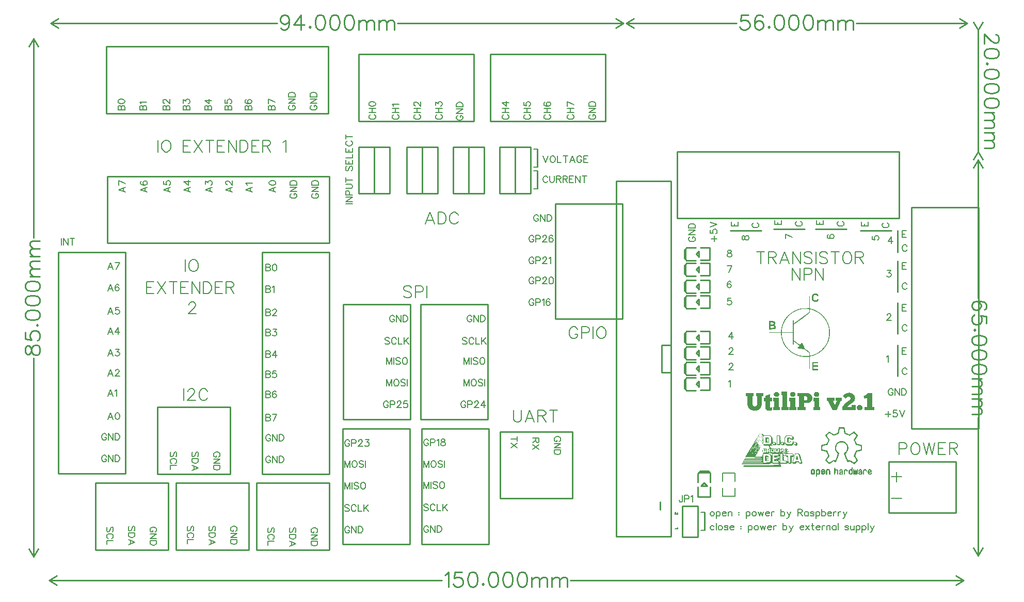
<source format=gto>
G04 Layer: TopSilkLayer*
G04 EasyEDA v5.9.42, Mon, 25 Feb 2019 13:08:34 GMT*
G04 04bc916e9f0e400680881ea13b59f611*
G04 Gerber Generator version 0.2*
G04 Scale: 100 percent, Rotated: No, Reflected: No *
G04 Dimensions in millimeters *
G04 leading zeros omitted , absolute positions ,3 integer and 3 decimal *
%FSLAX33Y33*%
%MOMM*%
G90*
G71D02*

%ADD10C,0.254000*%
%ADD35C,0.199898*%
%ADD36C,0.203200*%
%ADD37C,0.178003*%
%ADD38C,0.177800*%
%ADD39C,0.152400*%

%LPD*%

%LPD*%
G36*
G01X126147Y31984D02*
G01X125175Y31984D01*
G01X125175Y30608D01*
G01X126187Y30608D01*
G01X126187Y30850D01*
G01X125418Y30850D01*
G01X125418Y31215D01*
G01X126106Y31215D01*
G01X126106Y31457D01*
G01X125418Y31457D01*
G01X125418Y31741D01*
G01X126147Y31741D01*
G01X126147Y31984D01*
G37*

%LPD*%
G36*
G01X124758Y42792D02*
G01X124749Y42793D01*
G01X124740Y42792D01*
G01X124732Y42786D01*
G01X124725Y42775D01*
G01X124718Y42758D01*
G01X124713Y42735D01*
G01X124708Y42704D01*
G01X124703Y42665D01*
G01X124700Y42617D01*
G01X124697Y42559D01*
G01X124695Y42490D01*
G01X124693Y42410D01*
G01X124691Y42317D01*
G01X124690Y42211D01*
G01X124690Y42091D01*
G01X124689Y41956D01*
G01X124689Y40818D01*
G01X124031Y40800D01*
G01X123940Y40797D01*
G01X123855Y40794D01*
G01X123775Y40790D01*
G01X123701Y40787D01*
G01X123631Y40782D01*
G01X123565Y40778D01*
G01X123503Y40773D01*
G01X123445Y40767D01*
G01X123389Y40760D01*
G01X123336Y40753D01*
G01X123236Y40737D01*
G01X123142Y40717D01*
G01X123096Y40706D01*
G01X123049Y40694D01*
G01X122989Y40677D01*
G01X122930Y40660D01*
G01X122870Y40641D01*
G01X122811Y40621D01*
G01X122753Y40601D01*
G01X122694Y40580D01*
G01X122636Y40557D01*
G01X122579Y40534D01*
G01X122522Y40510D01*
G01X122466Y40485D01*
G01X122409Y40459D01*
G01X122299Y40405D01*
G01X122244Y40377D01*
G01X122189Y40347D01*
G01X122135Y40317D01*
G01X122082Y40287D01*
G01X122029Y40255D01*
G01X121977Y40223D01*
G01X121925Y40190D01*
G01X121874Y40156D01*
G01X121823Y40121D01*
G01X121773Y40086D01*
G01X121723Y40050D01*
G01X121674Y40014D01*
G01X121625Y39976D01*
G01X121577Y39938D01*
G01X121483Y39860D01*
G01X121437Y39820D01*
G01X121391Y39778D01*
G01X121346Y39737D01*
G01X121302Y39695D01*
G01X121258Y39652D01*
G01X121215Y39609D01*
G01X121172Y39565D01*
G01X121131Y39520D01*
G01X121090Y39476D01*
G01X121049Y39430D01*
G01X121009Y39384D01*
G01X120970Y39337D01*
G01X120932Y39290D01*
G01X120894Y39241D01*
G01X120857Y39193D01*
G01X120821Y39144D01*
G01X120786Y39095D01*
G01X120751Y39045D01*
G01X120717Y38995D01*
G01X120684Y38944D01*
G01X120652Y38893D01*
G01X120620Y38841D01*
G01X120589Y38789D01*
G01X120559Y38737D01*
G01X120530Y38684D01*
G01X120502Y38630D01*
G01X120474Y38577D01*
G01X120447Y38523D01*
G01X120397Y38413D01*
G01X120349Y38303D01*
G01X120327Y38247D01*
G01X120306Y38190D01*
G01X120285Y38134D01*
G01X120247Y38020D01*
G01X120229Y37963D01*
G01X120212Y37905D01*
G01X120196Y37847D01*
G01X120181Y37789D01*
G01X120167Y37731D01*
G01X120154Y37672D01*
G01X120142Y37613D01*
G01X120131Y37554D01*
G01X120121Y37495D01*
G01X120112Y37436D01*
G01X120103Y37376D01*
G01X120096Y37317D01*
G01X120090Y37257D01*
G01X120085Y37196D01*
G01X120062Y36883D01*
G01X118926Y36883D01*
G01X118791Y36882D01*
G01X118671Y36882D01*
G01X118566Y36881D01*
G01X118473Y36879D01*
G01X118393Y36877D01*
G01X118324Y36875D01*
G01X118267Y36872D01*
G01X118218Y36869D01*
G01X118179Y36864D01*
G01X118149Y36859D01*
G01X118125Y36854D01*
G01X118109Y36847D01*
G01X118098Y36840D01*
G01X118092Y36832D01*
G01X118090Y36823D01*
G01X118092Y36814D01*
G01X118098Y36806D01*
G01X118109Y36798D01*
G01X118126Y36791D01*
G01X118149Y36785D01*
G01X118180Y36780D01*
G01X118219Y36776D01*
G01X118268Y36772D01*
G01X118325Y36768D01*
G01X118394Y36765D01*
G01X118474Y36762D01*
G01X118566Y36760D01*
G01X118671Y36757D01*
G01X118790Y36755D01*
G01X118923Y36754D01*
G01X119072Y36752D01*
G01X120054Y36741D01*
G01X120083Y36418D01*
G01X120088Y36371D01*
G01X120094Y36319D01*
G01X120102Y36264D01*
G01X120112Y36205D01*
G01X120122Y36144D01*
G01X120134Y36082D01*
G01X120160Y35958D01*
G01X120174Y35897D01*
G01X120188Y35838D01*
G01X120202Y35783D01*
G01X120217Y35730D01*
G01X120234Y35670D01*
G01X120252Y35611D01*
G01X120272Y35552D01*
G01X120292Y35494D01*
G01X120313Y35436D01*
G01X120334Y35379D01*
G01X120356Y35322D01*
G01X120380Y35265D01*
G01X120404Y35209D01*
G01X120428Y35155D01*
G01X120480Y35045D01*
G01X120507Y34992D01*
G01X120535Y34938D01*
G01X120563Y34885D01*
G01X120592Y34833D01*
G01X120622Y34782D01*
G01X120653Y34730D01*
G01X120717Y34630D01*
G01X120750Y34580D01*
G01X120784Y34531D01*
G01X120818Y34483D01*
G01X120853Y34435D01*
G01X120889Y34388D01*
G01X120926Y34341D01*
G01X120963Y34295D01*
G01X121001Y34249D01*
G01X121040Y34204D01*
G01X121080Y34159D01*
G01X121120Y34116D01*
G01X121161Y34073D01*
G01X121202Y34029D01*
G01X121245Y33988D01*
G01X121288Y33946D01*
G01X121332Y33905D01*
G01X121376Y33865D01*
G01X121421Y33825D01*
G01X121467Y33786D01*
G01X121514Y33747D01*
G01X121561Y33709D01*
G01X121657Y33635D01*
G01X121707Y33599D01*
G01X121807Y33529D01*
G01X121858Y33494D01*
G01X121910Y33460D01*
G01X121963Y33427D01*
G01X122016Y33395D01*
G01X122070Y33363D01*
G01X122124Y33332D01*
G01X122236Y33272D01*
G01X122292Y33243D01*
G01X122349Y33215D01*
G01X122407Y33187D01*
G01X122465Y33160D01*
G01X122524Y33133D01*
G01X122584Y33107D01*
G01X122646Y33081D01*
G01X122707Y33057D01*
G01X122767Y33034D01*
G01X122827Y33012D01*
G01X122886Y32992D01*
G01X122945Y32973D01*
G01X123003Y32955D01*
G01X123062Y32939D01*
G01X123121Y32924D01*
G01X123179Y32910D01*
G01X123239Y32897D01*
G01X123299Y32885D01*
G01X123360Y32875D01*
G01X123422Y32866D01*
G01X123485Y32857D01*
G01X123550Y32849D01*
G01X123616Y32843D01*
G01X123683Y32838D01*
G01X123753Y32833D01*
G01X123824Y32829D01*
G01X123898Y32826D01*
G01X123973Y32824D01*
G01X124052Y32823D01*
G01X124132Y32823D01*
G01X124689Y32822D01*
G01X124689Y31685D01*
G01X124690Y31550D01*
G01X124690Y31430D01*
G01X124691Y31324D01*
G01X124693Y31231D01*
G01X124695Y31151D01*
G01X124697Y31082D01*
G01X124700Y31025D01*
G01X124703Y30977D01*
G01X124708Y30938D01*
G01X124713Y30908D01*
G01X124718Y30885D01*
G01X124725Y30869D01*
G01X124732Y30858D01*
G01X124741Y30852D01*
G01X124750Y30850D01*
G01X124759Y30852D01*
G01X124767Y30858D01*
G01X124775Y30869D01*
G01X124782Y30885D01*
G01X124787Y30909D01*
G01X124792Y30940D01*
G01X124796Y30979D01*
G01X124800Y31028D01*
G01X124803Y31087D01*
G01X124805Y31157D01*
G01X124807Y31238D01*
G01X124809Y31332D01*
G01X124810Y31441D01*
G01X124810Y31563D01*
G01X124811Y31701D01*
G01X124811Y32859D01*
G01X125144Y32955D01*
G01X125198Y32972D01*
G01X125254Y32990D01*
G01X125310Y33009D01*
G01X125369Y33030D01*
G01X125428Y33053D01*
G01X125489Y33077D01*
G01X125550Y33102D01*
G01X125611Y33128D01*
G01X125673Y33156D01*
G01X125797Y33214D01*
G01X125859Y33244D01*
G01X125921Y33275D01*
G01X126041Y33339D01*
G01X126100Y33372D01*
G01X126158Y33404D01*
G01X126214Y33437D01*
G01X126269Y33471D01*
G01X126321Y33504D01*
G01X126372Y33537D01*
G01X126421Y33570D01*
G01X126468Y33603D01*
G01X126511Y33635D01*
G01X126559Y33671D01*
G01X126605Y33708D01*
G01X126651Y33746D01*
G01X126697Y33785D01*
G01X126742Y33825D01*
G01X126786Y33865D01*
G01X126830Y33906D01*
G01X126874Y33949D01*
G01X126917Y33991D01*
G01X126959Y34034D01*
G01X127001Y34079D01*
G01X127083Y34169D01*
G01X127123Y34215D01*
G01X127162Y34262D01*
G01X127201Y34310D01*
G01X127239Y34358D01*
G01X127276Y34406D01*
G01X127313Y34456D01*
G01X127349Y34505D01*
G01X127384Y34555D01*
G01X127419Y34606D01*
G01X127453Y34657D01*
G01X127486Y34709D01*
G01X127518Y34761D01*
G01X127550Y34814D01*
G01X127581Y34867D01*
G01X127611Y34920D01*
G01X127640Y34973D01*
G01X127668Y35028D01*
G01X127696Y35082D01*
G01X127722Y35136D01*
G01X127748Y35191D01*
G01X127773Y35247D01*
G01X127797Y35302D01*
G01X127821Y35358D01*
G01X127843Y35414D01*
G01X127885Y35526D01*
G01X127904Y35583D01*
G01X127923Y35639D01*
G01X127957Y35753D01*
G01X127972Y35810D01*
G01X127985Y35860D01*
G01X127997Y35913D01*
G01X128008Y35967D01*
G01X128018Y36025D01*
G01X128028Y36084D01*
G01X128037Y36144D01*
G01X128053Y36270D01*
G01X128059Y36335D01*
G01X128065Y36401D01*
G01X128070Y36467D01*
G01X128075Y36534D01*
G01X128078Y36602D01*
G01X128081Y36669D01*
G01X128083Y36737D01*
G01X128084Y36805D01*
G01X128085Y36872D01*
G01X128084Y36939D01*
G01X128083Y37005D01*
G01X128081Y37070D01*
G01X128078Y37135D01*
G01X128074Y37197D01*
G01X128069Y37259D01*
G01X128064Y37319D01*
G01X128057Y37377D01*
G01X128050Y37432D01*
G01X128042Y37486D01*
G01X128033Y37538D01*
G01X128021Y37599D01*
G01X127995Y37719D01*
G01X127981Y37778D01*
G01X127965Y37837D01*
G01X127950Y37896D01*
G01X127933Y37954D01*
G01X127915Y38012D01*
G01X127897Y38069D01*
G01X127877Y38125D01*
G01X127858Y38182D01*
G01X127837Y38238D01*
G01X127815Y38294D01*
G01X127793Y38349D01*
G01X127769Y38404D01*
G01X127745Y38458D01*
G01X127720Y38512D01*
G01X127695Y38565D01*
G01X127668Y38619D01*
G01X127612Y38723D01*
G01X127583Y38775D01*
G01X127553Y38826D01*
G01X127522Y38878D01*
G01X127491Y38929D01*
G01X127459Y38978D01*
G01X127391Y39078D01*
G01X127357Y39127D01*
G01X127321Y39175D01*
G01X127285Y39224D01*
G01X127247Y39271D01*
G01X127209Y39319D01*
G01X127170Y39365D01*
G01X127130Y39412D01*
G01X127090Y39458D01*
G01X127048Y39504D01*
G01X127006Y39549D01*
G01X126963Y39595D01*
G01X126919Y39639D01*
G01X126871Y39685D01*
G01X126823Y39732D01*
G01X126774Y39777D01*
G01X126723Y39822D01*
G01X126621Y39908D01*
G01X126569Y39951D01*
G01X126516Y39992D01*
G01X126463Y40032D01*
G01X126408Y40072D01*
G01X126353Y40111D01*
G01X126299Y40149D01*
G01X126243Y40186D01*
G01X126187Y40221D01*
G01X126073Y40291D01*
G01X126016Y40324D01*
G01X125958Y40356D01*
G01X125900Y40387D01*
G01X125842Y40416D01*
G01X125783Y40445D01*
G01X125725Y40472D01*
G01X125666Y40499D01*
G01X125548Y40549D01*
G01X125489Y40571D01*
G01X125429Y40593D01*
G01X125370Y40614D01*
G01X125312Y40633D01*
G01X125252Y40651D01*
G01X125193Y40668D01*
G01X125135Y40684D01*
G01X124831Y40760D01*
G01X124820Y41777D01*
G01X124818Y41931D01*
G01X124816Y42070D01*
G01X124815Y42192D01*
G01X124812Y42301D01*
G01X124810Y42397D01*
G01X124807Y42479D01*
G01X124804Y42551D01*
G01X124800Y42610D01*
G01X124796Y42660D01*
G01X124792Y42700D01*
G01X124786Y42732D01*
G01X124781Y42757D01*
G01X124774Y42774D01*
G01X124766Y42785D01*
G01X124758Y42792D01*
G37*

%LPC*%
G36*
G01X122016Y36761D02*
G01X120183Y36761D01*
G01X120208Y36468D01*
G01X120220Y36348D01*
G01X120228Y36289D01*
G01X120246Y36171D01*
G01X120256Y36112D01*
G01X120280Y35996D01*
G01X120293Y35938D01*
G01X120307Y35881D01*
G01X120322Y35823D01*
G01X120354Y35709D01*
G01X120372Y35653D01*
G01X120391Y35597D01*
G01X120410Y35542D01*
G01X120430Y35486D01*
G01X120451Y35431D01*
G01X120473Y35377D01*
G01X120496Y35323D01*
G01X120544Y35215D01*
G01X120569Y35162D01*
G01X120595Y35109D01*
G01X120622Y35058D01*
G01X120650Y35005D01*
G01X120678Y34954D01*
G01X120707Y34903D01*
G01X120737Y34853D01*
G01X120799Y34753D01*
G01X120865Y34655D01*
G01X120933Y34559D01*
G01X120968Y34512D01*
G01X121004Y34465D01*
G01X121041Y34420D01*
G01X121078Y34374D01*
G01X121116Y34329D01*
G01X121155Y34284D01*
G01X121195Y34240D01*
G01X121235Y34197D01*
G01X121275Y34153D01*
G01X121317Y34111D01*
G01X121359Y34070D01*
G01X121402Y34028D01*
G01X121490Y33948D01*
G01X121580Y33870D01*
G01X121625Y33832D01*
G01X121672Y33794D01*
G01X121719Y33758D01*
G01X121767Y33721D01*
G01X121815Y33686D01*
G01X121864Y33651D01*
G01X121964Y33583D01*
G01X122015Y33550D01*
G01X122066Y33518D01*
G01X122170Y33456D01*
G01X122223Y33426D01*
G01X122276Y33397D01*
G01X122330Y33369D01*
G01X122384Y33342D01*
G01X122439Y33315D01*
G01X122495Y33288D01*
G01X122607Y33238D01*
G01X122721Y33192D01*
G01X122779Y33169D01*
G01X122837Y33148D01*
G01X122896Y33127D01*
G01X122955Y33108D01*
G01X123015Y33089D01*
G01X123075Y33071D01*
G01X123135Y33054D01*
G01X123171Y33045D01*
G01X123213Y33036D01*
G01X123263Y33028D01*
G01X123318Y33020D01*
G01X123379Y33012D01*
G01X123444Y33005D01*
G01X123512Y32998D01*
G01X123584Y32991D01*
G01X123658Y32985D01*
G01X123734Y32979D01*
G01X123888Y32969D01*
G01X123965Y32965D01*
G01X124115Y32959D01*
G01X124186Y32958D01*
G01X124254Y32956D01*
G01X124319Y32955D01*
G01X124379Y32956D01*
G01X124434Y32958D01*
G01X124483Y32960D01*
G01X124525Y32963D01*
G01X124560Y32967D01*
G01X124587Y32972D01*
G01X124646Y32992D01*
G01X124677Y33030D01*
G01X124686Y33108D01*
G01X124681Y33250D01*
G01X124669Y33502D01*
G01X123885Y34088D01*
G01X123213Y34166D01*
G01X123107Y34179D01*
G01X123011Y34191D01*
G01X122927Y34202D01*
G01X122857Y34211D01*
G01X122804Y34218D01*
G01X122769Y34224D01*
G01X122756Y34228D01*
G01X122765Y34248D01*
G01X122797Y34298D01*
G01X122846Y34369D01*
G01X122908Y34454D01*
G01X122971Y34539D01*
G01X123022Y34611D01*
G01X123057Y34661D01*
G01X123070Y34683D01*
G01X123061Y34692D01*
G01X123035Y34713D01*
G01X122995Y34746D01*
G01X122942Y34787D01*
G01X122877Y34838D01*
G01X122804Y34895D01*
G01X122722Y34957D01*
G01X122634Y35023D01*
G01X122200Y35350D01*
G01X122179Y34912D01*
G01X122173Y34792D01*
G01X122166Y34694D01*
G01X122159Y34618D01*
G01X122151Y34560D01*
G01X122141Y34519D01*
G01X122129Y34493D01*
G01X122115Y34478D01*
G01X122098Y34474D01*
G01X122090Y34475D01*
G01X122084Y34479D01*
G01X122077Y34487D01*
G01X122071Y34498D01*
G01X122066Y34514D01*
G01X122061Y34535D01*
G01X122057Y34561D01*
G01X122053Y34593D01*
G01X122050Y34631D01*
G01X122046Y34677D01*
G01X122043Y34729D01*
G01X122041Y34789D01*
G01X122038Y34858D01*
G01X122036Y34936D01*
G01X122034Y35024D01*
G01X122032Y35121D01*
G01X122031Y35228D01*
G01X122029Y35346D01*
G01X122028Y35476D01*
G01X122027Y35617D01*
G01X122016Y36761D01*
G37*
G36*
G01X124959Y40599D02*
G01X124911Y40605D01*
G01X124874Y40601D01*
G01X124848Y40586D01*
G01X124830Y40561D01*
G01X124819Y40525D01*
G01X124813Y40478D01*
G01X124811Y40418D01*
G01X124811Y40084D01*
G01X123495Y39103D01*
G01X122179Y38121D01*
G01X122179Y35520D01*
G01X122660Y35169D01*
G01X122757Y35099D01*
G01X122848Y35033D01*
G01X122932Y34973D01*
G01X123006Y34921D01*
G01X123068Y34878D01*
G01X123116Y34846D01*
G01X123148Y34825D01*
G01X123162Y34818D01*
G01X123182Y34834D01*
G01X123222Y34877D01*
G01X123273Y34942D01*
G01X123333Y35021D01*
G01X123393Y35099D01*
G01X123446Y35163D01*
G01X123486Y35206D01*
G01X123509Y35222D01*
G01X123518Y35211D01*
G01X123536Y35181D01*
G01X123560Y35133D01*
G01X123590Y35070D01*
G01X123626Y34994D01*
G01X123665Y34906D01*
G01X123707Y34809D01*
G01X123750Y34706D01*
G01X123966Y34190D01*
G01X124388Y33876D01*
G01X124811Y33562D01*
G01X124811Y33283D01*
G01X124810Y33209D01*
G01X124810Y33150D01*
G01X124813Y33102D01*
G01X124819Y33067D01*
G01X124832Y33042D01*
G01X124853Y33028D01*
G01X124884Y33024D01*
G01X124927Y33029D01*
G01X124984Y33043D01*
G01X125056Y33064D01*
G01X125146Y33092D01*
G01X125256Y33127D01*
G01X125316Y33147D01*
G01X125377Y33167D01*
G01X125436Y33190D01*
G01X125496Y33213D01*
G01X125556Y33237D01*
G01X125615Y33263D01*
G01X125675Y33289D01*
G01X125734Y33317D01*
G01X125792Y33346D01*
G01X125851Y33376D01*
G01X125908Y33407D01*
G01X125966Y33439D01*
G01X126023Y33472D01*
G01X126080Y33506D01*
G01X126135Y33540D01*
G01X126191Y33576D01*
G01X126301Y33650D01*
G01X126355Y33689D01*
G01X126408Y33728D01*
G01X126461Y33768D01*
G01X126513Y33809D01*
G01X126564Y33851D01*
G01X126615Y33894D01*
G01X126665Y33937D01*
G01X126714Y33981D01*
G01X126762Y34025D01*
G01X126810Y34071D01*
G01X126856Y34117D01*
G01X126902Y34164D01*
G01X126947Y34211D01*
G01X127033Y34307D01*
G01X127075Y34356D01*
G01X127116Y34406D01*
G01X127156Y34456D01*
G01X127195Y34506D01*
G01X127232Y34557D01*
G01X127304Y34661D01*
G01X127370Y34763D01*
G01X127432Y34867D01*
G01X127462Y34919D01*
G01X127491Y34972D01*
G01X127547Y35078D01*
G01X127573Y35132D01*
G01X127599Y35185D01*
G01X127647Y35293D01*
G01X127670Y35348D01*
G01X127692Y35402D01*
G01X127734Y35512D01*
G01X127753Y35567D01*
G01X127771Y35622D01*
G01X127789Y35678D01*
G01X127806Y35733D01*
G01X127822Y35789D01*
G01X127852Y35901D01*
G01X127865Y35957D01*
G01X127877Y36014D01*
G01X127889Y36070D01*
G01X127900Y36126D01*
G01X127910Y36183D01*
G01X127919Y36240D01*
G01X127935Y36354D01*
G01X127941Y36410D01*
G01X127947Y36467D01*
G01X127952Y36524D01*
G01X127956Y36581D01*
G01X127959Y36638D01*
G01X127963Y36752D01*
G01X127963Y36866D01*
G01X127962Y36922D01*
G01X127960Y36979D01*
G01X127954Y37093D01*
G01X127949Y37150D01*
G01X127944Y37206D01*
G01X127938Y37263D01*
G01X127931Y37319D01*
G01X127923Y37376D01*
G01X127915Y37432D01*
G01X127895Y37544D01*
G01X127884Y37600D01*
G01X127871Y37656D01*
G01X127859Y37711D01*
G01X127845Y37767D01*
G01X127831Y37822D01*
G01X127799Y37932D01*
G01X127782Y37986D01*
G01X127764Y38041D01*
G01X127746Y38095D01*
G01X127706Y38203D01*
G01X127685Y38256D01*
G01X127663Y38310D01*
G01X127640Y38363D01*
G01X127617Y38415D01*
G01X127592Y38468D01*
G01X127567Y38520D01*
G01X127541Y38572D01*
G01X127514Y38624D01*
G01X127487Y38675D01*
G01X127429Y38777D01*
G01X127399Y38827D01*
G01X127368Y38877D01*
G01X127336Y38927D01*
G01X127270Y39025D01*
G01X127201Y39121D01*
G01X127165Y39169D01*
G01X127129Y39216D01*
G01X127092Y39263D01*
G01X127014Y39355D01*
G01X126974Y39400D01*
G01X126934Y39446D01*
G01X126892Y39490D01*
G01X126850Y39535D01*
G01X126762Y39623D01*
G01X126670Y39709D01*
G01X126624Y39751D01*
G01X126577Y39791D01*
G01X126530Y39830D01*
G01X126483Y39868D01*
G01X126435Y39906D01*
G01X126386Y39943D01*
G01X126338Y39978D01*
G01X126288Y40013D01*
G01X126238Y40047D01*
G01X126135Y40112D01*
G01X126029Y40174D01*
G01X125974Y40204D01*
G01X125920Y40233D01*
G01X125806Y40289D01*
G01X125748Y40316D01*
G01X125688Y40343D01*
G01X125628Y40369D01*
G01X125567Y40395D01*
G01X125504Y40420D01*
G01X125440Y40444D01*
G01X125374Y40468D01*
G01X125307Y40492D01*
G01X125194Y40531D01*
G01X125100Y40562D01*
G01X125022Y40585D01*
G01X124959Y40599D01*
G37*
G36*
G01X124229Y40684D02*
G01X124042Y40684D01*
G01X123973Y40683D01*
G01X123905Y40682D01*
G01X123838Y40679D01*
G01X123772Y40675D01*
G01X123707Y40670D01*
G01X123642Y40664D01*
G01X123514Y40650D01*
G01X123451Y40641D01*
G01X123388Y40631D01*
G01X123326Y40620D01*
G01X123265Y40607D01*
G01X123203Y40594D01*
G01X123142Y40580D01*
G01X123081Y40565D01*
G01X123020Y40548D01*
G01X122960Y40530D01*
G01X122900Y40511D01*
G01X122839Y40492D01*
G01X122779Y40470D01*
G01X122718Y40448D01*
G01X122658Y40425D01*
G01X122597Y40400D01*
G01X122536Y40374D01*
G01X122475Y40347D01*
G01X122413Y40318D01*
G01X122352Y40289D01*
G01X122289Y40258D01*
G01X122183Y40202D01*
G01X122130Y40172D01*
G01X122078Y40142D01*
G01X122026Y40110D01*
G01X121975Y40078D01*
G01X121924Y40045D01*
G01X121874Y40011D01*
G01X121825Y39977D01*
G01X121775Y39941D01*
G01X121679Y39867D01*
G01X121632Y39830D01*
G01X121585Y39791D01*
G01X121540Y39752D01*
G01X121494Y39711D01*
G01X121449Y39671D01*
G01X121405Y39629D01*
G01X121362Y39587D01*
G01X121276Y39501D01*
G01X121194Y39411D01*
G01X121154Y39366D01*
G01X121114Y39320D01*
G01X121038Y39226D01*
G01X121000Y39177D01*
G01X120964Y39129D01*
G01X120928Y39080D01*
G01X120893Y39031D01*
G01X120858Y38980D01*
G01X120825Y38930D01*
G01X120792Y38879D01*
G01X120728Y38775D01*
G01X120698Y38723D01*
G01X120668Y38669D01*
G01X120639Y38616D01*
G01X120611Y38562D01*
G01X120584Y38508D01*
G01X120558Y38454D01*
G01X120532Y38398D01*
G01X120508Y38343D01*
G01X120484Y38287D01*
G01X120461Y38231D01*
G01X120439Y38175D01*
G01X120418Y38118D01*
G01X120398Y38061D01*
G01X120378Y38003D01*
G01X120360Y37946D01*
G01X120342Y37888D01*
G01X120326Y37830D01*
G01X120310Y37771D01*
G01X120282Y37653D01*
G01X120269Y37595D01*
G01X120257Y37535D01*
G01X120247Y37476D01*
G01X120237Y37416D01*
G01X120228Y37356D01*
G01X120214Y37236D01*
G01X120208Y37176D01*
G01X120183Y36883D01*
G01X122016Y36883D01*
G01X122027Y38026D01*
G01X122028Y38168D01*
G01X122029Y38298D01*
G01X122031Y38416D01*
G01X122032Y38524D01*
G01X122034Y38621D01*
G01X122036Y38708D01*
G01X122038Y38786D01*
G01X122041Y38854D01*
G01X122043Y38915D01*
G01X122046Y38968D01*
G01X122050Y39013D01*
G01X122053Y39051D01*
G01X122057Y39083D01*
G01X122061Y39109D01*
G01X122066Y39130D01*
G01X122071Y39146D01*
G01X122077Y39157D01*
G01X122084Y39165D01*
G01X122090Y39169D01*
G01X122098Y39170D01*
G01X122115Y39166D01*
G01X122129Y39152D01*
G01X122141Y39125D01*
G01X122151Y39084D01*
G01X122159Y39026D01*
G01X122166Y38950D01*
G01X122173Y38853D01*
G01X122179Y38733D01*
G01X122200Y38296D01*
G01X123434Y39219D01*
G01X124669Y40142D01*
G01X124681Y40390D01*
G01X124685Y40526D01*
G01X124677Y40603D01*
G01X124650Y40643D01*
G01X124600Y40662D01*
G01X124572Y40667D01*
G01X124527Y40672D01*
G01X124468Y40676D01*
G01X124398Y40679D01*
G01X124317Y40682D01*
G01X124229Y40684D01*
G37*

%LPD*%
G36*
G01X118519Y38698D02*
G01X118090Y38712D01*
G01X118090Y37328D01*
G01X118469Y37328D01*
G01X118575Y37329D01*
G01X118670Y37332D01*
G01X118755Y37338D01*
G01X118830Y37347D01*
G01X118896Y37358D01*
G01X118954Y37372D01*
G01X119005Y37389D01*
G01X119048Y37411D01*
G01X119084Y37435D01*
G01X119116Y37463D01*
G01X119142Y37496D01*
G01X119164Y37533D01*
G01X119192Y37594D01*
G01X119210Y37649D01*
G01X119219Y37700D01*
G01X119218Y37749D01*
G01X119206Y37795D01*
G01X119185Y37841D01*
G01X119153Y37887D01*
G01X119110Y37934D01*
G01X119047Y38000D01*
G01X119021Y38044D01*
G01X119030Y38084D01*
G01X119070Y38138D01*
G01X119102Y38186D01*
G01X119125Y38239D01*
G01X119137Y38294D01*
G01X119139Y38350D01*
G01X119130Y38407D01*
G01X119112Y38464D01*
G01X119083Y38519D01*
G01X119045Y38571D01*
G01X119012Y38607D01*
G01X118981Y38635D01*
G01X118946Y38656D01*
G01X118901Y38670D01*
G01X118842Y38681D01*
G01X118761Y38688D01*
G01X118656Y38693D01*
G01X118519Y38698D01*
G37*

%LPC*%
G36*
G01X118602Y37887D02*
G01X118333Y37898D01*
G01X118333Y37567D01*
G01X118602Y37579D01*
G01X118704Y37587D01*
G01X118789Y37601D01*
G01X118855Y37620D01*
G01X118903Y37645D01*
G01X118933Y37676D01*
G01X118945Y37712D01*
G01X118939Y37755D01*
G01X118915Y37804D01*
G01X118881Y37838D01*
G01X118822Y37862D01*
G01X118732Y37878D01*
G01X118602Y37887D01*
G37*
G36*
G01X118582Y38454D02*
G01X118333Y38466D01*
G01X118333Y38134D01*
G01X118582Y38146D01*
G01X118677Y38154D01*
G01X118756Y38168D01*
G01X118818Y38187D01*
G01X118864Y38213D01*
G01X118892Y38244D01*
G01X118904Y38281D01*
G01X118898Y38323D01*
G01X118875Y38371D01*
G01X118841Y38404D01*
G01X118785Y38428D01*
G01X118700Y38444D01*
G01X118582Y38454D01*
G37*

%LPD*%
G36*
G01X125814Y43226D02*
G01X125747Y43232D01*
G01X125679Y43231D01*
G01X125611Y43223D01*
G01X125543Y43206D01*
G01X125477Y43182D01*
G01X125425Y43157D01*
G01X125378Y43127D01*
G01X125334Y43094D01*
G01X125293Y43056D01*
G01X125256Y43014D01*
G01X125223Y42969D01*
G01X125194Y42920D01*
G01X125168Y42868D01*
G01X125146Y42813D01*
G01X125129Y42755D01*
G01X125116Y42694D01*
G01X125107Y42631D01*
G01X125102Y42566D01*
G01X125101Y42498D01*
G01X125105Y42428D01*
G01X125114Y42357D01*
G01X125125Y42302D01*
G01X125140Y42250D01*
G01X125159Y42201D01*
G01X125182Y42154D01*
G01X125209Y42110D01*
G01X125240Y42070D01*
G01X125273Y42031D01*
G01X125309Y41996D01*
G01X125348Y41965D01*
G01X125389Y41936D01*
G01X125431Y41911D01*
G01X125476Y41889D01*
G01X125521Y41870D01*
G01X125568Y41856D01*
G01X125616Y41844D01*
G01X125664Y41836D01*
G01X125712Y41832D01*
G01X125760Y41832D01*
G01X125808Y41836D01*
G01X125855Y41844D01*
G01X125901Y41856D01*
G01X125947Y41872D01*
G01X125990Y41893D01*
G01X126032Y41917D01*
G01X126071Y41947D01*
G01X126109Y41980D01*
G01X126144Y42018D01*
G01X126176Y42061D01*
G01X126241Y42165D01*
G01X126260Y42228D01*
G01X126233Y42266D01*
G01X126155Y42299D01*
G01X126092Y42316D01*
G01X126049Y42313D01*
G01X126014Y42283D01*
G01X125975Y42223D01*
G01X125941Y42176D01*
G01X125901Y42138D01*
G01X125855Y42108D01*
G01X125805Y42087D01*
G01X125752Y42074D01*
G01X125698Y42071D01*
G01X125644Y42075D01*
G01X125592Y42088D01*
G01X125543Y42110D01*
G01X125497Y42141D01*
G01X125459Y42180D01*
G01X125427Y42228D01*
G01X125406Y42287D01*
G01X125392Y42370D01*
G01X125386Y42471D01*
G01X125388Y42587D01*
G01X125399Y42719D01*
G01X125418Y42810D01*
G01X125448Y42872D01*
G01X125495Y42920D01*
G01X125552Y42958D01*
G01X125612Y42983D01*
G01X125674Y42996D01*
G01X125736Y42996D01*
G01X125796Y42984D01*
G01X125853Y42961D01*
G01X125905Y42925D01*
G01X125952Y42878D01*
G01X126003Y42820D01*
G01X126049Y42787D01*
G01X126098Y42776D01*
G01X126157Y42781D01*
G01X126232Y42801D01*
G01X126260Y42830D01*
G01X126244Y42887D01*
G01X126186Y42988D01*
G01X126149Y43041D01*
G01X126105Y43088D01*
G01X126055Y43129D01*
G01X126000Y43163D01*
G01X125941Y43191D01*
G01X125879Y43212D01*
G01X125814Y43226D01*
G37*

%LPD*%
G36*
G01X126190Y14438D02*
G01X126138Y14443D01*
G01X126085Y14439D01*
G01X126032Y14426D01*
G01X125980Y14404D01*
G01X125937Y14380D01*
G01X125901Y14355D01*
G01X125870Y14326D01*
G01X125844Y14292D01*
G01X125824Y14251D01*
G01X125806Y14203D01*
G01X125794Y14145D01*
G01X125783Y14075D01*
G01X125777Y13993D01*
G01X125772Y13896D01*
G01X125770Y13784D01*
G01X125769Y13655D01*
G01X125770Y13556D01*
G01X125772Y13464D01*
G01X125774Y13380D01*
G01X125777Y13306D01*
G01X125781Y13244D01*
G01X125785Y13196D01*
G01X125791Y13165D01*
G01X125796Y13152D01*
G01X125814Y13148D01*
G01X125842Y13150D01*
G01X125877Y13157D01*
G01X125916Y13168D01*
G01X125967Y13189D01*
G01X125995Y13216D01*
G01X126007Y13260D01*
G01X126010Y13332D01*
G01X126010Y13465D01*
G01X126141Y13465D01*
G01X126202Y13468D01*
G01X126257Y13479D01*
G01X126306Y13496D01*
G01X126349Y13521D01*
G01X126385Y13553D01*
G01X126416Y13593D01*
G01X126442Y13641D01*
G01X126461Y13697D01*
G01X126475Y13761D01*
G01X126484Y13833D01*
G01X126488Y13914D01*
G01X126486Y14004D01*
G01X126477Y14137D01*
G01X126462Y14221D01*
G01X126434Y14279D01*
G01X126385Y14333D01*
G01X126340Y14372D01*
G01X126291Y14403D01*
G01X126242Y14425D01*
G01X126190Y14438D01*
G37*

%LPC*%
G36*
G01X126147Y14207D02*
G01X126117Y14212D01*
G01X126091Y14200D01*
G01X126057Y14169D01*
G01X126037Y14136D01*
G01X126023Y14085D01*
G01X126014Y14022D01*
G01X126010Y13954D01*
G01X126010Y13885D01*
G01X126017Y13823D01*
G01X126028Y13773D01*
G01X126046Y13741D01*
G01X126093Y13713D01*
G01X126150Y13706D01*
G01X126201Y13720D01*
G01X126232Y13753D01*
G01X126239Y13785D01*
G01X126245Y13838D01*
G01X126248Y13904D01*
G01X126250Y13977D01*
G01X126247Y14067D01*
G01X126239Y14125D01*
G01X126221Y14162D01*
G01X126192Y14184D01*
G01X126147Y14207D01*
G37*

%LPD*%
G36*
G01X127837Y14435D02*
G01X127771Y14441D01*
G01X127705Y14434D01*
G01X127641Y14413D01*
G01X127602Y14394D01*
G01X127568Y14373D01*
G01X127538Y14349D01*
G01X127513Y14322D01*
G01X127492Y14289D01*
G01X127475Y14251D01*
G01X127460Y14207D01*
G01X127449Y14154D01*
G01X127441Y14093D01*
G01X127434Y14022D01*
G01X127429Y13940D01*
G01X127425Y13846D01*
G01X127424Y13770D01*
G01X127423Y13699D01*
G01X127424Y13636D01*
G01X127426Y13580D01*
G01X127429Y13534D01*
G01X127433Y13498D01*
G01X127438Y13473D01*
G01X127445Y13459D01*
G01X127463Y13450D01*
G01X127490Y13449D01*
G01X127525Y13459D01*
G01X127568Y13478D01*
G01X127661Y13527D01*
G01X127661Y13821D01*
G01X127664Y13976D01*
G01X127672Y14073D01*
G01X127689Y14131D01*
G01X127719Y14168D01*
G01X127750Y14193D01*
G01X127777Y14203D01*
G01X127806Y14201D01*
G01X127839Y14187D01*
G01X127858Y14175D01*
G01X127873Y14159D01*
G01X127884Y14138D01*
G01X127892Y14106D01*
G01X127897Y14061D01*
G01X127900Y13999D01*
G01X127901Y13917D01*
G01X127901Y13811D01*
G01X127903Y13677D01*
G01X127908Y13565D01*
G01X127916Y13488D01*
G01X127924Y13456D01*
G01X127940Y13454D01*
G01X127969Y13459D01*
G01X128004Y13469D01*
G01X128044Y13484D01*
G01X128142Y13525D01*
G01X128141Y13848D01*
G01X128141Y13919D01*
G01X128139Y13986D01*
G01X128135Y14047D01*
G01X128131Y14103D01*
G01X128125Y14150D01*
G01X128119Y14190D01*
G01X128112Y14221D01*
G01X128104Y14243D01*
G01X128066Y14301D01*
G01X128019Y14349D01*
G01X127963Y14389D01*
G01X127902Y14418D01*
G01X127837Y14435D01*
G37*

%LPD*%
G36*
G01X128958Y14685D02*
G01X128919Y14693D01*
G01X128855Y14663D01*
G01X128844Y14656D01*
G01X128834Y14645D01*
G01X128827Y14630D01*
G01X128820Y14609D01*
G01X128815Y14580D01*
G01X128811Y14542D01*
G01X128808Y14494D01*
G01X128806Y14434D01*
G01X128804Y14361D01*
G01X128803Y14273D01*
G01X128802Y14168D01*
G01X128802Y13458D01*
G01X128870Y13476D01*
G01X128897Y13483D01*
G01X128923Y13489D01*
G01X128944Y13493D01*
G01X128957Y13495D01*
G01X128965Y13520D01*
G01X128974Y13589D01*
G01X128981Y13690D01*
G01X128987Y13813D01*
G01X128991Y13905D01*
G01X128996Y13979D01*
G01X129001Y14037D01*
G01X129008Y14081D01*
G01X129016Y14115D01*
G01X129027Y14140D01*
G01X129040Y14159D01*
G01X129057Y14174D01*
G01X129105Y14204D01*
G01X129141Y14212D01*
G01X129177Y14196D01*
G01X129223Y14155D01*
G01X129240Y14136D01*
G01X129254Y14113D01*
G01X129265Y14086D01*
G01X129272Y14051D01*
G01X129277Y14006D01*
G01X129281Y13948D01*
G01X129283Y13873D01*
G01X129283Y13780D01*
G01X129284Y13672D01*
G01X129286Y13591D01*
G01X129292Y13532D01*
G01X129301Y13494D01*
G01X129317Y13474D01*
G01X129338Y13469D01*
G01X129367Y13477D01*
G01X129405Y13496D01*
G01X129422Y13507D01*
G01X129436Y13522D01*
G01X129446Y13544D01*
G01X129454Y13576D01*
G01X129458Y13620D01*
G01X129461Y13679D01*
G01X129463Y13757D01*
G01X129463Y13962D01*
G01X129461Y14044D01*
G01X129458Y14107D01*
G01X129451Y14154D01*
G01X129441Y14190D01*
G01X129425Y14221D01*
G01X129404Y14250D01*
G01X129376Y14282D01*
G01X129324Y14334D01*
G01X129277Y14364D01*
G01X129219Y14377D01*
G01X129135Y14381D01*
G01X128983Y14381D01*
G01X128983Y14538D01*
G01X128977Y14635D01*
G01X128958Y14685D01*
G37*

%LPD*%
G36*
G01X131766Y14690D02*
G01X131750Y14694D01*
G01X131730Y14690D01*
G01X131706Y14680D01*
G01X131678Y14663D01*
G01X131654Y14643D01*
G01X131638Y14610D01*
G01X131628Y14565D01*
G01X131625Y14506D01*
G01X131625Y14379D01*
G01X131505Y14391D01*
G01X131439Y14393D01*
G01X131388Y14382D01*
G01X131339Y14352D01*
G01X131280Y14297D01*
G01X131245Y14262D01*
G01X131220Y14232D01*
G01X131201Y14203D01*
G01X131188Y14171D01*
G01X131180Y14131D01*
G01X131176Y14079D01*
G01X131175Y14011D01*
G01X131175Y13922D01*
G01X131177Y13782D01*
G01X131186Y13688D01*
G01X131205Y13625D01*
G01X131237Y13574D01*
G01X131269Y13539D01*
G01X131306Y13511D01*
G01X131347Y13488D01*
G01X131391Y13472D01*
G01X131436Y13463D01*
G01X131483Y13459D01*
G01X131529Y13462D01*
G01X131576Y13471D01*
G01X131621Y13486D01*
G01X131663Y13508D01*
G01X131703Y13537D01*
G01X131738Y13571D01*
G01X131759Y13598D01*
G01X131776Y13626D01*
G01X131787Y13662D01*
G01X131796Y13712D01*
G01X131801Y13782D01*
G01X131804Y13878D01*
G01X131805Y14006D01*
G01X131805Y14298D01*
G01X131804Y14403D01*
G01X131803Y14490D01*
G01X131800Y14558D01*
G01X131795Y14611D01*
G01X131788Y14650D01*
G01X131778Y14676D01*
G01X131766Y14690D01*
G37*

%LPC*%
G36*
G01X131516Y14208D02*
G01X131476Y14213D01*
G01X131440Y14200D01*
G01X131401Y14167D01*
G01X131378Y14134D01*
G01X131364Y14084D01*
G01X131359Y14010D01*
G01X131361Y13905D01*
G01X131368Y13786D01*
G01X131381Y13719D01*
G01X131406Y13683D01*
G01X131451Y13663D01*
G01X131497Y13650D01*
G01X131535Y13649D01*
G01X131565Y13660D01*
G01X131588Y13685D01*
G01X131606Y13723D01*
G01X131617Y13776D01*
G01X131623Y13846D01*
G01X131625Y13933D01*
G01X131623Y14048D01*
G01X131615Y14119D01*
G01X131597Y14161D01*
G01X131567Y14184D01*
G01X131516Y14208D01*
G37*

%LPD*%
G36*
G01X133896Y14394D02*
G01X133847Y14396D01*
G01X133797Y14390D01*
G01X133744Y14374D01*
G01X133690Y14349D01*
G01X133657Y14329D01*
G01X133629Y14307D01*
G01X133605Y14282D01*
G01X133583Y14254D01*
G01X133566Y14221D01*
G01X133551Y14182D01*
G01X133540Y14138D01*
G01X133531Y14087D01*
G01X133524Y14028D01*
G01X133520Y13960D01*
G01X133518Y13884D01*
G01X133517Y13797D01*
G01X133518Y13682D01*
G01X133520Y13595D01*
G01X133526Y13533D01*
G01X133536Y13492D01*
G01X133552Y13470D01*
G01X133576Y13463D01*
G01X133608Y13469D01*
G01X133650Y13483D01*
G01X133673Y13503D01*
G01X133688Y13545D01*
G01X133695Y13619D01*
G01X133697Y13735D01*
G01X133699Y13839D01*
G01X133702Y13927D01*
G01X133709Y14000D01*
G01X133718Y14060D01*
G01X133732Y14108D01*
G01X133748Y14144D01*
G01X133769Y14171D01*
G01X133794Y14189D01*
G01X133857Y14198D01*
G01X133924Y14174D01*
G01X133976Y14126D01*
G01X133998Y14064D01*
G01X134006Y14028D01*
G01X134031Y14009D01*
G01X134073Y14008D01*
G01X134130Y14023D01*
G01X134170Y14061D01*
G01X134173Y14124D01*
G01X134142Y14203D01*
G01X134077Y14289D01*
G01X134033Y14329D01*
G01X133989Y14360D01*
G01X133943Y14381D01*
G01X133896Y14394D01*
G37*

%LPD*%
G36*
G01X134668Y14395D02*
G01X134618Y14395D01*
G01X134566Y14386D01*
G01X134512Y14366D01*
G01X134458Y14337D01*
G01X134419Y14309D01*
G01X134387Y14274D01*
G01X134360Y14232D01*
G01X134337Y14183D01*
G01X134320Y14126D01*
G01X134308Y14061D01*
G01X134301Y13988D01*
G01X134298Y13907D01*
G01X134301Y13839D01*
G01X134308Y13777D01*
G01X134321Y13720D01*
G01X134338Y13668D01*
G01X134360Y13622D01*
G01X134387Y13581D01*
G01X134418Y13546D01*
G01X134454Y13517D01*
G01X134494Y13495D01*
G01X134538Y13478D01*
G01X134586Y13468D01*
G01X134638Y13465D01*
G01X134695Y13472D01*
G01X134751Y13491D01*
G01X134805Y13521D01*
G01X134854Y13560D01*
G01X134896Y13605D01*
G01X134929Y13654D01*
G01X134951Y13705D01*
G01X134958Y13757D01*
G01X134957Y13793D01*
G01X134953Y13825D01*
G01X134948Y13849D01*
G01X134941Y13863D01*
G01X134901Y13869D01*
G01X134846Y13845D01*
G01X134795Y13799D01*
G01X134765Y13747D01*
G01X134732Y13693D01*
G01X134676Y13659D01*
G01X134611Y13651D01*
G01X134553Y13675D01*
G01X134529Y13698D01*
G01X134516Y13718D01*
G01X134515Y13737D01*
G01X134527Y13758D01*
G01X134554Y13780D01*
G01X134596Y13806D01*
G01X134656Y13836D01*
G01X134733Y13873D01*
G01X134861Y13934D01*
G01X134928Y13978D01*
G01X134954Y14022D01*
G01X134958Y14084D01*
G01X134953Y14141D01*
G01X134937Y14190D01*
G01X134905Y14240D01*
G01X134856Y14294D01*
G01X134811Y14334D01*
G01X134764Y14364D01*
G01X134717Y14384D01*
G01X134668Y14395D01*
G37*

%LPC*%
G36*
G01X134671Y14197D02*
G01X134637Y14211D01*
G01X134605Y14206D01*
G01X134561Y14183D01*
G01X134539Y14164D01*
G01X134523Y14137D01*
G01X134512Y14103D01*
G01X134508Y14064D01*
G01X134508Y13976D01*
G01X134646Y14043D01*
G01X134783Y14110D01*
G01X134717Y14163D01*
G01X134671Y14197D01*
G37*

%LPD*%
G36*
G01X127043Y14436D02*
G01X126991Y14449D01*
G01X126936Y14448D01*
G01X126859Y14435D01*
G01X126826Y14422D01*
G01X126785Y14394D01*
G01X126741Y14357D01*
G01X126699Y14314D01*
G01X126668Y14279D01*
G01X126645Y14248D01*
G01X126629Y14218D01*
G01X126618Y14185D01*
G01X126613Y14143D01*
G01X126610Y14088D01*
G01X126612Y14017D01*
G01X126615Y13924D01*
G01X126619Y13832D01*
G01X126623Y13761D01*
G01X126628Y13707D01*
G01X126637Y13666D01*
G01X126650Y13634D01*
G01X126667Y13608D01*
G01X126692Y13581D01*
G01X126723Y13552D01*
G01X126778Y13509D01*
G01X126829Y13482D01*
G01X126887Y13469D01*
G01X126959Y13465D01*
G01X127033Y13469D01*
G01X127090Y13483D01*
G01X127141Y13514D01*
G01X127198Y13566D01*
G01X127231Y13600D01*
G01X127256Y13629D01*
G01X127273Y13657D01*
G01X127286Y13689D01*
G01X127293Y13730D01*
G01X127297Y13783D01*
G01X127298Y13853D01*
G01X127298Y13945D01*
G01X127296Y14052D01*
G01X127291Y14139D01*
G01X127280Y14209D01*
G01X127262Y14266D01*
G01X127238Y14311D01*
G01X127204Y14348D01*
G01X127161Y14379D01*
G01X127107Y14408D01*
G01X127043Y14436D01*
G37*

%LPC*%
G36*
G01X127144Y13899D02*
G01X127141Y13909D01*
G01X127097Y13892D01*
G01X127002Y13846D01*
G01X126915Y13796D01*
G01X126879Y13757D01*
G01X126892Y13728D01*
G01X126955Y13710D01*
G01X126990Y13709D01*
G01X127017Y13717D01*
G01X127037Y13732D01*
G01X127050Y13756D01*
G01X127062Y13781D01*
G01X127077Y13809D01*
G01X127096Y13838D01*
G01X127115Y13863D01*
G01X127144Y13899D01*
G37*
G36*
G01X127010Y14180D02*
G01X126952Y14194D01*
G01X126898Y14177D01*
G01X126861Y14140D01*
G01X126855Y14088D01*
G01X126863Y14064D01*
G01X126880Y14057D01*
G01X126913Y14067D01*
G01X126969Y14094D01*
G01X127024Y14124D01*
G01X127048Y14145D01*
G01X127042Y14161D01*
G01X127010Y14180D01*
G37*

%LPD*%
G36*
G01X125335Y14449D02*
G01X125284Y14451D01*
G01X125233Y14443D01*
G01X125181Y14427D01*
G01X125150Y14409D01*
G01X125113Y14380D01*
G01X125073Y14343D01*
G01X125036Y14303D01*
G01X125010Y14271D01*
G01X124989Y14242D01*
G01X124975Y14212D01*
G01X124966Y14179D01*
G01X124961Y14137D01*
G01X124959Y14083D01*
G01X124960Y14013D01*
G01X124964Y13922D01*
G01X124967Y13831D01*
G01X124971Y13760D01*
G01X124977Y13707D01*
G01X124985Y13666D01*
G01X124998Y13634D01*
G01X125016Y13607D01*
G01X125040Y13581D01*
G01X125072Y13552D01*
G01X125126Y13509D01*
G01X125178Y13482D01*
G01X125235Y13469D01*
G01X125307Y13465D01*
G01X125382Y13469D01*
G01X125439Y13483D01*
G01X125490Y13514D01*
G01X125547Y13567D01*
G01X125581Y13601D01*
G01X125606Y13630D01*
G01X125624Y13659D01*
G01X125636Y13692D01*
G01X125644Y13733D01*
G01X125648Y13788D01*
G01X125649Y13859D01*
G01X125649Y14040D01*
G01X125647Y14109D01*
G01X125644Y14163D01*
G01X125638Y14205D01*
G01X125629Y14238D01*
G01X125615Y14266D01*
G01X125598Y14291D01*
G01X125575Y14316D01*
G01X125530Y14360D01*
G01X125484Y14395D01*
G01X125435Y14421D01*
G01X125386Y14439D01*
G01X125335Y14449D01*
G37*

%LPC*%
G36*
G01X125325Y14195D02*
G01X125299Y14198D01*
G01X125273Y14191D01*
G01X125246Y14176D01*
G01X125222Y14149D01*
G01X125207Y14105D01*
G01X125202Y14035D01*
G01X125205Y13929D01*
G01X125214Y13720D01*
G01X125394Y13720D01*
G01X125403Y13936D01*
G01X125405Y14050D01*
G01X125400Y14119D01*
G01X125384Y14159D01*
G01X125354Y14183D01*
G01X125325Y14195D01*
G37*

%LPD*%
G36*
G01X133126Y14385D02*
G01X133038Y14393D01*
G01X132956Y14374D01*
G01X132882Y14328D01*
G01X132818Y14265D01*
G01X132773Y14198D01*
G01X132746Y14127D01*
G01X132736Y14052D01*
G01X132739Y14020D01*
G01X132748Y13996D01*
G01X132762Y13981D01*
G01X132782Y13975D01*
G01X132828Y13992D01*
G01X132883Y14033D01*
G01X132928Y14082D01*
G01X132947Y14124D01*
G01X132966Y14163D01*
G01X133013Y14189D01*
G01X133072Y14199D01*
G01X133127Y14185D01*
G01X133159Y14165D01*
G01X133177Y14144D01*
G01X133183Y14122D01*
G01X133174Y14100D01*
G01X133151Y14077D01*
G01X133114Y14051D01*
G01X133063Y14023D01*
G01X132996Y13993D01*
G01X132932Y13963D01*
G01X132877Y13931D01*
G01X132830Y13898D01*
G01X132793Y13864D01*
G01X132765Y13828D01*
G01X132746Y13791D01*
G01X132736Y13753D01*
G01X132735Y13713D01*
G01X132744Y13674D01*
G01X132761Y13634D01*
G01X132788Y13593D01*
G01X132825Y13552D01*
G01X132878Y13504D01*
G01X132929Y13478D01*
G01X132998Y13468D01*
G01X133103Y13469D01*
G01X133170Y13471D01*
G01X133227Y13475D01*
G01X133273Y13480D01*
G01X133310Y13488D01*
G01X133339Y13502D01*
G01X133360Y13520D01*
G01X133376Y13547D01*
G01X133386Y13581D01*
G01X133392Y13625D01*
G01X133396Y13680D01*
G01X133397Y13748D01*
G01X133397Y13828D01*
G01X133395Y13945D01*
G01X133389Y14042D01*
G01X133378Y14123D01*
G01X133360Y14189D01*
G01X133337Y14242D01*
G01X133305Y14285D01*
G01X133266Y14321D01*
G01X133218Y14350D01*
G01X133126Y14385D01*
G37*

%LPC*%
G36*
G01X133179Y13825D02*
G01X133147Y13850D01*
G01X133095Y13839D01*
G01X133011Y13794D01*
G01X132963Y13761D01*
G01X132937Y13736D01*
G01X132933Y13713D01*
G01X132948Y13689D01*
G01X132968Y13672D01*
G01X132997Y13658D01*
G01X133030Y13648D01*
G01X133064Y13645D01*
G01X133099Y13642D01*
G01X133132Y13634D01*
G01X133161Y13623D01*
G01X133181Y13609D01*
G01X133205Y13594D01*
G01X133217Y13613D01*
G01X133214Y13668D01*
G01X133198Y13761D01*
G01X133179Y13825D01*
G37*

%LPD*%
G36*
G01X129962Y14393D02*
G01X129915Y14397D01*
G01X129867Y14392D01*
G01X129818Y14378D01*
G01X129771Y14356D01*
G01X129741Y14337D01*
G01X129711Y14312D01*
G01X129683Y14285D01*
G01X129662Y14260D01*
G01X129625Y14186D01*
G01X129601Y14104D01*
G01X129594Y14032D01*
G01X129609Y13993D01*
G01X129658Y13989D01*
G01X129719Y14013D01*
G01X129771Y14054D01*
G01X129794Y14099D01*
G01X129812Y14156D01*
G01X129860Y14190D01*
G01X129923Y14197D01*
G01X129991Y14172D01*
G01X130019Y14152D01*
G01X130042Y14134D01*
G01X130058Y14118D01*
G01X130064Y14109D01*
G01X130049Y14096D01*
G01X130008Y14073D01*
G01X129949Y14043D01*
G01X129876Y14009D01*
G01X129800Y13973D01*
G01X129738Y13940D01*
G01X129690Y13908D01*
G01X129654Y13876D01*
G01X129629Y13842D01*
G01X129613Y13805D01*
G01X129604Y13762D01*
G01X129601Y13713D01*
G01X129607Y13654D01*
G01X129623Y13603D01*
G01X129651Y13560D01*
G01X129689Y13525D01*
G01X129739Y13498D01*
G01X129800Y13480D01*
G01X129871Y13470D01*
G01X129954Y13468D01*
G01X130021Y13470D01*
G01X130077Y13473D01*
G01X130122Y13478D01*
G01X130158Y13487D01*
G01X130187Y13501D01*
G01X130208Y13522D01*
G01X130223Y13550D01*
G01X130234Y13588D01*
G01X130240Y13636D01*
G01X130243Y13697D01*
G01X130244Y13771D01*
G01X130244Y14191D01*
G01X130142Y14294D01*
G01X130099Y14331D01*
G01X130055Y14360D01*
G01X130009Y14381D01*
G01X129962Y14393D01*
G37*

%LPC*%
G36*
G01X130037Y13845D02*
G01X129984Y13846D01*
G01X129889Y13809D01*
G01X129818Y13763D01*
G01X129797Y13714D01*
G01X129824Y13673D01*
G01X129899Y13650D01*
G01X129937Y13643D01*
G01X129973Y13630D01*
G01X130004Y13612D01*
G01X130026Y13593D01*
G01X130045Y13573D01*
G01X130057Y13581D01*
G01X130062Y13622D01*
G01X130064Y13699D01*
G01X130059Y13799D01*
G01X130037Y13845D01*
G37*

%LPD*%
G36*
G01X130743Y14393D02*
G01X130696Y14397D01*
G01X130648Y14392D01*
G01X130599Y14378D01*
G01X130552Y14356D01*
G01X130504Y14326D01*
G01X130467Y14294D01*
G01X130438Y14254D01*
G01X130416Y14205D01*
G01X130402Y14142D01*
G01X130392Y14062D01*
G01X130387Y13962D01*
G01X130385Y13838D01*
G01X130385Y13704D01*
G01X130389Y13591D01*
G01X130396Y13511D01*
G01X130403Y13476D01*
G01X130417Y13470D01*
G01X130440Y13471D01*
G01X130468Y13478D01*
G01X130499Y13489D01*
G01X130523Y13501D01*
G01X130542Y13515D01*
G01X130555Y13534D01*
G01X130564Y13562D01*
G01X130570Y13602D01*
G01X130573Y13659D01*
G01X130574Y13737D01*
G01X130574Y13934D01*
G01X130576Y14009D01*
G01X130579Y14067D01*
G01X130584Y14109D01*
G01X130592Y14139D01*
G01X130602Y14159D01*
G01X130617Y14174D01*
G01X130635Y14186D01*
G01X130700Y14206D01*
G01X130759Y14196D01*
G01X130806Y14161D01*
G01X130833Y14101D01*
G01X130853Y14031D01*
G01X130873Y13997D01*
G01X130903Y13993D01*
G01X130951Y14011D01*
G01X130985Y14032D01*
G01X131009Y14058D01*
G01X131021Y14089D01*
G01X131023Y14124D01*
G01X131014Y14163D01*
G01X130994Y14204D01*
G01X130964Y14248D01*
G01X130922Y14294D01*
G01X130880Y14331D01*
G01X130836Y14360D01*
G01X130790Y14381D01*
G01X130743Y14393D01*
G37*

%LPD*%
G36*
G01X132640Y14393D02*
G01X132617Y14397D01*
G01X132587Y14385D01*
G01X132547Y14358D01*
G01X132534Y14345D01*
G01X132522Y14326D01*
G01X132513Y14299D01*
G01X132506Y14263D01*
G01X132500Y14216D01*
G01X132496Y14156D01*
G01X132492Y14082D01*
G01X132489Y13991D01*
G01X132483Y13818D01*
G01X132473Y13717D01*
G01X132457Y13667D01*
G01X132429Y13650D01*
G01X132412Y13649D01*
G01X132400Y13656D01*
G01X132391Y13671D01*
G01X132384Y13700D01*
G01X132380Y13744D01*
G01X132377Y13807D01*
G01X132376Y13892D01*
G01X132376Y14002D01*
G01X132375Y14076D01*
G01X132374Y14145D01*
G01X132371Y14208D01*
G01X132368Y14263D01*
G01X132363Y14309D01*
G01X132358Y14345D01*
G01X132352Y14369D01*
G01X132347Y14380D01*
G01X132331Y14385D01*
G01X132308Y14384D01*
G01X132283Y14377D01*
G01X132257Y14367D01*
G01X132240Y14355D01*
G01X132225Y14339D01*
G01X132215Y14316D01*
G01X132206Y14284D01*
G01X132200Y14239D01*
G01X132195Y14178D01*
G01X132192Y14099D01*
G01X132189Y13997D01*
G01X132186Y13900D01*
G01X132183Y13822D01*
G01X132179Y13762D01*
G01X132173Y13719D01*
G01X132166Y13688D01*
G01X132156Y13668D01*
G01X132144Y13656D01*
G01X132129Y13651D01*
G01X132114Y13650D01*
G01X132101Y13657D01*
G01X132092Y13673D01*
G01X132085Y13703D01*
G01X132079Y13749D01*
G01X132075Y13813D01*
G01X132072Y13898D01*
G01X132069Y14009D01*
G01X132067Y14086D01*
G01X132063Y14157D01*
G01X132059Y14221D01*
G01X132055Y14276D01*
G01X132049Y14321D01*
G01X132043Y14355D01*
G01X132037Y14377D01*
G01X132030Y14386D01*
G01X132013Y14386D01*
G01X131989Y14379D01*
G01X131961Y14367D01*
G01X131932Y14349D01*
G01X131897Y14317D01*
G01X131876Y14270D01*
G01X131868Y14189D01*
G01X131867Y14056D01*
G01X131869Y13947D01*
G01X131874Y13848D01*
G01X131883Y13760D01*
G01X131895Y13684D01*
G01X131909Y13621D01*
G01X131926Y13570D01*
G01X131947Y13532D01*
G01X131969Y13507D01*
G01X132008Y13492D01*
G01X132077Y13481D01*
G01X132168Y13474D01*
G01X132277Y13471D01*
G01X132417Y13473D01*
G01X132504Y13482D01*
G01X132560Y13504D01*
G01X132605Y13542D01*
G01X132628Y13566D01*
G01X132645Y13590D01*
G01X132657Y13619D01*
G01X132666Y13659D01*
G01X132671Y13712D01*
G01X132674Y13785D01*
G01X132676Y13880D01*
G01X132676Y14004D01*
G01X132675Y14140D01*
G01X132672Y14244D01*
G01X132666Y14319D01*
G01X132656Y14367D01*
G01X132640Y14393D01*
G37*

%LPD*%
G36*
G01X130097Y21271D02*
G01X130021Y21272D01*
G01X129945Y21271D01*
G01X129870Y21270D01*
G01X129798Y21269D01*
G01X129730Y21267D01*
G01X129670Y21264D01*
G01X129619Y21260D01*
G01X129579Y21256D01*
G01X129552Y21252D01*
G01X129541Y21247D01*
G01X129530Y21213D01*
G01X129516Y21141D01*
G01X129497Y21041D01*
G01X129478Y20924D01*
G01X129459Y20810D01*
G01X129442Y20713D01*
G01X129425Y20629D01*
G01X129409Y20559D01*
G01X129391Y20499D01*
G01X129371Y20450D01*
G01X129350Y20408D01*
G01X129325Y20374D01*
G01X129297Y20344D01*
G01X129265Y20318D01*
G01X129227Y20295D01*
G01X129185Y20272D01*
G01X129112Y20239D01*
G01X129032Y20206D01*
G01X128953Y20177D01*
G01X128886Y20156D01*
G01X128845Y20147D01*
G01X128806Y20141D01*
G01X128770Y20138D01*
G01X128734Y20141D01*
G01X128697Y20149D01*
G01X128657Y20163D01*
G01X128614Y20182D01*
G01X128565Y20210D01*
G01X128510Y20244D01*
G01X128446Y20287D01*
G01X128374Y20339D01*
G01X128290Y20400D01*
G01X128190Y20470D01*
G01X128101Y20528D01*
G01X128034Y20567D01*
G01X127997Y20582D01*
G01X127982Y20575D01*
G01X127955Y20556D01*
G01X127918Y20527D01*
G01X127872Y20488D01*
G01X127821Y20442D01*
G01X127765Y20392D01*
G01X127706Y20336D01*
G01X127646Y20279D01*
G01X127586Y20221D01*
G01X127529Y20164D01*
G01X127476Y20110D01*
G01X127428Y20060D01*
G01X127388Y20017D01*
G01X127358Y19982D01*
G01X127338Y19956D01*
G01X127331Y19941D01*
G01X127336Y19927D01*
G01X127350Y19901D01*
G01X127373Y19863D01*
G01X127402Y19815D01*
G01X127439Y19758D01*
G01X127480Y19694D01*
G01X127526Y19625D01*
G01X127575Y19552D01*
G01X127818Y19192D01*
G01X127717Y18940D01*
G01X127682Y18852D01*
G01X127651Y18779D01*
G01X127621Y18718D01*
G01X127592Y18667D01*
G01X127561Y18627D01*
G01X127525Y18594D01*
G01X127483Y18566D01*
G01X127433Y18544D01*
G01X127372Y18524D01*
G01X127299Y18505D01*
G01X127210Y18486D01*
G01X127106Y18464D01*
G01X127027Y18448D01*
G01X126952Y18432D01*
G01X126883Y18416D01*
G01X126822Y18401D01*
G01X126770Y18388D01*
G01X126730Y18376D01*
G01X126702Y18367D01*
G01X126689Y18360D01*
G01X126685Y18346D01*
G01X126681Y18314D01*
G01X126678Y18268D01*
G01X126674Y18209D01*
G01X126672Y18140D01*
G01X126670Y18063D01*
G01X126669Y17982D01*
G01X126668Y17898D01*
G01X126668Y17732D01*
G01X126669Y17656D01*
G01X126671Y17587D01*
G01X126673Y17528D01*
G01X126676Y17481D01*
G01X126680Y17449D01*
G01X126684Y17436D01*
G01X126694Y17432D01*
G01X126719Y17425D01*
G01X126756Y17416D01*
G01X126805Y17405D01*
G01X126863Y17392D01*
G01X126930Y17379D01*
G01X127003Y17364D01*
G01X127081Y17349D01*
G01X127165Y17331D01*
G01X127242Y17314D01*
G01X127313Y17297D01*
G01X127375Y17280D01*
G01X127427Y17264D01*
G01X127468Y17249D01*
G01X127499Y17235D01*
G01X127517Y17223D01*
G01X127532Y17203D01*
G01X127552Y17165D01*
G01X127577Y17115D01*
G01X127606Y17054D01*
G01X127636Y16985D01*
G01X127696Y16841D01*
G01X127723Y16772D01*
G01X127746Y16708D01*
G01X127765Y16654D01*
G01X127777Y16613D01*
G01X127781Y16588D01*
G01X127777Y16576D01*
G01X127764Y16552D01*
G01X127743Y16517D01*
G01X127715Y16472D01*
G01X127682Y16419D01*
G01X127644Y16360D01*
G01X127602Y16296D01*
G01X127511Y16159D01*
G01X127468Y16094D01*
G01X127430Y16035D01*
G01X127397Y15980D01*
G01X127369Y15934D01*
G01X127349Y15897D01*
G01X127335Y15871D01*
G01X127331Y15857D01*
G01X127337Y15841D01*
G01X127356Y15815D01*
G01X127386Y15780D01*
G01X127424Y15737D01*
G01X127470Y15689D01*
G01X127521Y15636D01*
G01X127577Y15582D01*
G01X127635Y15526D01*
G01X127693Y15471D01*
G01X127750Y15418D01*
G01X127805Y15370D01*
G01X127856Y15326D01*
G01X127900Y15289D01*
G01X127937Y15261D01*
G01X127965Y15243D01*
G01X127982Y15236D01*
G01X127999Y15241D01*
G01X128028Y15254D01*
G01X128067Y15274D01*
G01X128115Y15300D01*
G01X128169Y15332D01*
G01X128229Y15369D01*
G01X128293Y15409D01*
G01X128360Y15452D01*
G01X128686Y15668D01*
G01X128854Y15585D01*
G01X128920Y15555D01*
G01X128979Y15535D01*
G01X129023Y15524D01*
G01X129045Y15528D01*
G01X129052Y15538D01*
G01X129063Y15558D01*
G01X129077Y15587D01*
G01X129095Y15626D01*
G01X129116Y15672D01*
G01X129139Y15724D01*
G01X129165Y15783D01*
G01X129193Y15847D01*
G01X129222Y15915D01*
G01X129252Y15987D01*
G01X129284Y16061D01*
G01X129315Y16137D01*
G01X129347Y16214D01*
G01X129378Y16291D01*
G01X129409Y16366D01*
G01X129439Y16441D01*
G01X129467Y16513D01*
G01X129494Y16581D01*
G01X129519Y16645D01*
G01X129542Y16704D01*
G01X129647Y16985D01*
G01X129424Y17215D01*
G01X129364Y17278D01*
G01X129312Y17337D01*
G01X129267Y17391D01*
G01X129230Y17442D01*
G01X129199Y17492D01*
G01X129174Y17542D01*
G01X129155Y17594D01*
G01X129141Y17647D01*
G01X129131Y17704D01*
G01X129125Y17766D01*
G01X129122Y17834D01*
G01X129121Y17909D01*
G01X129124Y17975D01*
G01X129130Y18039D01*
G01X129139Y18101D01*
G01X129152Y18160D01*
G01X129168Y18217D01*
G01X129187Y18272D01*
G01X129210Y18325D01*
G01X129235Y18375D01*
G01X129264Y18423D01*
G01X129295Y18469D01*
G01X129330Y18512D01*
G01X129367Y18551D01*
G01X129407Y18588D01*
G01X129449Y18623D01*
G01X129494Y18654D01*
G01X129542Y18683D01*
G01X129592Y18708D01*
G01X129644Y18730D01*
G01X129699Y18749D01*
G01X129755Y18765D01*
G01X129814Y18777D01*
G01X129876Y18786D01*
G01X129939Y18791D01*
G01X130003Y18793D01*
G01X130074Y18791D01*
G01X130141Y18786D01*
G01X130205Y18777D01*
G01X130265Y18764D01*
G01X130323Y18747D01*
G01X130379Y18726D01*
G01X130432Y18701D01*
G01X130484Y18671D01*
G01X130535Y18637D01*
G01X130584Y18598D01*
G01X130632Y18554D01*
G01X130680Y18506D01*
G01X130723Y18459D01*
G01X130760Y18414D01*
G01X130792Y18370D01*
G01X130820Y18327D01*
G01X130844Y18283D01*
G01X130864Y18239D01*
G01X130880Y18193D01*
G01X130892Y18144D01*
G01X130902Y18091D01*
G01X130909Y18036D01*
G01X130913Y17975D01*
G01X130915Y17909D01*
G01X130914Y17836D01*
G01X130909Y17767D01*
G01X130899Y17701D01*
G01X130884Y17638D01*
G01X130865Y17577D01*
G01X130840Y17518D01*
G01X130810Y17460D01*
G01X130774Y17403D01*
G01X130733Y17347D01*
G01X130686Y17291D01*
G01X130632Y17235D01*
G01X130572Y17179D01*
G01X130498Y17107D01*
G01X130441Y17043D01*
G01X130406Y16992D01*
G01X130394Y16954D01*
G01X130400Y16915D01*
G01X130417Y16858D01*
G01X130441Y16789D01*
G01X130472Y16716D01*
G01X130490Y16676D01*
G01X130511Y16625D01*
G01X130535Y16568D01*
G01X130561Y16505D01*
G01X130589Y16440D01*
G01X130643Y16306D01*
G01X130669Y16243D01*
G01X130717Y16121D01*
G01X130802Y15917D01*
G01X130839Y15832D01*
G01X130872Y15760D01*
G01X130902Y15698D01*
G01X130928Y15647D01*
G01X130952Y15606D01*
G01X130973Y15576D01*
G01X130991Y15554D01*
G01X131008Y15542D01*
G01X131021Y15538D01*
G01X131050Y15542D01*
G01X131094Y15555D01*
G01X131146Y15574D01*
G01X131201Y15598D01*
G01X131254Y15621D01*
G01X131301Y15640D01*
G01X131338Y15653D01*
G01X131359Y15657D01*
G01X131385Y15645D01*
G01X131437Y15614D01*
G01X131508Y15568D01*
G01X131588Y15511D01*
G01X131632Y15480D01*
G01X131678Y15448D01*
G01X131726Y15416D01*
G01X131773Y15384D01*
G01X131818Y15354D01*
G01X131861Y15327D01*
G01X131899Y15304D01*
G01X131932Y15284D01*
G01X132074Y15202D01*
G01X132375Y15497D01*
G01X132443Y15565D01*
G01X132504Y15627D01*
G01X132555Y15683D01*
G01X132598Y15732D01*
G01X132632Y15774D01*
G01X132657Y15809D01*
G01X132671Y15836D01*
G01X132676Y15855D01*
G01X132672Y15874D01*
G01X132662Y15902D01*
G01X132645Y15938D01*
G01X132623Y15981D01*
G01X132596Y16030D01*
G01X132565Y16082D01*
G01X132531Y16138D01*
G01X132495Y16195D01*
G01X132434Y16288D01*
G01X132383Y16365D01*
G01X132343Y16430D01*
G01X132312Y16484D01*
G01X132291Y16531D01*
G01X132278Y16573D01*
G01X132273Y16613D01*
G01X132275Y16654D01*
G01X132284Y16698D01*
G01X132300Y16748D01*
G01X132320Y16807D01*
G01X132346Y16877D01*
G01X132379Y16967D01*
G01X132407Y17041D01*
G01X132432Y17103D01*
G01X132455Y17153D01*
G01X132478Y17192D01*
G01X132502Y17223D01*
G01X132528Y17247D01*
G01X132558Y17265D01*
G01X132593Y17278D01*
G01X132634Y17289D01*
G01X132684Y17298D01*
G01X132743Y17309D01*
G01X132791Y17317D01*
G01X132844Y17326D01*
G01X132900Y17336D01*
G01X133014Y17358D01*
G01X133068Y17369D01*
G01X133119Y17379D01*
G01X133164Y17389D01*
G01X133367Y17434D01*
G01X133367Y18355D01*
G01X133269Y18387D01*
G01X133244Y18394D01*
G01X133209Y18402D01*
G01X133166Y18412D01*
G01X133116Y18423D01*
G01X133063Y18434D01*
G01X133005Y18445D01*
G01X132946Y18457D01*
G01X132886Y18467D01*
G01X132770Y18490D01*
G01X132664Y18516D01*
G01X132580Y18540D01*
G01X132531Y18561D01*
G01X132512Y18578D01*
G01X132489Y18606D01*
G01X132463Y18644D01*
G01X132435Y18689D01*
G01X132405Y18741D01*
G01X132375Y18797D01*
G01X132346Y18855D01*
G01X132318Y18915D01*
G01X132292Y18973D01*
G01X132270Y19030D01*
G01X132251Y19081D01*
G01X132238Y19127D01*
G01X132235Y19150D01*
G01X132239Y19178D01*
G01X132249Y19212D01*
G01X132268Y19254D01*
G01X132296Y19306D01*
G01X132334Y19370D01*
G01X132382Y19446D01*
G01X132443Y19539D01*
G01X132488Y19607D01*
G01X132531Y19673D01*
G01X132571Y19733D01*
G01X132607Y19788D01*
G01X132637Y19835D01*
G01X132662Y19872D01*
G01X132679Y19899D01*
G01X132688Y19914D01*
G01X132686Y19929D01*
G01X132671Y19956D01*
G01X132645Y19993D01*
G01X132609Y20038D01*
G01X132566Y20090D01*
G01X132516Y20146D01*
G01X132462Y20205D01*
G01X132404Y20266D01*
G01X132346Y20326D01*
G01X132288Y20383D01*
G01X132233Y20436D01*
G01X132181Y20484D01*
G01X132134Y20524D01*
G01X132095Y20555D01*
G01X132065Y20575D01*
G01X132046Y20582D01*
G01X132015Y20575D01*
G01X131971Y20554D01*
G01X131918Y20523D01*
G01X131863Y20485D01*
G01X131822Y20456D01*
G01X131777Y20424D01*
G01X131729Y20390D01*
G01X131678Y20356D01*
G01X131625Y20321D01*
G01X131574Y20286D01*
G01X131523Y20253D01*
G01X131476Y20222D01*
G01X131431Y20195D01*
G01X131391Y20170D01*
G01X131358Y20150D01*
G01X131331Y20135D01*
G01X131292Y20122D01*
G01X131241Y20124D01*
G01X131170Y20142D01*
G01X131069Y20178D01*
G01X131004Y20203D01*
G01X130940Y20229D01*
G01X130877Y20255D01*
G01X130818Y20281D01*
G01X130766Y20305D01*
G01X130723Y20326D01*
G01X130690Y20343D01*
G01X130671Y20356D01*
G01X130663Y20384D01*
G01X130648Y20453D01*
G01X130628Y20553D01*
G01X130604Y20675D01*
G01X130584Y20786D01*
G01X130565Y20881D01*
G01X130547Y20963D01*
G01X130532Y21031D01*
G01X130517Y21089D01*
G01X130503Y21135D01*
G01X130490Y21172D01*
G01X130476Y21201D01*
G01X130462Y21222D01*
G01X130447Y21237D01*
G01X130431Y21248D01*
G01X130413Y21255D01*
G01X130387Y21259D01*
G01X130347Y21263D01*
G01X130296Y21266D01*
G01X130236Y21269D01*
G01X130169Y21270D01*
G01X130097Y21271D01*
G37*

%LPC*%
G36*
G01X129999Y21062D02*
G01X129927Y21063D01*
G01X129867Y21062D01*
G01X129818Y21059D01*
G01X129779Y21052D01*
G01X129748Y21037D01*
G01X129723Y21015D01*
G01X129702Y20982D01*
G01X129685Y20937D01*
G01X129669Y20878D01*
G01X129652Y20803D01*
G01X129635Y20710D01*
G01X129614Y20597D01*
G01X129599Y20522D01*
G01X129584Y20455D01*
G01X129569Y20394D01*
G01X129554Y20341D01*
G01X129540Y20296D01*
G01X129526Y20261D01*
G01X129512Y20234D01*
G01X129500Y20217D01*
G01X129473Y20198D01*
G01X129426Y20171D01*
G01X129365Y20140D01*
G01X129293Y20105D01*
G01X129212Y20068D01*
G01X129128Y20030D01*
G01X129043Y19995D01*
G01X128961Y19962D01*
G01X128887Y19933D01*
G01X128824Y19911D01*
G01X128776Y19896D01*
G01X128745Y19891D01*
G01X128727Y19895D01*
G01X128697Y19908D01*
G01X128658Y19927D01*
G01X128611Y19953D01*
G01X128558Y19984D01*
G01X128499Y20020D01*
G01X128437Y20059D01*
G01X128373Y20102D01*
G01X128310Y20144D01*
G01X128248Y20183D01*
G01X128190Y20219D01*
G01X128138Y20250D01*
G01X128092Y20276D01*
G01X128055Y20295D01*
G01X128027Y20307D01*
G01X128011Y20312D01*
G01X127981Y20301D01*
G01X127934Y20272D01*
G01X127878Y20229D01*
G01X127817Y20177D01*
G01X127756Y20121D01*
G01X127701Y20066D01*
G01X127656Y20016D01*
G01X127628Y19976D01*
G01X127619Y19949D01*
G01X127620Y19916D01*
G01X127631Y19875D01*
G01X127652Y19823D01*
G01X127686Y19759D01*
G01X127733Y19680D01*
G01X127794Y19585D01*
G01X127870Y19471D01*
G01X127929Y19380D01*
G01X127977Y19300D01*
G01X128010Y19239D01*
G01X128022Y19205D01*
G01X128016Y19180D01*
G01X127999Y19130D01*
G01X127974Y19063D01*
G01X127942Y18982D01*
G01X127905Y18893D01*
G01X127866Y18799D01*
G01X127826Y18705D01*
G01X127786Y18616D01*
G01X127749Y18536D01*
G01X127718Y18469D01*
G01X127694Y18422D01*
G01X127678Y18397D01*
G01X127663Y18388D01*
G01X127636Y18376D01*
G01X127596Y18363D01*
G01X127546Y18349D01*
G01X127488Y18334D01*
G01X127423Y18318D01*
G01X127353Y18303D01*
G01X127280Y18288D01*
G01X127206Y18273D01*
G01X127136Y18259D01*
G01X127071Y18244D01*
G01X127013Y18232D01*
G01X126964Y18219D01*
G01X126924Y18210D01*
G01X126897Y18202D01*
G01X126883Y18196D01*
G01X126871Y18169D01*
G01X126861Y18109D01*
G01X126854Y18027D01*
G01X126851Y17935D01*
G01X126851Y17840D01*
G01X126855Y17755D01*
G01X126862Y17687D01*
G01X126874Y17648D01*
G01X126891Y17629D01*
G01X126916Y17611D01*
G01X126952Y17594D01*
G01X127001Y17577D01*
G01X127062Y17560D01*
G01X127139Y17543D01*
G01X127234Y17524D01*
G01X127347Y17505D01*
G01X127464Y17482D01*
G01X127564Y17458D01*
G01X127636Y17436D01*
G01X127668Y17419D01*
G01X127681Y17394D01*
G01X127699Y17354D01*
G01X127719Y17304D01*
G01X127740Y17249D01*
G01X127752Y17216D01*
G01X127769Y17175D01*
G01X127788Y17127D01*
G01X127809Y17075D01*
G01X127832Y17019D01*
G01X127880Y16903D01*
G01X127905Y16847D01*
G01X127935Y16778D01*
G01X127959Y16721D01*
G01X127977Y16674D01*
G01X127990Y16632D01*
G01X127994Y16594D01*
G01X127991Y16558D01*
G01X127980Y16518D01*
G01X127959Y16474D01*
G01X127929Y16422D01*
G01X127890Y16359D01*
G01X127839Y16283D01*
G01X127778Y16190D01*
G01X127709Y16083D01*
G01X127653Y15989D01*
G01X127615Y15921D01*
G01X127601Y15886D01*
G01X127617Y15857D01*
G01X127658Y15805D01*
G01X127718Y15739D01*
G01X127788Y15666D01*
G01X127859Y15596D01*
G01X127924Y15535D01*
G01X127975Y15493D01*
G01X128003Y15477D01*
G01X128015Y15481D01*
G01X128038Y15494D01*
G01X128072Y15514D01*
G01X128114Y15540D01*
G01X128164Y15572D01*
G01X128221Y15608D01*
G01X128281Y15648D01*
G01X128346Y15692D01*
G01X128447Y15760D01*
G01X128526Y15812D01*
G01X128586Y15848D01*
G01X128632Y15871D01*
G01X128667Y15883D01*
G01X128697Y15886D01*
G01X128725Y15880D01*
G01X128755Y15869D01*
G01X128817Y15845D01*
G01X128864Y15829D01*
G01X128901Y15824D01*
G01X128929Y15832D01*
G01X128956Y15856D01*
G01X128982Y15896D01*
G01X129013Y15956D01*
G01X129051Y16038D01*
G01X129076Y16092D01*
G01X129133Y16225D01*
G01X129164Y16300D01*
G01X129196Y16377D01*
G01X129227Y16455D01*
G01X129256Y16530D01*
G01X129283Y16601D01*
G01X129404Y16930D01*
G01X129272Y17067D01*
G01X129218Y17125D01*
G01X129169Y17183D01*
G01X129124Y17242D01*
G01X129082Y17302D01*
G01X129046Y17362D01*
G01X129013Y17423D01*
G01X128984Y17484D01*
G01X128960Y17545D01*
G01X128941Y17607D01*
G01X128925Y17670D01*
G01X128913Y17733D01*
G01X128906Y17796D01*
G01X128903Y17860D01*
G01X128905Y17924D01*
G01X128910Y17989D01*
G01X128920Y18054D01*
G01X128932Y18110D01*
G01X128945Y18165D01*
G01X128961Y18218D01*
G01X128979Y18269D01*
G01X128999Y18320D01*
G01X129021Y18368D01*
G01X129045Y18415D01*
G01X129070Y18461D01*
G01X129098Y18504D01*
G01X129127Y18547D01*
G01X129157Y18587D01*
G01X129189Y18626D01*
G01X129223Y18663D01*
G01X129257Y18698D01*
G01X129294Y18731D01*
G01X129331Y18763D01*
G01X129369Y18793D01*
G01X129409Y18821D01*
G01X129450Y18847D01*
G01X129492Y18872D01*
G01X129534Y18894D01*
G01X129578Y18914D01*
G01X129622Y18933D01*
G01X129667Y18949D01*
G01X129712Y18964D01*
G01X129759Y18977D01*
G01X129805Y18987D01*
G01X129852Y18996D01*
G01X129900Y19002D01*
G01X129948Y19006D01*
G01X129995Y19008D01*
G01X130044Y19008D01*
G01X130092Y19006D01*
G01X130140Y19001D01*
G01X130188Y18994D01*
G01X130236Y18985D01*
G01X130284Y18974D01*
G01X130332Y18961D01*
G01X130379Y18944D01*
G01X130426Y18926D01*
G01X130472Y18906D01*
G01X130518Y18882D01*
G01X130564Y18857D01*
G01X130608Y18829D01*
G01X130652Y18799D01*
G01X130695Y18766D01*
G01X130737Y18730D01*
G01X130779Y18692D01*
G01X130824Y18647D01*
G01X130865Y18601D01*
G01X130904Y18553D01*
G01X130939Y18503D01*
G01X130970Y18453D01*
G01X130999Y18400D01*
G01X131024Y18346D01*
G01X131046Y18291D01*
G01X131065Y18234D01*
G01X131080Y18176D01*
G01X131093Y18116D01*
G01X131102Y18054D01*
G01X131108Y17991D01*
G01X131111Y17926D01*
G01X131111Y17860D01*
G01X131108Y17792D01*
G01X131102Y17731D01*
G01X131092Y17671D01*
G01X131079Y17612D01*
G01X131062Y17554D01*
G01X131041Y17497D01*
G01X131016Y17440D01*
G01X130987Y17383D01*
G01X130954Y17325D01*
G01X130917Y17267D01*
G01X130875Y17209D01*
G01X130829Y17150D01*
G01X130778Y17089D01*
G01X130626Y16914D01*
G01X130679Y16758D01*
G01X130693Y16719D01*
G01X130713Y16667D01*
G01X130737Y16604D01*
G01X130766Y16534D01*
G01X130798Y16457D01*
G01X130831Y16376D01*
G01X130866Y16294D01*
G01X130902Y16212D01*
G01X130943Y16117D01*
G01X130978Y16038D01*
G01X131008Y15974D01*
G01X131034Y15924D01*
G01X131057Y15887D01*
G01X131079Y15860D01*
G01X131103Y15843D01*
G01X131128Y15835D01*
G01X131158Y15833D01*
G01X131192Y15836D01*
G01X131234Y15844D01*
G01X131283Y15854D01*
G01X131324Y15858D01*
G01X131367Y15855D01*
G01X131415Y15842D01*
G01X131469Y15820D01*
G01X131533Y15787D01*
G01X131608Y15742D01*
G01X131696Y15683D01*
G01X131800Y15611D01*
G01X131907Y15538D01*
G01X131973Y15503D01*
G01X132021Y15499D01*
G01X132070Y15519D01*
G01X132113Y15548D01*
G01X132170Y15594D01*
G01X132234Y15650D01*
G01X132296Y15711D01*
G01X132441Y15860D01*
G01X132376Y15985D01*
G01X132356Y16019D01*
G01X132332Y16059D01*
G01X132304Y16104D01*
G01X132274Y16153D01*
G01X132241Y16204D01*
G01X132207Y16257D01*
G01X132173Y16309D01*
G01X132007Y16557D01*
G01X132161Y16943D01*
G01X132192Y17022D01*
G01X132221Y17096D01*
G01X132248Y17165D01*
G01X132271Y17226D01*
G01X132289Y17279D01*
G01X132304Y17320D01*
G01X132313Y17349D01*
G01X132316Y17363D01*
G01X132320Y17383D01*
G01X132335Y17401D01*
G01X132362Y17418D01*
G01X132404Y17436D01*
G01X132462Y17454D01*
G01X132538Y17473D01*
G01X132635Y17495D01*
G01X132755Y17519D01*
G01X132823Y17533D01*
G01X132888Y17547D01*
G01X132949Y17561D01*
G01X133003Y17574D01*
G01X133050Y17585D01*
G01X133087Y17596D01*
G01X133115Y17604D01*
G01X133130Y17611D01*
G01X133147Y17637D01*
G01X133162Y17689D01*
G01X133173Y17758D01*
G01X133180Y17838D01*
G01X133183Y17922D01*
G01X133181Y18002D01*
G01X133174Y18072D01*
G01X133161Y18124D01*
G01X133150Y18149D01*
G01X133136Y18169D01*
G01X133115Y18186D01*
G01X133087Y18202D01*
G01X133047Y18217D01*
G01X132994Y18232D01*
G01X132924Y18249D01*
G01X132836Y18269D01*
G01X132724Y18293D01*
G01X132631Y18313D01*
G01X132555Y18331D01*
G01X132495Y18346D01*
G01X132447Y18360D01*
G01X132410Y18372D01*
G01X132382Y18386D01*
G01X132362Y18399D01*
G01X132346Y18415D01*
G01X132333Y18433D01*
G01X132321Y18455D01*
G01X132308Y18481D01*
G01X132295Y18508D01*
G01X132277Y18546D01*
G01X132255Y18591D01*
G01X132230Y18645D01*
G01X132204Y18703D01*
G01X132175Y18765D01*
G01X132146Y18828D01*
G01X132117Y18892D01*
G01X131978Y19199D01*
G01X132192Y19527D01*
G01X132235Y19594D01*
G01X132275Y19659D01*
G01X132311Y19719D01*
G01X132343Y19773D01*
G01X132369Y19821D01*
G01X132389Y19860D01*
G01X132402Y19889D01*
G01X132406Y19905D01*
G01X132392Y19941D01*
G01X132354Y19996D01*
G01X132301Y20062D01*
G01X132237Y20133D01*
G01X132170Y20200D01*
G01X132108Y20257D01*
G01X132056Y20297D01*
G01X132022Y20312D01*
G01X131987Y20299D01*
G01X131924Y20266D01*
G01X131841Y20216D01*
G01X131749Y20155D01*
G01X131701Y20123D01*
G01X131651Y20090D01*
G01X131602Y20057D01*
G01X131554Y20026D01*
G01X131509Y19997D01*
G01X131468Y19972D01*
G01X131433Y19951D01*
G01X131405Y19934D01*
G01X131291Y19869D01*
G01X131045Y19973D01*
G01X130993Y19994D01*
G01X130939Y20017D01*
G01X130884Y20041D01*
G01X130830Y20063D01*
G01X130779Y20085D01*
G01X130733Y20105D01*
G01X130692Y20123D01*
G01X130659Y20138D01*
G01X130619Y20156D01*
G01X130584Y20176D01*
G01X130554Y20198D01*
G01X130528Y20222D01*
G01X130505Y20252D01*
G01X130484Y20289D01*
G01X130466Y20334D01*
G01X130449Y20388D01*
G01X130433Y20454D01*
G01X130416Y20531D01*
G01X130399Y20623D01*
G01X130379Y20731D01*
G01X130360Y20831D01*
G01X130338Y20918D01*
G01X130318Y20985D01*
G01X130301Y21021D01*
G01X130270Y21040D01*
G01X130213Y21053D01*
G01X130123Y21060D01*
G01X129999Y21062D01*
G37*

%LPD*%
G36*
G01X117045Y20188D02*
G01X116996Y20207D01*
G01X116955Y20201D01*
G01X116928Y20169D01*
G01X116931Y20137D01*
G01X116949Y20081D01*
G01X116980Y20010D01*
G01X117021Y19929D01*
G01X117051Y19872D01*
G01X117076Y19823D01*
G01X117095Y19778D01*
G01X117109Y19736D01*
G01X117118Y19694D01*
G01X117125Y19651D01*
G01X117128Y19604D01*
G01X117129Y19552D01*
G01X117126Y19468D01*
G01X117115Y19394D01*
G01X117098Y19331D01*
G01X117074Y19280D01*
G01X117023Y19195D01*
G01X116977Y19115D01*
G01X116934Y19040D01*
G01X116898Y18973D01*
G01X116869Y18917D01*
G01X116847Y18875D01*
G01X116836Y18848D01*
G01X116835Y18838D01*
G01X116852Y18856D01*
G01X116885Y18906D01*
G01X116930Y18980D01*
G01X116982Y19070D01*
G01X117114Y19301D01*
G01X117123Y19100D01*
G01X117125Y19037D01*
G01X117125Y18984D01*
G01X117121Y18939D01*
G01X117111Y18896D01*
G01X117097Y18853D01*
G01X117074Y18805D01*
G01X117044Y18748D01*
G01X117004Y18678D01*
G01X116954Y18590D01*
G01X116910Y18515D01*
G01X116879Y18460D01*
G01X116864Y18434D01*
G01X116860Y18425D01*
G01X116859Y18418D01*
G01X116862Y18413D01*
G01X116867Y18411D01*
G01X116882Y18428D01*
G01X116912Y18472D01*
G01X116952Y18537D01*
G01X116998Y18617D01*
G01X117114Y18823D01*
G01X117123Y18627D01*
G01X117131Y18534D01*
G01X117145Y18458D01*
G01X117165Y18396D01*
G01X117193Y18346D01*
G01X117214Y18318D01*
G01X117234Y18297D01*
G01X117259Y18281D01*
G01X117294Y18271D01*
G01X117343Y18263D01*
G01X117411Y18259D01*
G01X117503Y18255D01*
G01X117624Y18252D01*
G01X117995Y18243D01*
G01X118110Y18045D01*
G01X118155Y17966D01*
G01X118192Y17899D01*
G01X118217Y17849D01*
G01X118226Y17824D01*
G01X118207Y17816D01*
G01X118156Y17808D01*
G01X118079Y17803D01*
G01X117986Y17801D01*
G01X117887Y17799D01*
G01X117808Y17793D01*
G01X117755Y17782D01*
G01X117733Y17769D01*
G01X117724Y17756D01*
G01X117705Y17752D01*
G01X117677Y17756D01*
G01X117637Y17769D01*
G01X117589Y17782D01*
G01X117519Y17792D01*
G01X117439Y17799D01*
G01X117356Y17801D01*
G01X117292Y17800D01*
G01X117237Y17797D01*
G01X117191Y17790D01*
G01X117152Y17778D01*
G01X117120Y17762D01*
G01X117094Y17740D01*
G01X117074Y17712D01*
G01X117059Y17678D01*
G01X117049Y17635D01*
G01X117042Y17585D01*
G01X117039Y17525D01*
G01X117038Y17455D01*
G01X117041Y17332D01*
G01X117053Y17248D01*
G01X117080Y17179D01*
G01X117129Y17105D01*
G01X117168Y17056D01*
G01X117205Y17014D01*
G01X117237Y16985D01*
G01X117259Y16974D01*
G01X117264Y16971D01*
G01X117250Y16966D01*
G01X117219Y16959D01*
G01X117175Y16951D01*
G01X117053Y16933D01*
G01X117035Y16491D01*
G01X116204Y16491D01*
G01X116114Y16492D01*
G01X116041Y16493D01*
G01X115983Y16495D01*
G01X115939Y16498D01*
G01X115907Y16502D01*
G01X115886Y16508D01*
G01X115874Y16515D01*
G01X115869Y16523D01*
G01X115870Y16532D01*
G01X115875Y16544D01*
G01X115883Y16557D01*
G01X115897Y16582D01*
G01X115917Y16617D01*
G01X115942Y16662D01*
G01X115973Y16716D01*
G01X116009Y16778D01*
G01X116048Y16846D01*
G01X116091Y16921D01*
G01X116137Y17001D01*
G01X116186Y17086D01*
G01X116237Y17174D01*
G01X116341Y17355D01*
G01X116391Y17443D01*
G01X116438Y17526D01*
G01X116481Y17605D01*
G01X116522Y17678D01*
G01X116558Y17745D01*
G01X116589Y17805D01*
G01X116616Y17857D01*
G01X116636Y17900D01*
G01X116652Y17933D01*
G01X116660Y17955D01*
G01X116662Y17965D01*
G01X116661Y17986D01*
G01X116666Y18017D01*
G01X116677Y18053D01*
G01X116693Y18091D01*
G01X116736Y18182D01*
G01X116678Y18109D01*
G01X116654Y18084D01*
G01X116633Y18068D01*
G01X116617Y18062D01*
G01X116607Y18070D01*
G01X116604Y18069D01*
G01X116596Y18060D01*
G01X116584Y18044D01*
G01X116567Y18020D01*
G01X116546Y17989D01*
G01X116523Y17952D01*
G01X116496Y17909D01*
G01X116465Y17860D01*
G01X116432Y17805D01*
G01X116397Y17746D01*
G01X116359Y17682D01*
G01X116318Y17614D01*
G01X116276Y17543D01*
G01X116232Y17468D01*
G01X116187Y17389D01*
G01X116141Y17309D01*
G01X116068Y17183D01*
G01X116002Y17069D01*
G01X115943Y16968D01*
G01X115890Y16877D01*
G01X115842Y16799D01*
G01X115800Y16729D01*
G01X115762Y16671D01*
G01X115730Y16621D01*
G01X115701Y16580D01*
G01X115676Y16547D01*
G01X115655Y16522D01*
G01X115637Y16504D01*
G01X115622Y16494D01*
G01X115610Y16489D01*
G01X115599Y16489D01*
G01X115590Y16495D01*
G01X115591Y16501D01*
G01X115597Y16515D01*
G01X115608Y16536D01*
G01X115623Y16565D01*
G01X115642Y16600D01*
G01X115665Y16643D01*
G01X115691Y16691D01*
G01X115721Y16745D01*
G01X115754Y16805D01*
G01X115790Y16869D01*
G01X115829Y16937D01*
G01X115870Y17009D01*
G01X115913Y17085D01*
G01X115958Y17164D01*
G01X116005Y17246D01*
G01X116101Y17414D01*
G01X116149Y17496D01*
G01X116194Y17576D01*
G01X116238Y17654D01*
G01X116279Y17728D01*
G01X116318Y17799D01*
G01X116354Y17866D01*
G01X116388Y17928D01*
G01X116418Y17985D01*
G01X116446Y18038D01*
G01X116489Y18124D01*
G01X116505Y18157D01*
G01X116517Y18183D01*
G01X116523Y18202D01*
G01X116526Y18212D01*
G01X116532Y18248D01*
G01X116551Y18301D01*
G01X116579Y18366D01*
G01X116615Y18433D01*
G01X116649Y18495D01*
G01X116675Y18547D01*
G01X116690Y18582D01*
G01X116691Y18594D01*
G01X116679Y18583D01*
G01X116655Y18550D01*
G01X116625Y18503D01*
G01X116592Y18445D01*
G01X116557Y18388D01*
G01X116523Y18343D01*
G01X116495Y18315D01*
G01X116475Y18307D01*
G01X116469Y18304D01*
G01X116459Y18292D01*
G01X116442Y18270D01*
G01X116422Y18241D01*
G01X116398Y18204D01*
G01X116369Y18159D01*
G01X116337Y18108D01*
G01X116301Y18051D01*
G01X116263Y17987D01*
G01X116221Y17919D01*
G01X116177Y17845D01*
G01X116130Y17766D01*
G01X116082Y17684D01*
G01X116031Y17598D01*
G01X115980Y17509D01*
G01X115927Y17417D01*
G01X115862Y17303D01*
G01X115801Y17198D01*
G01X115745Y17101D01*
G01X115694Y17013D01*
G01X115647Y16933D01*
G01X115604Y16861D01*
G01X115564Y16796D01*
G01X115528Y16737D01*
G01X115496Y16686D01*
G01X115467Y16642D01*
G01X115442Y16603D01*
G01X115419Y16571D01*
G01X115399Y16545D01*
G01X115381Y16523D01*
G01X115366Y16507D01*
G01X115353Y16496D01*
G01X115342Y16490D01*
G01X115333Y16487D01*
G01X115325Y16489D01*
G01X115319Y16494D01*
G01X115321Y16500D01*
G01X115328Y16516D01*
G01X115340Y16540D01*
G01X115358Y16573D01*
G01X115381Y16614D01*
G01X115407Y16662D01*
G01X115438Y16717D01*
G01X115472Y16779D01*
G01X115510Y16846D01*
G01X115552Y16919D01*
G01X115596Y16998D01*
G01X115643Y17080D01*
G01X115693Y17167D01*
G01X115745Y17257D01*
G01X115798Y17350D01*
G01X115909Y17542D01*
G01X115963Y17636D01*
G01X116015Y17728D01*
G01X116065Y17816D01*
G01X116112Y17901D01*
G01X116157Y17981D01*
G01X116199Y18057D01*
G01X116238Y18128D01*
G01X116273Y18193D01*
G01X116304Y18252D01*
G01X116332Y18304D01*
G01X116354Y18349D01*
G01X116373Y18386D01*
G01X116386Y18416D01*
G01X116395Y18435D01*
G01X116398Y18447D01*
G01X116400Y18475D01*
G01X116407Y18508D01*
G01X116417Y18543D01*
G01X116430Y18574D01*
G01X116446Y18607D01*
G01X116448Y18617D01*
G01X116434Y18604D01*
G01X116404Y18567D01*
G01X116380Y18541D01*
G01X116359Y18525D01*
G01X116342Y18520D01*
G01X116333Y18526D01*
G01X116330Y18526D01*
G01X116323Y18518D01*
G01X116313Y18504D01*
G01X116299Y18484D01*
G01X116281Y18458D01*
G01X116261Y18426D01*
G01X116238Y18388D01*
G01X116211Y18345D01*
G01X116182Y18298D01*
G01X116150Y18246D01*
G01X116116Y18189D01*
G01X116080Y18128D01*
G01X116041Y18064D01*
G01X116001Y17995D01*
G01X115959Y17924D01*
G01X115915Y17850D01*
G01X115869Y17772D01*
G01X115823Y17692D01*
G01X115775Y17609D01*
G01X115727Y17525D01*
G01X115678Y17441D01*
G01X115630Y17358D01*
G01X115583Y17278D01*
G01X115538Y17199D01*
G01X115493Y17124D01*
G01X115450Y17051D01*
G01X115409Y16981D01*
G01X115369Y16915D01*
G01X115331Y16853D01*
G01X115296Y16795D01*
G01X115262Y16741D01*
G01X115232Y16691D01*
G01X115203Y16647D01*
G01X115178Y16607D01*
G01X115156Y16572D01*
G01X115137Y16544D01*
G01X115121Y16521D01*
G01X115108Y16504D01*
G01X115099Y16494D01*
G01X115094Y16491D01*
G01X115079Y16492D01*
G01X115067Y16496D01*
G01X115059Y16501D01*
G01X115056Y16508D01*
G01X115058Y16513D01*
G01X115064Y16524D01*
G01X115074Y16543D01*
G01X115087Y16566D01*
G01X115103Y16597D01*
G01X115124Y16632D01*
G01X115146Y16674D01*
G01X115172Y16719D01*
G01X115201Y16770D01*
G01X115232Y16825D01*
G01X115266Y16885D01*
G01X115302Y16949D01*
G01X115341Y17016D01*
G01X115381Y17087D01*
G01X115424Y17160D01*
G01X115467Y17236D01*
G01X115513Y17316D01*
G01X115560Y17397D01*
G01X115608Y17480D01*
G01X115657Y17566D01*
G01X115706Y17650D01*
G01X115754Y17734D01*
G01X115801Y17817D01*
G01X115846Y17896D01*
G01X115890Y17974D01*
G01X115932Y18049D01*
G01X115973Y18122D01*
G01X116012Y18191D01*
G01X116048Y18257D01*
G01X116082Y18318D01*
G01X116113Y18376D01*
G01X116142Y18430D01*
G01X116168Y18479D01*
G01X116191Y18523D01*
G01X116211Y18562D01*
G01X116228Y18595D01*
G01X116241Y18623D01*
G01X116251Y18645D01*
G01X116257Y18660D01*
G01X116259Y18669D01*
G01X116260Y18678D01*
G01X116264Y18690D01*
G01X116269Y18706D01*
G01X116277Y18725D01*
G01X116287Y18748D01*
G01X116300Y18775D01*
G01X116315Y18806D01*
G01X116333Y18841D01*
G01X116354Y18881D01*
G01X116378Y18927D01*
G01X116406Y18977D01*
G01X116436Y19033D01*
G01X116470Y19094D01*
G01X116508Y19161D01*
G01X116550Y19234D01*
G01X116594Y19314D01*
G01X116644Y19400D01*
G01X116696Y19493D01*
G01X116753Y19593D01*
G01X116815Y19699D01*
G01X116819Y19708D01*
G01X116820Y19715D01*
G01X116818Y19721D01*
G01X116813Y19722D01*
G01X116805Y19712D01*
G01X116785Y19684D01*
G01X116757Y19639D01*
G01X116721Y19579D01*
G01X116678Y19507D01*
G01X116629Y19424D01*
G01X116576Y19333D01*
G01X116520Y19235D01*
G01X116463Y19137D01*
G01X116409Y19046D01*
G01X116359Y18964D01*
G01X116313Y18893D01*
G01X116275Y18835D01*
G01X116243Y18790D01*
G01X116221Y18763D01*
G01X116209Y18755D01*
G01X116204Y18752D01*
G01X116195Y18741D01*
G01X116182Y18723D01*
G01X116165Y18699D01*
G01X116144Y18668D01*
G01X116120Y18631D01*
G01X116093Y18588D01*
G01X116062Y18539D01*
G01X116029Y18485D01*
G01X115993Y18426D01*
G01X115954Y18363D01*
G01X115912Y18295D01*
G01X115869Y18222D01*
G01X115824Y18146D01*
G01X115777Y18067D01*
G01X115728Y17984D01*
G01X115677Y17898D01*
G01X115625Y17809D01*
G01X115573Y17719D01*
G01X115519Y17626D01*
G01X115465Y17534D01*
G01X115412Y17443D01*
G01X115360Y17354D01*
G01X115310Y17268D01*
G01X115261Y17185D01*
G01X115213Y17105D01*
G01X115168Y17029D01*
G01X115124Y16957D01*
G01X115082Y16888D01*
G01X115043Y16824D01*
G01X115007Y16765D01*
G01X114973Y16710D01*
G01X114942Y16661D01*
G01X114914Y16618D01*
G01X114889Y16580D01*
G01X114868Y16549D01*
G01X114851Y16524D01*
G01X114837Y16505D01*
G01X114827Y16494D01*
G01X114822Y16491D01*
G01X114806Y16492D01*
G01X114793Y16495D01*
G01X114785Y16501D01*
G01X114782Y16507D01*
G01X114784Y16513D01*
G01X114790Y16525D01*
G01X114801Y16545D01*
G01X114816Y16571D01*
G01X114834Y16604D01*
G01X114856Y16644D01*
G01X114881Y16689D01*
G01X114910Y16740D01*
G01X114941Y16796D01*
G01X114976Y16857D01*
G01X115013Y16923D01*
G01X115053Y16993D01*
G01X115096Y17067D01*
G01X115140Y17145D01*
G01X115187Y17226D01*
G01X115235Y17310D01*
G01X115285Y17397D01*
G01X115336Y17487D01*
G01X115389Y17579D01*
G01X115443Y17673D01*
G01X115497Y17768D01*
G01X115550Y17860D01*
G01X115602Y17951D01*
G01X115652Y18039D01*
G01X115701Y18125D01*
G01X115747Y18208D01*
G01X115792Y18288D01*
G01X115834Y18364D01*
G01X115874Y18436D01*
G01X115911Y18504D01*
G01X115947Y18568D01*
G01X115979Y18627D01*
G01X116007Y18681D01*
G01X116033Y18729D01*
G01X116055Y18772D01*
G01X116074Y18808D01*
G01X116088Y18838D01*
G01X116099Y18862D01*
G01X116106Y18878D01*
G01X116109Y18887D01*
G01X116113Y18907D01*
G01X116124Y18938D01*
G01X116141Y18978D01*
G01X116163Y19026D01*
G01X116190Y19081D01*
G01X116221Y19140D01*
G01X116255Y19203D01*
G01X116291Y19268D01*
G01X116351Y19375D01*
G01X116403Y19466D01*
G01X116481Y19608D01*
G01X116510Y19660D01*
G01X116532Y19701D01*
G01X116547Y19730D01*
G01X116557Y19751D01*
G01X116561Y19762D01*
G01X116560Y19764D01*
G01X116555Y19760D01*
G01X116545Y19749D01*
G01X116533Y19732D01*
G01X116513Y19702D01*
G01X116489Y19661D01*
G01X116458Y19610D01*
G01X116424Y19552D01*
G01X116386Y19487D01*
G01X116347Y19418D01*
G01X116306Y19346D01*
G01X116266Y19275D01*
G01X116226Y19209D01*
G01X116190Y19150D01*
G01X116156Y19099D01*
G01X116127Y19058D01*
G01X116103Y19027D01*
G01X116085Y19008D01*
G01X116074Y19004D01*
G01X116070Y19002D01*
G01X116063Y18994D01*
G01X116053Y18980D01*
G01X116039Y18962D01*
G01X116023Y18938D01*
G01X116004Y18909D01*
G01X115982Y18875D01*
G01X115958Y18837D01*
G01X115931Y18794D01*
G01X115902Y18747D01*
G01X115870Y18696D01*
G01X115837Y18641D01*
G01X115802Y18583D01*
G01X115765Y18521D01*
G01X115726Y18456D01*
G01X115685Y18388D01*
G01X115643Y18316D01*
G01X115599Y18242D01*
G01X115554Y18166D01*
G01X115508Y18087D01*
G01X115461Y18007D01*
G01X115413Y17924D01*
G01X115364Y17839D01*
G01X115315Y17753D01*
G01X115265Y17667D01*
G01X115216Y17582D01*
G01X115168Y17500D01*
G01X115121Y17418D01*
G01X115075Y17340D01*
G01X115030Y17263D01*
G01X114986Y17189D01*
G01X114943Y17117D01*
G01X114903Y17048D01*
G01X114863Y16983D01*
G01X114826Y16920D01*
G01X114790Y16862D01*
G01X114756Y16806D01*
G01X114725Y16754D01*
G01X114695Y16707D01*
G01X114668Y16663D01*
G01X114644Y16625D01*
G01X114621Y16590D01*
G01X114602Y16560D01*
G01X114585Y16536D01*
G01X114571Y16516D01*
G01X114560Y16502D01*
G01X114553Y16493D01*
G01X114548Y16491D01*
G01X114532Y16492D01*
G01X114519Y16494D01*
G01X114510Y16498D01*
G01X114507Y16503D01*
G01X114514Y16517D01*
G01X114522Y16532D01*
G01X114534Y16552D01*
G01X114548Y16578D01*
G01X114565Y16609D01*
G01X114586Y16644D01*
G01X114608Y16684D01*
G01X114633Y16729D01*
G01X114661Y16778D01*
G01X114691Y16831D01*
G01X114724Y16887D01*
G01X114758Y16947D01*
G01X114794Y17010D01*
G01X114833Y17077D01*
G01X114873Y17147D01*
G01X114915Y17220D01*
G01X114958Y17295D01*
G01X115003Y17373D01*
G01X115049Y17453D01*
G01X115096Y17535D01*
G01X115144Y17619D01*
G01X115194Y17704D01*
G01X115244Y17791D01*
G01X115294Y17879D01*
G01X115344Y17964D01*
G01X115392Y18049D01*
G01X115440Y18132D01*
G01X115486Y18213D01*
G01X115530Y18293D01*
G01X115574Y18370D01*
G01X115616Y18444D01*
G01X115656Y18516D01*
G01X115695Y18585D01*
G01X115732Y18652D01*
G01X115766Y18715D01*
G01X115799Y18774D01*
G01X115829Y18830D01*
G01X115857Y18882D01*
G01X115883Y18930D01*
G01X115906Y18973D01*
G01X115926Y19013D01*
G01X115944Y19047D01*
G01X115959Y19077D01*
G01X115970Y19102D01*
G01X115979Y19121D01*
G01X115985Y19135D01*
G01X115987Y19143D01*
G01X115992Y19166D01*
G01X116006Y19202D01*
G01X116028Y19251D01*
G01X116056Y19309D01*
G01X116089Y19375D01*
G01X116127Y19446D01*
G01X116169Y19522D01*
G01X116213Y19600D01*
G01X116303Y19755D01*
G01X116371Y19873D01*
G01X116420Y19959D01*
G01X116453Y20019D01*
G01X116472Y20056D01*
G01X116481Y20077D01*
G01X116482Y20086D01*
G01X116477Y20088D01*
G01X116469Y20079D01*
G01X116451Y20053D01*
G01X116426Y20012D01*
G01X116393Y19958D01*
G01X116354Y19893D01*
G01X116310Y19818D01*
G01X116261Y19735D01*
G01X116211Y19646D01*
G01X116159Y19559D01*
G01X116111Y19477D01*
G01X116067Y19405D01*
G01X116027Y19344D01*
G01X115993Y19294D01*
G01X115967Y19258D01*
G01X115949Y19238D01*
G01X115939Y19235D01*
G01X115937Y19235D01*
G01X115932Y19229D01*
G01X115924Y19219D01*
G01X115913Y19204D01*
G01X115900Y19185D01*
G01X115884Y19161D01*
G01X115866Y19132D01*
G01X115845Y19100D01*
G01X115823Y19064D01*
G01X115798Y19025D01*
G01X115771Y18981D01*
G01X115742Y18934D01*
G01X115712Y18883D01*
G01X115679Y18830D01*
G01X115645Y18773D01*
G01X115609Y18713D01*
G01X115572Y18650D01*
G01X115533Y18584D01*
G01X115492Y18516D01*
G01X115451Y18446D01*
G01X115408Y18373D01*
G01X115364Y18298D01*
G01X115319Y18221D01*
G01X115273Y18142D01*
G01X115226Y18061D01*
G01X115178Y17979D01*
G01X115130Y17895D01*
G01X115080Y17810D01*
G01X114241Y16354D01*
G01X115639Y16345D01*
G01X115785Y16344D01*
G01X115922Y16344D01*
G01X116048Y16343D01*
G01X116164Y16342D01*
G01X116272Y16341D01*
G01X116370Y16340D01*
G01X116460Y16338D01*
G01X116542Y16337D01*
G01X116616Y16336D01*
G01X116682Y16334D01*
G01X116742Y16333D01*
G01X116794Y16331D01*
G01X116841Y16329D01*
G01X116881Y16327D01*
G01X116916Y16325D01*
G01X116945Y16322D01*
G01X116970Y16319D01*
G01X116990Y16316D01*
G01X117006Y16313D01*
G01X117018Y16309D01*
G01X117028Y16305D01*
G01X117034Y16301D01*
G01X117037Y16297D01*
G01X117038Y16292D01*
G01X117037Y16288D01*
G01X117034Y16283D01*
G01X117028Y16279D01*
G01X117018Y16275D01*
G01X117006Y16271D01*
G01X116989Y16268D01*
G01X116969Y16265D01*
G01X116944Y16263D01*
G01X116914Y16260D01*
G01X116878Y16258D01*
G01X116837Y16256D01*
G01X116790Y16254D01*
G01X116736Y16253D01*
G01X116676Y16251D01*
G01X116607Y16250D01*
G01X116532Y16249D01*
G01X116448Y16249D01*
G01X116356Y16248D01*
G01X116255Y16247D01*
G01X115757Y16247D01*
G01X115606Y16246D01*
G01X114903Y16246D01*
G01X114797Y16245D01*
G01X114703Y16245D01*
G01X114618Y16244D01*
G01X114542Y16243D01*
G01X114476Y16242D01*
G01X114417Y16240D01*
G01X114367Y16239D01*
G01X114322Y16237D01*
G01X114285Y16234D01*
G01X114254Y16231D01*
G01X114228Y16228D01*
G01X114207Y16225D01*
G01X114189Y16221D01*
G01X114176Y16216D01*
G01X114165Y16212D01*
G01X114157Y16207D01*
G01X114151Y16201D01*
G01X114147Y16195D01*
G01X114143Y16187D01*
G01X114130Y16164D01*
G01X114120Y16141D01*
G01X114113Y16123D01*
G01X114111Y16111D01*
G01X114114Y16110D01*
G01X114124Y16109D01*
G01X114141Y16108D01*
G01X114163Y16107D01*
G01X114192Y16106D01*
G01X114226Y16105D01*
G01X114266Y16104D01*
G01X114311Y16103D01*
G01X114362Y16102D01*
G01X114417Y16101D01*
G01X114476Y16100D01*
G01X114541Y16099D01*
G01X114609Y16099D01*
G01X114682Y16098D01*
G01X114758Y16097D01*
G01X114837Y16096D01*
G01X114920Y16096D01*
G01X115006Y16095D01*
G01X115187Y16095D01*
G01X115281Y16094D01*
G01X115804Y16094D01*
G01X115911Y16093D01*
G01X116113Y16093D01*
G01X116206Y16092D01*
G01X116295Y16091D01*
G01X116378Y16091D01*
G01X116457Y16090D01*
G01X116531Y16089D01*
G01X116600Y16088D01*
G01X116664Y16086D01*
G01X116723Y16085D01*
G01X116778Y16084D01*
G01X116826Y16082D01*
G01X116871Y16080D01*
G01X116910Y16079D01*
G01X116943Y16077D01*
G01X116972Y16075D01*
G01X116996Y16073D01*
G01X117014Y16071D01*
G01X117027Y16069D01*
G01X117035Y16066D01*
G01X117038Y16063D01*
G01X117035Y16061D01*
G01X117027Y16059D01*
G01X117013Y16057D01*
G01X116995Y16054D01*
G01X116971Y16052D01*
G01X116942Y16051D01*
G01X116907Y16049D01*
G01X116868Y16047D01*
G01X116822Y16045D01*
G01X116773Y16044D01*
G01X116717Y16042D01*
G01X116657Y16041D01*
G01X116592Y16040D01*
G01X116521Y16039D01*
G01X116446Y16038D01*
G01X116365Y16037D01*
G01X116280Y16036D01*
G01X116189Y16035D01*
G01X116094Y16035D01*
G01X115994Y16034D01*
G01X115665Y16034D01*
G01X115545Y16033D01*
G01X114933Y16033D01*
G01X114811Y16032D01*
G01X114701Y16032D01*
G01X114603Y16031D01*
G01X114514Y16030D01*
G01X114436Y16029D01*
G01X114366Y16028D01*
G01X114305Y16027D01*
G01X114252Y16025D01*
G01X114207Y16023D01*
G01X114168Y16021D01*
G01X114136Y16018D01*
G01X114108Y16015D01*
G01X114086Y16012D01*
G01X114068Y16008D01*
G01X114054Y16003D01*
G01X114044Y15998D01*
G01X114035Y15993D01*
G01X114029Y15987D01*
G01X114025Y15981D01*
G01X114021Y15974D01*
G01X114009Y15950D01*
G01X113998Y15927D01*
G01X113991Y15910D01*
G01X113989Y15898D01*
G01X113992Y15897D01*
G01X114003Y15896D01*
G01X114020Y15894D01*
G01X114044Y15893D01*
G01X114074Y15892D01*
G01X114109Y15891D01*
G01X114151Y15890D01*
G01X114198Y15889D01*
G01X114250Y15888D01*
G01X114308Y15888D01*
G01X114370Y15887D01*
G01X114437Y15886D01*
G01X114508Y15885D01*
G01X114584Y15884D01*
G01X114663Y15884D01*
G01X114746Y15883D01*
G01X114832Y15883D01*
G01X114921Y15882D01*
G01X115109Y15882D01*
G01X115207Y15881D01*
G01X115962Y15881D01*
G01X116090Y15880D01*
G01X116207Y15880D01*
G01X116315Y15879D01*
G01X116413Y15879D01*
G01X116502Y15878D01*
G01X116582Y15877D01*
G01X116655Y15876D01*
G01X116719Y15875D01*
G01X116776Y15873D01*
G01X116826Y15871D01*
G01X116870Y15869D01*
G01X116907Y15867D01*
G01X116939Y15865D01*
G01X116966Y15862D01*
G01X116987Y15859D01*
G01X117004Y15856D01*
G01X117017Y15852D01*
G01X117027Y15849D01*
G01X117033Y15845D01*
G01X117037Y15840D01*
G01X117038Y15835D01*
G01X117037Y15830D01*
G01X117033Y15826D01*
G01X117027Y15822D01*
G01X117017Y15818D01*
G01X117004Y15814D01*
G01X116986Y15811D01*
G01X116964Y15808D01*
G01X116937Y15805D01*
G01X116904Y15803D01*
G01X116866Y15801D01*
G01X116820Y15799D01*
G01X116769Y15797D01*
G01X116710Y15796D01*
G01X116644Y15794D01*
G01X116570Y15793D01*
G01X116487Y15792D01*
G01X116396Y15792D01*
G01X116295Y15791D01*
G01X116184Y15790D01*
G01X115790Y15790D01*
G01X115636Y15789D01*
G01X114868Y15789D01*
G01X114746Y15788D01*
G01X114634Y15788D01*
G01X114533Y15787D01*
G01X114441Y15787D01*
G01X114358Y15786D01*
G01X114284Y15784D01*
G01X114218Y15783D01*
G01X114159Y15782D01*
G01X114108Y15780D01*
G01X114063Y15777D01*
G01X114025Y15775D01*
G01X113993Y15773D01*
G01X113965Y15770D01*
G01X113943Y15767D01*
G01X113925Y15763D01*
G01X113911Y15760D01*
G01X113901Y15756D01*
G01X113893Y15751D01*
G01X113889Y15746D01*
G01X113886Y15741D01*
G01X113878Y15722D01*
G01X113872Y15703D01*
G01X113868Y15689D01*
G01X113867Y15680D01*
G01X113871Y15679D01*
G01X113882Y15678D01*
G01X113899Y15677D01*
G01X113924Y15677D01*
G01X113955Y15676D01*
G01X113992Y15675D01*
G01X114035Y15674D01*
G01X114084Y15674D01*
G01X114139Y15673D01*
G01X114199Y15672D01*
G01X114263Y15672D01*
G01X114333Y15671D01*
G01X114407Y15671D01*
G01X114485Y15670D01*
G01X114568Y15670D01*
G01X114654Y15669D01*
G01X114744Y15669D01*
G01X114837Y15668D01*
G01X115134Y15668D01*
G01X115238Y15667D01*
G01X116052Y15667D01*
G01X116174Y15666D01*
G01X116286Y15666D01*
G01X116388Y15665D01*
G01X116480Y15664D01*
G01X116564Y15664D01*
G01X116639Y15662D01*
G01X116707Y15661D01*
G01X116766Y15660D01*
G01X116818Y15658D01*
G01X116863Y15656D01*
G01X116902Y15654D01*
G01X116936Y15651D01*
G01X116963Y15648D01*
G01X116985Y15646D01*
G01X117003Y15642D01*
G01X117017Y15639D01*
G01X117027Y15635D01*
G01X117033Y15631D01*
G01X117037Y15627D01*
G01X117038Y15622D01*
G01X117037Y15617D01*
G01X117034Y15613D01*
G01X117030Y15610D01*
G01X117022Y15606D01*
G01X117013Y15603D01*
G01X117000Y15600D01*
G01X116984Y15598D01*
G01X116965Y15595D01*
G01X116942Y15593D01*
G01X116914Y15591D01*
G01X116883Y15588D01*
G01X116846Y15587D01*
G01X116806Y15585D01*
G01X116759Y15584D01*
G01X116708Y15582D01*
G01X116650Y15581D01*
G01X116587Y15580D01*
G01X116517Y15579D01*
G01X116440Y15579D01*
G01X116357Y15578D01*
G01X116267Y15577D01*
G01X116064Y15577D01*
G01X115951Y15576D01*
G01X113786Y15576D01*
G01X113750Y15500D01*
G01X113716Y15423D01*
G01X115599Y15423D01*
G01X115701Y15422D01*
G01X115897Y15422D01*
G01X115990Y15421D01*
G01X116081Y15421D01*
G01X116168Y15420D01*
G01X116251Y15419D01*
G01X116331Y15418D01*
G01X116407Y15418D01*
G01X116480Y15417D01*
G01X116550Y15416D01*
G01X116615Y15415D01*
G01X116677Y15414D01*
G01X116735Y15412D01*
G01X116789Y15411D01*
G01X116839Y15410D01*
G01X116884Y15408D01*
G01X116926Y15407D01*
G01X116963Y15405D01*
G01X116996Y15404D01*
G01X117025Y15402D01*
G01X117049Y15401D01*
G01X117068Y15399D01*
G01X117083Y15397D01*
G01X117093Y15395D01*
G01X117099Y15393D01*
G01X117100Y15391D01*
G01X117096Y15389D01*
G01X117087Y15387D01*
G01X117074Y15385D01*
G01X117056Y15383D01*
G01X117033Y15382D01*
G01X117006Y15380D01*
G01X116974Y15379D01*
G01X116938Y15377D01*
G01X116897Y15376D01*
G01X116851Y15375D01*
G01X116801Y15373D01*
G01X116747Y15372D01*
G01X116688Y15371D01*
G01X116625Y15370D01*
G01X116557Y15369D01*
G01X116485Y15368D01*
G01X116408Y15367D01*
G01X116327Y15367D01*
G01X116242Y15365D01*
G01X116152Y15365D01*
G01X116058Y15364D01*
G01X115959Y15364D01*
G01X115857Y15363D01*
G01X115404Y15363D01*
G01X113664Y15362D01*
G01X113594Y15210D01*
G01X116299Y15210D01*
G01X116415Y15211D01*
G01X116743Y15211D01*
G01X116845Y15212D01*
G01X116944Y15212D01*
G01X117039Y15213D01*
G01X117130Y15213D01*
G01X117218Y15214D01*
G01X117302Y15214D01*
G01X117383Y15215D01*
G01X117460Y15215D01*
G01X117534Y15216D01*
G01X117604Y15217D01*
G01X117670Y15218D01*
G01X117733Y15219D01*
G01X117792Y15220D01*
G01X117847Y15221D01*
G01X117899Y15221D01*
G01X117947Y15223D01*
G01X117991Y15224D01*
G01X118032Y15225D01*
G01X118069Y15226D01*
G01X118104Y15227D01*
G01X118133Y15228D01*
G01X118160Y15230D01*
G01X118182Y15231D01*
G01X118202Y15233D01*
G01X118217Y15234D01*
G01X118228Y15235D01*
G01X118237Y15237D01*
G01X118241Y15239D01*
G01X118242Y15241D01*
G01X118243Y15253D01*
G01X118260Y15263D01*
G01X118293Y15271D01*
G01X118339Y15275D01*
G01X118380Y15277D01*
G01X118406Y15281D01*
G01X118414Y15286D01*
G01X118403Y15292D01*
G01X118381Y15302D01*
G01X118381Y15320D01*
G01X118404Y15349D01*
G01X118453Y15395D01*
G01X118521Y15452D01*
G01X118564Y15479D01*
G01X118586Y15478D01*
G01X118593Y15452D01*
G01X118596Y15435D01*
G01X118607Y15414D01*
G01X118623Y15391D01*
G01X118642Y15370D01*
G01X118667Y15342D01*
G01X118676Y15325D01*
G01X118665Y15313D01*
G01X118636Y15300D01*
G01X118621Y15292D01*
G01X118621Y15285D01*
G01X118635Y15277D01*
G01X118664Y15270D01*
G01X118706Y15264D01*
G01X118760Y15258D01*
G01X118826Y15253D01*
G01X118902Y15249D01*
G01X118988Y15245D01*
G01X119083Y15243D01*
G01X119186Y15241D01*
G01X119296Y15241D01*
G01X119429Y15240D01*
G01X119532Y15239D01*
G01X119609Y15236D01*
G01X119664Y15231D01*
G01X119702Y15223D01*
G01X119729Y15211D01*
G01X119748Y15194D01*
G01X119765Y15173D01*
G01X119783Y15145D01*
G01X119798Y15118D01*
G01X119808Y15096D01*
G01X119812Y15082D01*
G01X119810Y15080D01*
G01X119805Y15080D01*
G01X119797Y15079D01*
G01X119785Y15078D01*
G01X119770Y15077D01*
G01X119752Y15076D01*
G01X119731Y15076D01*
G01X119707Y15075D01*
G01X119680Y15074D01*
G01X119649Y15073D01*
G01X119616Y15072D01*
G01X119581Y15072D01*
G01X119542Y15071D01*
G01X119501Y15070D01*
G01X119457Y15069D01*
G01X119410Y15068D01*
G01X119361Y15068D01*
G01X119309Y15067D01*
G01X119256Y15066D01*
G01X119199Y15065D01*
G01X119140Y15065D01*
G01X119079Y15064D01*
G01X119016Y15063D01*
G01X118951Y15063D01*
G01X118883Y15062D01*
G01X118814Y15061D01*
G01X118742Y15061D01*
G01X118669Y15060D01*
G01X118594Y15059D01*
G01X118517Y15059D01*
G01X118357Y15057D01*
G01X118275Y15057D01*
G01X118191Y15056D01*
G01X118106Y15056D01*
G01X118019Y15055D01*
G01X117930Y15055D01*
G01X117840Y15054D01*
G01X117749Y15054D01*
G01X117657Y15053D01*
G01X117563Y15053D01*
G01X117469Y15052D01*
G01X117276Y15052D01*
G01X117178Y15051D01*
G01X116980Y15051D01*
G01X116880Y15050D01*
G01X113948Y15042D01*
G01X113908Y14945D01*
G01X113904Y14935D01*
G01X113899Y14925D01*
G01X113883Y14889D01*
G01X113879Y14881D01*
G01X113873Y14860D01*
G01X113873Y14846D01*
G01X113874Y14840D01*
G01X113877Y14834D01*
G01X113881Y14828D01*
G01X113886Y14823D01*
G01X113893Y14818D01*
G01X113901Y14813D01*
G01X113911Y14808D01*
G01X113922Y14804D01*
G01X113936Y14800D01*
G01X113951Y14796D01*
G01X113969Y14792D01*
G01X113988Y14789D01*
G01X114010Y14785D01*
G01X114034Y14782D01*
G01X114061Y14780D01*
G01X114091Y14777D01*
G01X114123Y14775D01*
G01X114158Y14772D01*
G01X114195Y14770D01*
G01X114236Y14769D01*
G01X114280Y14767D01*
G01X114327Y14765D01*
G01X114378Y14764D01*
G01X114432Y14762D01*
G01X114489Y14761D01*
G01X114550Y14760D01*
G01X114615Y14759D01*
G01X114683Y14758D01*
G01X114755Y14758D01*
G01X114831Y14757D01*
G01X114997Y14757D01*
G01X115086Y14756D01*
G01X115601Y14756D01*
G01X115718Y14757D01*
G01X115968Y14757D01*
G01X116100Y14758D01*
G01X116382Y14758D01*
G01X116532Y14759D01*
G01X116687Y14759D01*
G01X116847Y14760D01*
G01X117174Y14760D01*
G01X117330Y14761D01*
G01X117624Y14761D01*
G01X117764Y14762D01*
G01X118152Y14762D01*
G01X118271Y14763D01*
G01X118386Y14763D01*
G01X118496Y14764D01*
G01X118702Y14764D01*
G01X118799Y14765D01*
G01X118892Y14765D01*
G01X118980Y14766D01*
G01X119064Y14766D01*
G01X119144Y14767D01*
G01X119220Y14768D01*
G01X119293Y14769D01*
G01X119361Y14770D01*
G01X119426Y14771D01*
G01X119487Y14773D01*
G01X119545Y14774D01*
G01X119600Y14776D01*
G01X119651Y14777D01*
G01X119699Y14779D01*
G01X119744Y14781D01*
G01X119785Y14784D01*
G01X119825Y14786D01*
G01X119861Y14789D01*
G01X119894Y14791D01*
G01X119924Y14795D01*
G01X119953Y14798D01*
G01X119978Y14802D01*
G01X120001Y14806D01*
G01X120022Y14810D01*
G01X120041Y14814D01*
G01X120057Y14818D01*
G01X120072Y14823D01*
G01X120085Y14829D01*
G01X120095Y14834D01*
G01X120104Y14840D01*
G01X120112Y14846D01*
G01X120117Y14852D01*
G01X120121Y14859D01*
G01X120124Y14866D01*
G01X120126Y14873D01*
G01X120126Y14881D01*
G01X120125Y14889D01*
G01X120123Y14898D01*
G01X120121Y14906D01*
G01X120117Y14915D01*
G01X120113Y14925D01*
G01X120108Y14935D01*
G01X120096Y14957D01*
G01X120082Y14979D01*
G01X120075Y14992D01*
G01X120068Y15004D01*
G01X120060Y15018D01*
G01X120053Y15031D01*
G01X120046Y15045D01*
G01X120014Y15113D01*
G01X119990Y15170D01*
G01X119975Y15211D01*
G01X119973Y15229D01*
G01X119987Y15232D01*
G01X120020Y15235D01*
G01X120071Y15239D01*
G01X120138Y15244D01*
G01X120218Y15248D01*
G01X120309Y15252D01*
G01X120409Y15256D01*
G01X120516Y15261D01*
G01X120669Y15267D01*
G01X120792Y15273D01*
G01X120889Y15279D01*
G01X120964Y15287D01*
G01X121020Y15296D01*
G01X121063Y15307D01*
G01X121095Y15320D01*
G01X121119Y15337D01*
G01X121182Y15377D01*
G01X121233Y15390D01*
G01X121273Y15375D01*
G01X121306Y15332D01*
G01X121330Y15301D01*
G01X121368Y15282D01*
G01X121431Y15274D01*
G01X121529Y15271D01*
G01X121657Y15278D01*
G01X121738Y15300D01*
G01X121781Y15343D01*
G01X121794Y15411D01*
G01X121798Y15440D01*
G01X121808Y15469D01*
G01X121823Y15496D01*
G01X121841Y15516D01*
G01X121866Y15539D01*
G01X121874Y15554D01*
G01X121866Y15567D01*
G01X121841Y15583D01*
G01X121818Y15609D01*
G01X121804Y15665D01*
G01X121797Y15764D01*
G01X121797Y15920D01*
G01X121798Y16022D01*
G01X121800Y16107D01*
G01X121803Y16178D01*
G01X121809Y16235D01*
G01X121816Y16281D01*
G01X121827Y16317D01*
G01X121841Y16344D01*
G01X121859Y16363D01*
G01X121881Y16376D01*
G01X121909Y16385D01*
G01X121943Y16390D01*
G01X121983Y16393D01*
G01X122044Y16399D01*
G01X122092Y16410D01*
G01X122130Y16428D01*
G01X122158Y16452D01*
G01X122178Y16486D01*
G01X122190Y16529D01*
G01X122196Y16583D01*
G01X122197Y16650D01*
G01X122192Y16733D01*
G01X122178Y16790D01*
G01X122152Y16834D01*
G01X122108Y16876D01*
G01X122080Y16897D01*
G01X122053Y16913D01*
G01X122022Y16926D01*
G01X121985Y16934D01*
G01X121939Y16940D01*
G01X121879Y16944D01*
G01X121804Y16946D01*
G01X121710Y16947D01*
G01X121582Y16949D01*
G01X121484Y16956D01*
G01X121420Y16966D01*
G01X121397Y16978D01*
G01X121386Y16990D01*
G01X121354Y17000D01*
G01X121306Y17006D01*
G01X121249Y17009D01*
G01X121168Y17011D01*
G01X121124Y17020D01*
G01X121104Y17040D01*
G01X121101Y17077D01*
G01X121100Y17108D01*
G01X121095Y17141D01*
G01X121088Y17173D01*
G01X121079Y17199D01*
G01X121073Y17228D01*
G01X121092Y17244D01*
G01X121147Y17252D01*
G01X121250Y17255D01*
G01X121320Y17257D01*
G01X121380Y17260D01*
G01X121429Y17265D01*
G01X121467Y17270D01*
G01X121493Y17277D01*
G01X121508Y17284D01*
G01X121510Y17290D01*
G01X121499Y17296D01*
G01X121475Y17302D01*
G01X121438Y17307D01*
G01X121386Y17310D01*
G01X121320Y17312D01*
G01X121075Y17314D01*
G01X121069Y17413D01*
G01X121067Y17468D01*
G01X121073Y17511D01*
G01X121086Y17545D01*
G01X121111Y17570D01*
G01X121148Y17590D01*
G01X121201Y17603D01*
G01X121270Y17613D01*
G01X121358Y17621D01*
G01X121595Y17639D01*
G01X121377Y17644D01*
G01X121301Y17648D01*
G01X121227Y17658D01*
G01X121159Y17672D01*
G01X121097Y17689D01*
G01X121045Y17709D01*
G01X121006Y17732D01*
G01X120980Y17755D01*
G01X120971Y17778D01*
G01X120950Y17788D01*
G01X120894Y17795D01*
G01X120812Y17800D01*
G01X120712Y17801D01*
G01X120583Y17799D01*
G01X120503Y17793D01*
G01X120463Y17778D01*
G01X120452Y17756D01*
G01X120446Y17723D01*
G01X120427Y17712D01*
G01X120393Y17723D01*
G01X120344Y17755D01*
G01X120298Y17774D01*
G01X120225Y17789D01*
G01X120135Y17798D01*
G01X120037Y17802D01*
G01X119942Y17801D01*
G01X119859Y17794D01*
G01X119798Y17782D01*
G01X119769Y17763D01*
G01X119760Y17746D01*
G01X119751Y17740D01*
G01X119743Y17746D01*
G01X119733Y17763D01*
G01X119718Y17778D01*
G01X119690Y17790D01*
G01X119653Y17798D01*
G01X119611Y17801D01*
G01X119557Y17799D01*
G01X119525Y17788D01*
G01X119511Y17765D01*
G01X119507Y17725D01*
G01X119504Y17675D01*
G01X119492Y17654D01*
G01X119468Y17658D01*
G01X119430Y17687D01*
G01X119360Y17747D01*
G01X119307Y17782D01*
G01X119260Y17798D01*
G01X119204Y17801D01*
G01X119158Y17799D01*
G01X119130Y17789D01*
G01X119115Y17769D01*
G01X119111Y17737D01*
G01X119111Y17673D01*
G01X118998Y17740D01*
G01X118933Y17773D01*
G01X118867Y17792D01*
G01X118786Y17799D01*
G01X118675Y17797D01*
G01X118556Y17793D01*
G01X118488Y17800D01*
G01X118450Y17824D01*
G01X118421Y17870D01*
G01X118377Y17954D01*
G01X120298Y17954D01*
G01X120408Y17955D01*
G01X120512Y17955D01*
G01X120612Y17956D01*
G01X120706Y17957D01*
G01X120795Y17957D01*
G01X120878Y17958D01*
G01X120956Y17959D01*
G01X121029Y17960D01*
G01X121096Y17961D01*
G01X121157Y17963D01*
G01X121213Y17964D01*
G01X121264Y17966D01*
G01X121309Y17967D01*
G01X121349Y17969D01*
G01X121384Y17971D01*
G01X121412Y17973D01*
G01X121435Y17975D01*
G01X121453Y17977D01*
G01X121466Y17980D01*
G01X121473Y17982D01*
G01X121474Y17984D01*
G01X121470Y17987D01*
G01X121459Y17989D01*
G01X121444Y17991D01*
G01X121422Y17993D01*
G01X121396Y17995D01*
G01X121363Y17997D01*
G01X121326Y17999D01*
G01X121283Y18001D01*
G01X121234Y18003D01*
G01X121180Y18004D01*
G01X121121Y18006D01*
G01X121057Y18007D01*
G01X120987Y18008D01*
G01X120913Y18010D01*
G01X120833Y18011D01*
G01X120748Y18011D01*
G01X120659Y18012D01*
G01X120564Y18013D01*
G01X120464Y18014D01*
G01X120250Y18014D01*
G01X120136Y18015D01*
G01X118332Y18015D01*
G01X118276Y18108D01*
G01X118268Y18123D01*
G01X118258Y18137D01*
G01X118244Y18163D01*
G01X118238Y18175D01*
G01X118233Y18186D01*
G01X118230Y18196D01*
G01X118229Y18205D01*
G01X118231Y18214D01*
G01X118235Y18222D01*
G01X118241Y18230D01*
G01X118251Y18237D01*
G01X118264Y18243D01*
G01X118280Y18248D01*
G01X118301Y18253D01*
G01X118325Y18258D01*
G01X118354Y18262D01*
G01X118387Y18266D01*
G01X118426Y18269D01*
G01X118469Y18272D01*
G01X118519Y18274D01*
G01X118573Y18276D01*
G01X118633Y18278D01*
G01X118700Y18279D01*
G01X118774Y18280D01*
G01X118853Y18281D01*
G01X118940Y18281D01*
G01X119035Y18282D01*
G01X119364Y18282D01*
G01X119490Y18281D01*
G01X119624Y18281D01*
G01X119768Y18280D01*
G01X119921Y18280D01*
G01X120083Y18279D01*
G01X121912Y18274D01*
G01X122009Y18366D01*
G01X122050Y18409D01*
G01X122090Y18459D01*
G01X122124Y18510D01*
G01X122148Y18555D01*
G01X122171Y18623D01*
G01X122184Y18692D01*
G01X122188Y18760D01*
G01X122182Y18823D01*
G01X122169Y18878D01*
G01X122147Y18921D01*
G01X122118Y18950D01*
G01X122082Y18960D01*
G01X122065Y18963D01*
G01X122051Y18969D01*
G01X122041Y18979D01*
G01X122038Y18991D01*
G01X122020Y19003D01*
G01X121969Y19012D01*
G01X121892Y19019D01*
G01X121794Y19021D01*
G01X121550Y19021D01*
G01X121550Y18933D01*
G01X121541Y18874D01*
G01X121513Y18836D01*
G01X121461Y18814D01*
G01X121383Y18808D01*
G01X121343Y18813D01*
G01X121321Y18845D01*
G01X121312Y18927D01*
G01X121309Y19081D01*
G01X121309Y19226D01*
G01X121317Y19313D01*
G01X121334Y19360D01*
G01X121365Y19386D01*
G01X121430Y19412D01*
G01X121489Y19412D01*
G01X121548Y19384D01*
G01X121614Y19327D01*
G01X121654Y19292D01*
G01X121698Y19263D01*
G01X121745Y19240D01*
G01X121796Y19223D01*
G01X121849Y19212D01*
G01X121905Y19207D01*
G01X121963Y19209D01*
G01X122022Y19217D01*
G01X122102Y19246D01*
G01X122156Y19296D01*
G01X122182Y19364D01*
G01X122179Y19449D01*
G01X122175Y19486D01*
G01X122177Y19515D01*
G01X122185Y19536D01*
G01X122199Y19547D01*
G01X122206Y19564D01*
G01X122190Y19596D01*
G01X122157Y19641D01*
G01X122110Y19693D01*
G01X122053Y19747D01*
G01X121991Y19801D01*
G01X121929Y19848D01*
G01X121870Y19885D01*
G01X121832Y19904D01*
G01X121794Y19919D01*
G01X121753Y19931D01*
G01X121705Y19940D01*
G01X121648Y19945D01*
G01X121577Y19949D01*
G01X121490Y19950D01*
G01X121382Y19951D01*
G01X121280Y19950D01*
G01X121191Y19947D01*
G01X121113Y19941D01*
G01X121046Y19932D01*
G01X120987Y19920D01*
G01X120937Y19903D01*
G01X120893Y19882D01*
G01X120855Y19856D01*
G01X120821Y19824D01*
G01X120790Y19787D01*
G01X120761Y19742D01*
G01X120732Y19691D01*
G01X120711Y19646D01*
G01X120694Y19605D01*
G01X120682Y19561D01*
G01X120674Y19509D01*
G01X120670Y19445D01*
G01X120668Y19362D01*
G01X120669Y19255D01*
G01X120671Y19120D01*
G01X120673Y19019D01*
G01X120674Y18930D01*
G01X120673Y18855D01*
G01X120670Y18794D01*
G01X120667Y18747D01*
G01X120662Y18713D01*
G01X120656Y18692D01*
G01X120649Y18686D01*
G01X120597Y18697D01*
G01X120532Y18725D01*
G01X120476Y18758D01*
G01X120452Y18785D01*
G01X120437Y18793D01*
G01X120394Y18801D01*
G01X120331Y18806D01*
G01X120254Y18808D01*
G01X120148Y18806D01*
G01X120088Y18798D01*
G01X120062Y18779D01*
G01X120056Y18747D01*
G01X120054Y18723D01*
G01X120047Y18704D01*
G01X120037Y18690D01*
G01X120026Y18686D01*
G01X120014Y18696D01*
G01X120004Y18726D01*
G01X119997Y18770D01*
G01X119995Y18823D01*
G01X119997Y18890D01*
G01X120005Y18933D01*
G01X120022Y18955D01*
G01X120049Y18961D01*
G01X120077Y18963D01*
G01X120086Y18968D01*
G01X120077Y18979D01*
G01X120050Y19001D01*
G01X120035Y19015D01*
G01X120024Y19034D01*
G01X120015Y19061D01*
G01X120009Y19097D01*
G01X120004Y19146D01*
G01X120002Y19210D01*
G01X120001Y19290D01*
G01X120001Y19513D01*
G01X119997Y19616D01*
G01X119990Y19700D01*
G01X119978Y19766D01*
G01X119962Y19816D01*
G01X119942Y19849D01*
G01X119917Y19868D01*
G01X119887Y19874D01*
G01X119856Y19883D01*
G01X119844Y19902D01*
G01X119852Y19926D01*
G01X119880Y19946D01*
G01X119874Y19952D01*
G01X119829Y19957D01*
G01X119752Y19961D01*
G01X119652Y19964D01*
G01X119385Y19966D01*
G01X119383Y19471D01*
G01X119382Y19403D01*
G01X119382Y19023D01*
G01X119383Y18971D01*
G01X119383Y18926D01*
G01X119384Y18886D01*
G01X119384Y18854D01*
G01X119385Y18831D01*
G01X119385Y18754D01*
G01X119379Y18711D01*
G01X119360Y18690D01*
G01X119328Y18686D01*
G01X119262Y18696D01*
G01X119191Y18721D01*
G01X119134Y18752D01*
G01X119111Y18782D01*
G01X119095Y18792D01*
G01X119052Y18800D01*
G01X118989Y18806D01*
G01X118913Y18808D01*
G01X118807Y18806D01*
G01X118747Y18798D01*
G01X118721Y18779D01*
G01X118715Y18747D01*
G01X118713Y18723D01*
G01X118708Y18704D01*
G01X118700Y18690D01*
G01X118691Y18686D01*
G01X118683Y18696D01*
G01X118679Y18726D01*
G01X118677Y18770D01*
G01X118679Y18823D01*
G01X118687Y18887D01*
G01X118699Y18930D01*
G01X118716Y18953D01*
G01X118741Y18961D01*
G01X118765Y18963D01*
G01X118773Y18967D01*
G01X118764Y18977D01*
G01X118736Y18993D01*
G01X118711Y19016D01*
G01X118695Y19054D01*
G01X118688Y19111D01*
G01X118688Y19279D01*
G01X118683Y19355D01*
G01X118672Y19427D01*
G01X118657Y19494D01*
G01X118636Y19555D01*
G01X118611Y19611D01*
G01X118581Y19661D01*
G01X118547Y19704D01*
G01X118518Y19739D01*
G01X118493Y19774D01*
G01X118477Y19805D01*
G01X118471Y19827D01*
G01X118467Y19841D01*
G01X118457Y19853D01*
G01X118438Y19864D01*
G01X118409Y19874D01*
G01X118371Y19883D01*
G01X118321Y19891D01*
G01X118258Y19899D01*
G01X118183Y19905D01*
G01X118094Y19912D01*
G01X117989Y19918D01*
G01X117868Y19924D01*
G01X117730Y19930D01*
G01X117591Y19936D01*
G01X117478Y19943D01*
G01X117387Y19949D01*
G01X117317Y19956D01*
G01X117264Y19964D01*
G01X117227Y19973D01*
G01X117203Y19984D01*
G01X117190Y19996D01*
G01X117178Y20016D01*
G01X117169Y20034D01*
G01X117163Y20049D01*
G01X117160Y20059D01*
G01X117155Y20072D01*
G01X117141Y20091D01*
G01X117122Y20116D01*
G01X117098Y20143D01*
G01X117045Y20188D01*
G37*

%LPC*%
G36*
G01X119966Y15390D02*
G01X119948Y15393D01*
G01X119931Y15390D01*
G01X119920Y15384D01*
G01X119915Y15374D01*
G01X119919Y15362D01*
G01X119928Y15351D01*
G01X119940Y15341D01*
G01X119954Y15334D01*
G01X119966Y15332D01*
G01X119978Y15334D01*
G01X119987Y15341D01*
G01X119993Y15351D01*
G01X119995Y15362D01*
G01X119991Y15374D01*
G01X119981Y15384D01*
G01X119966Y15390D01*
G37*
G36*
G01X121976Y16856D02*
G01X120879Y16856D01*
G01X120879Y16615D01*
G01X121070Y16607D01*
G01X121260Y16597D01*
G01X121269Y16041D01*
G01X121277Y15484D01*
G01X121579Y15484D01*
G01X121587Y16041D01*
G01X121595Y16597D01*
G01X121786Y16607D01*
G01X121976Y16615D01*
G01X121976Y16856D01*
G37*
G36*
G01X120299Y16856D02*
G01X119995Y16856D01*
G01X119995Y15484D01*
G01X120910Y15484D01*
G01X120910Y15726D01*
G01X120315Y15743D01*
G01X120307Y16300D01*
G01X120299Y16856D01*
G37*
G36*
G01X119660Y16856D02*
G01X118684Y16856D01*
G01X118684Y15484D01*
G01X119660Y15484D01*
G01X119660Y15728D01*
G01X118989Y15728D01*
G01X118989Y16061D01*
G01X119583Y16079D01*
G01X119603Y16277D01*
G01X118989Y16277D01*
G01X118989Y16613D01*
G01X119660Y16613D01*
G01X119660Y16856D01*
G37*
G36*
G01X117713Y16856D02*
G01X117129Y16856D01*
G01X117129Y15484D01*
G01X117609Y15484D01*
G01X117753Y15485D01*
G01X117868Y15486D01*
G01X117958Y15489D01*
G01X118027Y15495D01*
G01X118080Y15503D01*
G01X118122Y15513D01*
G01X118157Y15528D01*
G01X118190Y15546D01*
G01X118228Y15572D01*
G01X118261Y15599D01*
G01X118289Y15630D01*
G01X118313Y15665D01*
G01X118332Y15705D01*
G01X118348Y15751D01*
G01X118360Y15804D01*
G01X118368Y15866D01*
G01X118373Y15937D01*
G01X118376Y16018D01*
G01X118376Y16110D01*
G01X118374Y16214D01*
G01X118371Y16314D01*
G01X118366Y16401D01*
G01X118360Y16476D01*
G01X118351Y16540D01*
G01X118340Y16594D01*
G01X118326Y16640D01*
G01X118308Y16679D01*
G01X118287Y16711D01*
G01X118261Y16740D01*
G01X118230Y16764D01*
G01X118194Y16786D01*
G01X118152Y16808D01*
G01X118120Y16821D01*
G01X118081Y16832D01*
G01X118033Y16840D01*
G01X117975Y16846D01*
G01X117903Y16851D01*
G01X117817Y16854D01*
G01X117713Y16856D01*
G37*
G36*
G01X120666Y16582D02*
G01X120513Y16582D01*
G01X120513Y16445D01*
G01X120515Y16380D01*
G01X120524Y16338D01*
G01X120538Y16315D01*
G01X120559Y16308D01*
G01X120577Y16305D01*
G01X120591Y16299D01*
G01X120601Y16289D01*
G01X120605Y16277D01*
G01X120601Y16265D01*
G01X120591Y16256D01*
G01X120577Y16249D01*
G01X120559Y16246D01*
G01X120538Y16240D01*
G01X120524Y16216D01*
G01X120515Y16175D01*
G01X120513Y16111D01*
G01X120516Y16057D01*
G01X120523Y16010D01*
G01X120533Y15975D01*
G01X120545Y15956D01*
G01X120558Y15945D01*
G01X120562Y15932D01*
G01X120558Y15917D01*
G01X120545Y15898D01*
G01X120527Y15860D01*
G01X120552Y15836D01*
G01X120628Y15823D01*
G01X120763Y15820D01*
G01X120861Y15818D01*
G01X120928Y15810D01*
G01X120970Y15797D01*
G01X120989Y15777D01*
G01X121000Y15759D01*
G01X121017Y15742D01*
G01X121039Y15729D01*
G01X121062Y15720D01*
G01X121088Y15705D01*
G01X121111Y15675D01*
G01X121131Y15631D01*
G01X121148Y15572D01*
G01X121156Y15540D01*
G01X121163Y15526D01*
G01X121168Y15532D01*
G01X121172Y15560D01*
G01X121175Y15610D01*
G01X121178Y15686D01*
G01X121179Y15788D01*
G01X121181Y15919D01*
G01X121184Y16399D01*
G01X121078Y16399D01*
G01X121028Y16403D01*
G01X120987Y16414D01*
G01X120956Y16433D01*
G01X120933Y16460D01*
G01X120915Y16484D01*
G01X120895Y16503D01*
G01X120875Y16516D01*
G01X120856Y16521D01*
G01X120842Y16523D01*
G01X120829Y16530D01*
G01X120821Y16539D01*
G01X120818Y16552D01*
G01X120806Y16563D01*
G01X120774Y16573D01*
G01X120725Y16580D01*
G01X120666Y16582D01*
G37*
G36*
G01X119883Y16231D02*
G01X119864Y16246D01*
G01X119840Y16208D01*
G01X119830Y16120D01*
G01X119835Y16019D01*
G01X119856Y15946D01*
G01X119857Y15931D01*
G01X119846Y15917D01*
G01X119823Y15904D01*
G01X119791Y15894D01*
G01X119707Y15875D01*
G01X119657Y15858D01*
G01X119635Y15842D01*
G01X119629Y15821D01*
G01X119633Y15808D01*
G01X119644Y15798D01*
G01X119660Y15792D01*
G01X119679Y15789D01*
G01X119706Y15782D01*
G01X119740Y15763D01*
G01X119779Y15733D01*
G01X119816Y15698D01*
G01X119903Y15607D01*
G01X119903Y15927D01*
G01X119902Y16078D01*
G01X119895Y16177D01*
G01X119883Y16231D01*
G37*
G36*
G01X119348Y15848D02*
G01X119324Y15850D01*
G01X119301Y15848D01*
G01X119281Y15841D01*
G01X119268Y15832D01*
G01X119263Y15820D01*
G01X119268Y15808D01*
G01X119281Y15798D01*
G01X119301Y15792D01*
G01X119324Y15789D01*
G01X119348Y15792D01*
G01X119367Y15798D01*
G01X119381Y15808D01*
G01X119385Y15820D01*
G01X119381Y15832D01*
G01X119367Y15841D01*
G01X119348Y15848D01*
G37*
G36*
G01X119899Y16571D02*
G01X119896Y16582D01*
G01X119890Y16577D01*
G01X119881Y16562D01*
G01X119870Y16540D01*
G01X119858Y16514D01*
G01X119835Y16477D01*
G01X119800Y16456D01*
G01X119740Y16443D01*
G01X119644Y16437D01*
G01X119550Y16432D01*
G01X119473Y16425D01*
G01X119413Y16417D01*
G01X119369Y16407D01*
G01X119343Y16397D01*
G01X119333Y16386D01*
G01X119341Y16375D01*
G01X119366Y16364D01*
G01X119408Y16353D01*
G01X119467Y16343D01*
G01X119543Y16333D01*
G01X119637Y16325D01*
G01X119903Y16304D01*
G01X119903Y16497D01*
G01X119901Y16541D01*
G01X119899Y16571D01*
G37*
G36*
G01X118189Y17053D02*
G01X118151Y17066D01*
G01X118116Y17051D01*
G01X118080Y17006D01*
G01X118054Y16963D01*
G01X118056Y16938D01*
G01X118099Y16917D01*
G01X118196Y16889D01*
G01X118263Y16864D01*
G01X118331Y16826D01*
G01X118399Y16777D01*
G01X118463Y16720D01*
G01X118593Y16590D01*
G01X118593Y16767D01*
G01X118595Y16843D01*
G01X118602Y16901D01*
G01X118615Y16939D01*
G01X118631Y16957D01*
G01X118639Y16964D01*
G01X118632Y16973D01*
G01X118613Y16983D01*
G01X118583Y16994D01*
G01X118544Y17001D01*
G01X118510Y17001D01*
G01X118482Y16995D01*
G01X118462Y16982D01*
G01X118412Y16954D01*
G01X118350Y16950D01*
G01X118287Y16969D01*
G01X118235Y17009D01*
G01X118189Y17053D01*
G37*
G36*
G01X120818Y16799D02*
G01X120818Y16948D01*
G01X120346Y16946D01*
G01X120430Y16877D01*
G01X120465Y16843D01*
G01X120491Y16806D01*
G01X120507Y16767D01*
G01X120513Y16729D01*
G01X120517Y16690D01*
G01X120531Y16663D01*
G01X120558Y16645D01*
G01X120600Y16633D01*
G01X120639Y16628D01*
G01X120681Y16626D01*
G01X120720Y16628D01*
G01X120753Y16633D01*
G01X120786Y16647D01*
G01X120807Y16674D01*
G01X120816Y16722D01*
G01X120818Y16799D01*
G37*
G36*
G01X119919Y16948D02*
G01X119820Y16948D01*
G01X119754Y16938D01*
G01X119724Y16916D01*
G01X119732Y16889D01*
G01X119782Y16865D01*
G01X119807Y16852D01*
G01X119831Y16831D01*
G01X119849Y16802D01*
G01X119861Y16769D01*
G01X119868Y16736D01*
G01X119876Y16703D01*
G01X119882Y16676D01*
G01X119887Y16658D01*
G01X119891Y16659D01*
G01X119896Y16684D01*
G01X119902Y16728D01*
G01X119907Y16788D01*
G01X119919Y16948D01*
G37*
G36*
G01X117803Y17006D02*
G01X117784Y17009D01*
G01X117767Y17006D01*
G01X117749Y17000D01*
G01X117734Y16990D01*
G01X117724Y16978D01*
G01X117723Y16966D01*
G01X117733Y16957D01*
G01X117755Y16950D01*
G01X117784Y16948D01*
G01X117815Y16950D01*
G01X117836Y16957D01*
G01X117847Y16966D01*
G01X117845Y16978D01*
G01X117835Y16990D01*
G01X117820Y17000D01*
G01X117803Y17006D01*
G37*
G36*
G01X119855Y17067D02*
G01X119842Y17070D01*
G01X119831Y17067D01*
G01X119818Y17061D01*
G01X119806Y17051D01*
G01X119797Y17039D01*
G01X119795Y17028D01*
G01X119803Y17018D01*
G01X119819Y17011D01*
G01X119842Y17009D01*
G01X119866Y17011D01*
G01X119883Y17018D01*
G01X119891Y17028D01*
G01X119888Y17039D01*
G01X119879Y17051D01*
G01X119867Y17061D01*
G01X119855Y17067D01*
G37*
G36*
G01X119196Y17067D02*
G01X119172Y17070D01*
G01X119148Y17067D01*
G01X119126Y17061D01*
G01X119107Y17051D01*
G01X119096Y17039D01*
G01X119095Y17027D01*
G01X119109Y17018D01*
G01X119135Y17011D01*
G01X119172Y17009D01*
G01X119209Y17011D01*
G01X119235Y17018D01*
G01X119249Y17027D01*
G01X119248Y17039D01*
G01X119236Y17051D01*
G01X119218Y17061D01*
G01X119196Y17067D01*
G37*
G36*
G01X120432Y17155D02*
G01X120401Y17162D01*
G01X120359Y17160D01*
G01X120311Y17152D01*
G01X120261Y17136D01*
G01X120216Y17117D01*
G01X120178Y17093D01*
G01X120153Y17067D01*
G01X120138Y17034D01*
G01X120153Y17017D01*
G01X120212Y17010D01*
G01X120330Y17009D01*
G01X120435Y17011D01*
G01X120501Y17018D01*
G01X120534Y17032D01*
G01X120544Y17055D01*
G01X120540Y17072D01*
G01X120531Y17087D01*
G01X120517Y17097D01*
G01X120500Y17100D01*
G01X120482Y17103D01*
G01X120467Y17111D01*
G01X120454Y17124D01*
G01X120447Y17139D01*
G01X120432Y17155D01*
G37*
G36*
G01X120712Y17771D02*
G01X120483Y17771D01*
G01X120483Y17131D01*
G01X120712Y17131D01*
G01X120835Y17132D01*
G01X120904Y17140D01*
G01X120934Y17159D01*
G01X120940Y17192D01*
G01X120935Y17224D01*
G01X120913Y17242D01*
G01X120868Y17251D01*
G01X120788Y17253D01*
G01X120704Y17255D01*
G01X120658Y17264D01*
G01X120639Y17287D01*
G01X120635Y17329D01*
G01X120639Y17371D01*
G01X120657Y17393D01*
G01X120698Y17403D01*
G01X120773Y17405D01*
G01X120837Y17408D01*
G01X120879Y17415D01*
G01X120903Y17429D01*
G01X120910Y17451D01*
G01X120903Y17472D01*
G01X120879Y17486D01*
G01X120837Y17494D01*
G01X120773Y17497D01*
G01X120698Y17499D01*
G01X120657Y17508D01*
G01X120639Y17532D01*
G01X120635Y17573D01*
G01X120639Y17615D01*
G01X120658Y17638D01*
G01X120704Y17647D01*
G01X120788Y17649D01*
G01X120868Y17651D01*
G01X120913Y17660D01*
G01X120935Y17678D01*
G01X120940Y17710D01*
G01X120934Y17743D01*
G01X120904Y17761D01*
G01X120835Y17769D01*
G01X120712Y17771D01*
G37*
G36*
G01X120046Y17771D02*
G01X119842Y17771D01*
G01X119842Y17451D01*
G01X119844Y17276D01*
G01X119852Y17180D01*
G01X119869Y17139D01*
G01X119902Y17131D01*
G01X119929Y17135D01*
G01X119949Y17151D01*
G01X119962Y17177D01*
G01X119970Y17215D01*
G01X119980Y17261D01*
G01X120002Y17287D01*
G01X120049Y17300D01*
G01X120132Y17308D01*
G01X120200Y17315D01*
G01X120255Y17327D01*
G01X120297Y17345D01*
G01X120323Y17366D01*
G01X120342Y17402D01*
G01X120354Y17446D01*
G01X120361Y17497D01*
G01X120361Y17550D01*
G01X120355Y17603D01*
G01X120344Y17651D01*
G01X120327Y17692D01*
G01X120305Y17721D01*
G01X120268Y17744D01*
G01X120215Y17759D01*
G01X120143Y17768D01*
G01X120046Y17771D01*
G37*
G36*
G01X119259Y17766D02*
G01X119217Y17771D01*
G01X119173Y17766D01*
G01X119151Y17736D01*
G01X119143Y17655D01*
G01X119141Y17499D01*
G01X119143Y17387D01*
G01X119149Y17300D01*
G01X119162Y17236D01*
G01X119183Y17190D01*
G01X119216Y17159D01*
G01X119262Y17141D01*
G01X119323Y17133D01*
G01X119403Y17131D01*
G01X119460Y17132D01*
G01X119510Y17136D01*
G01X119552Y17144D01*
G01X119587Y17157D01*
G01X119616Y17174D01*
G01X119639Y17198D01*
G01X119657Y17229D01*
G01X119671Y17267D01*
G01X119680Y17314D01*
G01X119686Y17370D01*
G01X119689Y17436D01*
G01X119690Y17512D01*
G01X119689Y17660D01*
G01X119680Y17737D01*
G01X119658Y17766D01*
G01X119615Y17771D01*
G01X119573Y17766D01*
G01X119549Y17737D01*
G01X119538Y17662D01*
G01X119531Y17519D01*
G01X119522Y17268D01*
G01X119309Y17268D01*
G01X119300Y17519D01*
G01X119294Y17662D01*
G01X119283Y17737D01*
G01X119259Y17766D01*
G37*
G36*
G01X117996Y17771D02*
G01X117769Y17771D01*
G01X117769Y17131D01*
G01X117845Y17131D01*
G01X117885Y17134D01*
G01X117908Y17148D01*
G01X117919Y17176D01*
G01X117922Y17224D01*
G01X117924Y17276D01*
G01X117938Y17303D01*
G01X117972Y17311D01*
G01X118036Y17308D01*
G01X118096Y17300D01*
G01X118132Y17286D01*
G01X118151Y17259D01*
G01X118160Y17215D01*
G01X118169Y17174D01*
G01X118183Y17148D01*
G01X118208Y17135D01*
G01X118244Y17131D01*
G01X118282Y17134D01*
G01X118305Y17148D01*
G01X118315Y17177D01*
G01X118318Y17225D01*
G01X118315Y17269D01*
G01X118304Y17301D01*
G01X118285Y17323D01*
G01X118257Y17336D01*
G01X118234Y17343D01*
G01X118214Y17352D01*
G01X118201Y17362D01*
G01X118196Y17371D01*
G01X118201Y17382D01*
G01X118214Y17396D01*
G01X118234Y17412D01*
G01X118257Y17428D01*
G01X118301Y17484D01*
G01X118318Y17567D01*
G01X118308Y17654D01*
G01X118270Y17723D01*
G01X118236Y17745D01*
G01X118182Y17760D01*
G01X118104Y17768D01*
G01X117996Y17771D01*
G37*
G36*
G01X117454Y17768D02*
G01X117371Y17771D01*
G01X117286Y17768D01*
G01X117218Y17758D01*
G01X117165Y17740D01*
G01X117126Y17710D01*
G01X117098Y17669D01*
G01X117080Y17613D01*
G01X117071Y17541D01*
G01X117068Y17451D01*
G01X117071Y17361D01*
G01X117080Y17289D01*
G01X117098Y17233D01*
G01X117126Y17191D01*
G01X117165Y17162D01*
G01X117218Y17143D01*
G01X117286Y17134D01*
G01X117371Y17131D01*
G01X117446Y17133D01*
G01X117506Y17140D01*
G01X117554Y17154D01*
G01X117591Y17175D01*
G01X117617Y17203D01*
G01X117635Y17241D01*
G01X117645Y17288D01*
G01X117647Y17346D01*
G01X117647Y17466D01*
G01X117510Y17466D01*
G01X117446Y17464D01*
G01X117403Y17456D01*
G01X117380Y17442D01*
G01X117373Y17420D01*
G01X117378Y17403D01*
G01X117391Y17388D01*
G01X117411Y17378D01*
G01X117436Y17375D01*
G01X117464Y17372D01*
G01X117482Y17362D01*
G01X117490Y17345D01*
G01X117489Y17321D01*
G01X117478Y17296D01*
G01X117455Y17280D01*
G01X117416Y17270D01*
G01X117357Y17268D01*
G01X117236Y17268D01*
G01X117227Y17441D01*
G01X117224Y17534D01*
G01X117231Y17591D01*
G01X117249Y17626D01*
G01X117283Y17650D01*
G01X117346Y17668D01*
G01X117416Y17666D01*
G01X117472Y17649D01*
G01X117495Y17618D01*
G01X117501Y17606D01*
G01X117517Y17597D01*
G01X117542Y17591D01*
G01X117571Y17588D01*
G01X117623Y17599D01*
G01X117645Y17629D01*
G01X117638Y17671D01*
G01X117600Y17723D01*
G01X117568Y17744D01*
G01X117519Y17759D01*
G01X117454Y17768D01*
G37*
G36*
G01X118804Y17769D02*
G01X118736Y17774D01*
G01X118667Y17771D01*
G01X118601Y17760D01*
G01X118543Y17740D01*
G01X118497Y17713D01*
G01X118459Y17675D01*
G01X118437Y17629D01*
G01X118428Y17560D01*
G01X118425Y17451D01*
G01X118428Y17341D01*
G01X118438Y17271D01*
G01X118461Y17225D01*
G01X118501Y17186D01*
G01X118546Y17156D01*
G01X118596Y17139D01*
G01X118661Y17133D01*
G01X118753Y17137D01*
G01X118824Y17145D01*
G01X118888Y17157D01*
G01X118938Y17171D01*
G01X118966Y17187D01*
G01X118981Y17218D01*
G01X118995Y17274D01*
G01X119007Y17349D01*
G01X119014Y17433D01*
G01X119018Y17545D01*
G01X119013Y17617D01*
G01X118995Y17666D01*
G01X118962Y17707D01*
G01X118921Y17735D01*
G01X118867Y17757D01*
G01X118804Y17769D01*
G37*
G36*
G01X119498Y17535D02*
G01X119493Y17549D01*
G01X119489Y17539D01*
G01X119486Y17505D01*
G01X119485Y17451D01*
G01X119487Y17399D01*
G01X119489Y17368D01*
G01X119494Y17362D01*
G01X119498Y17383D01*
G01X119503Y17421D01*
G01X119504Y17462D01*
G01X119503Y17502D01*
G01X119498Y17535D01*
G37*
G36*
G01X120670Y18619D02*
G01X120635Y18620D01*
G01X120616Y18604D01*
G01X120607Y18564D01*
G01X120605Y18490D01*
G01X120605Y18350D01*
G01X120948Y18350D01*
G01X120841Y18480D01*
G01X120795Y18531D01*
G01X120747Y18574D01*
G01X120703Y18605D01*
G01X120670Y18619D01*
G37*
G36*
G01X120048Y18601D02*
G01X120028Y18621D01*
G01X120006Y18582D01*
G01X119990Y18488D01*
G01X119986Y18410D01*
G01X119993Y18369D01*
G01X120017Y18353D01*
G01X120063Y18350D01*
G01X120096Y18353D01*
G01X120123Y18359D01*
G01X120141Y18369D01*
G01X120148Y18381D01*
G01X120144Y18393D01*
G01X120134Y18402D01*
G01X120120Y18409D01*
G01X120102Y18411D01*
G01X120081Y18418D01*
G01X120067Y18437D01*
G01X120059Y18470D01*
G01X120056Y18518D01*
G01X120048Y18601D01*
G37*
G36*
G01X119354Y18620D02*
G01X119324Y18625D01*
G01X119293Y18620D01*
G01X119274Y18600D01*
G01X119266Y18558D01*
G01X119263Y18488D01*
G01X119263Y18350D01*
G01X119378Y18351D01*
G01X119436Y18353D01*
G01X119464Y18359D01*
G01X119463Y18371D01*
G01X119439Y18393D01*
G01X119417Y18416D01*
G01X119400Y18449D01*
G01X119389Y18488D01*
G01X119385Y18529D01*
G01X119383Y18576D01*
G01X119373Y18605D01*
G01X119354Y18620D01*
G37*
G36*
G01X118707Y18589D02*
G01X118687Y18620D01*
G01X118657Y18610D01*
G01X118620Y18556D01*
G01X118602Y18524D01*
G01X118577Y18488D01*
G01X118550Y18451D01*
G01X118523Y18419D01*
G01X118460Y18350D01*
G01X118633Y18350D01*
G01X118700Y18353D01*
G01X118755Y18359D01*
G01X118792Y18369D01*
G01X118806Y18381D01*
G01X118803Y18393D01*
G01X118792Y18402D01*
G01X118778Y18409D01*
G01X118760Y18411D01*
G01X118740Y18418D01*
G01X118725Y18437D01*
G01X118717Y18470D01*
G01X118715Y18518D01*
G01X118707Y18589D01*
G37*
G36*
G01X117670Y19869D02*
G01X117190Y19880D01*
G01X117190Y18467D01*
G01X117687Y18477D01*
G01X117815Y18481D01*
G01X117924Y18484D01*
G01X118017Y18490D01*
G01X118094Y18497D01*
G01X118159Y18507D01*
G01X118213Y18520D01*
G01X118257Y18536D01*
G01X118293Y18557D01*
G01X118324Y18583D01*
G01X118351Y18614D01*
G01X118376Y18650D01*
G01X118401Y18693D01*
G01X118416Y18724D01*
G01X118428Y18759D01*
G01X118438Y18800D01*
G01X118445Y18848D01*
G01X118450Y18908D01*
G01X118453Y18980D01*
G01X118455Y19068D01*
G01X118456Y19173D01*
G01X118455Y19275D01*
G01X118452Y19363D01*
G01X118447Y19441D01*
G01X118440Y19508D01*
G01X118430Y19566D01*
G01X118416Y19616D01*
G01X118400Y19659D01*
G01X118379Y19696D01*
G01X118353Y19728D01*
G01X118324Y19756D01*
G01X118289Y19782D01*
G01X118249Y19805D01*
G01X118217Y19820D01*
G01X118180Y19832D01*
G01X118133Y19842D01*
G01X118075Y19850D01*
G01X118002Y19857D01*
G01X117912Y19862D01*
G01X117803Y19866D01*
G01X117670Y19869D01*
G37*
G36*
G01X120392Y18747D02*
G01X120148Y18747D01*
G01X120148Y18472D01*
G01X120392Y18472D01*
G01X120392Y18747D01*
G37*
G36*
G01X119050Y18747D02*
G01X118806Y18747D01*
G01X118806Y18472D01*
G01X119050Y18472D01*
G01X119050Y18747D01*
G37*
G36*
G01X119781Y19874D02*
G01X119446Y19874D01*
G01X119446Y18472D01*
G01X119781Y18472D01*
G01X119781Y19874D01*
G37*
G36*
G01X121461Y19871D02*
G01X121384Y19872D01*
G01X121306Y19870D01*
G01X121230Y19867D01*
G01X121160Y19862D01*
G01X121096Y19855D01*
G01X121043Y19846D01*
G01X121002Y19835D01*
G01X120955Y19813D01*
G01X120907Y19779D01*
G01X120862Y19739D01*
G01X120827Y19695D01*
G01X120806Y19661D01*
G01X120789Y19627D01*
G01X120777Y19590D01*
G01X120768Y19543D01*
G01X120762Y19483D01*
G01X120759Y19405D01*
G01X120758Y19305D01*
G01X120758Y19072D01*
G01X120760Y18982D01*
G01X120763Y18905D01*
G01X120768Y18839D01*
G01X120775Y18783D01*
G01X120785Y18736D01*
G01X120798Y18695D01*
G01X120814Y18661D01*
G01X120834Y18631D01*
G01X120858Y18603D01*
G01X120886Y18578D01*
G01X120919Y18551D01*
G01X120946Y18533D01*
G01X120975Y18519D01*
G01X121008Y18507D01*
G01X121048Y18498D01*
G01X121097Y18490D01*
G01X121156Y18485D01*
G01X121229Y18481D01*
G01X121318Y18477D01*
G01X121401Y18475D01*
G01X121477Y18476D01*
G01X121545Y18479D01*
G01X121607Y18485D01*
G01X121663Y18493D01*
G01X121712Y18504D01*
G01X121757Y18519D01*
G01X121795Y18537D01*
G01X121829Y18559D01*
G01X121859Y18585D01*
G01X121884Y18615D01*
G01X121906Y18649D01*
G01X121924Y18687D01*
G01X121939Y18730D01*
G01X121951Y18778D01*
G01X121961Y18831D01*
G01X121982Y18960D01*
G01X121815Y18960D01*
G01X121721Y18958D01*
G01X121670Y18947D01*
G01X121645Y18920D01*
G01X121631Y18870D01*
G01X121616Y18830D01*
G01X121588Y18794D01*
G01X121550Y18766D01*
G01X121503Y18744D01*
G01X121448Y18729D01*
G01X121388Y18723D01*
G01X121323Y18725D01*
G01X121257Y18736D01*
G01X121200Y18753D01*
G01X121155Y18777D01*
G01X121121Y18809D01*
G01X121096Y18854D01*
G01X121079Y18914D01*
G01X121070Y18991D01*
G01X121067Y19089D01*
G01X121069Y19211D01*
G01X121074Y19327D01*
G01X121082Y19419D01*
G01X121097Y19488D01*
G01X121118Y19539D01*
G01X121150Y19575D01*
G01X121195Y19599D01*
G01X121253Y19613D01*
G01X121327Y19623D01*
G01X121403Y19627D01*
G01X121461Y19621D01*
G01X121510Y19603D01*
G01X121557Y19571D01*
G01X121590Y19541D01*
G01X121617Y19511D01*
G01X121635Y19483D01*
G01X121641Y19461D01*
G01X121650Y19441D01*
G01X121677Y19427D01*
G01X121728Y19420D01*
G01X121804Y19417D01*
G01X121967Y19417D01*
G01X121947Y19547D01*
G01X121935Y19610D01*
G01X121922Y19664D01*
G01X121905Y19709D01*
G01X121885Y19747D01*
G01X121861Y19778D01*
G01X121832Y19804D01*
G01X121799Y19825D01*
G01X121760Y19841D01*
G01X121720Y19851D01*
G01X121669Y19859D01*
G01X121607Y19865D01*
G01X121537Y19869D01*
G01X121461Y19871D01*
G37*

%LPD*%
G36*
G01X122818Y16946D02*
G01X122678Y16948D01*
G01X122548Y16947D01*
G01X122441Y16944D01*
G01X122369Y16939D01*
G01X122343Y16934D01*
G01X122341Y16926D01*
G01X122335Y16905D01*
G01X122326Y16872D01*
G01X122313Y16830D01*
G01X122298Y16777D01*
G01X122280Y16715D01*
G01X122259Y16646D01*
G01X122237Y16569D01*
G01X122212Y16487D01*
G01X122186Y16398D01*
G01X122158Y16306D01*
G01X122129Y16210D01*
G01X122090Y16079D01*
G01X122055Y15962D01*
G01X122025Y15860D01*
G01X121999Y15770D01*
G01X121978Y15693D01*
G01X121959Y15627D01*
G01X121945Y15571D01*
G01X121934Y15524D01*
G01X121927Y15486D01*
G01X121923Y15456D01*
G01X121922Y15434D01*
G01X121923Y15417D01*
G01X121928Y15405D01*
G01X121934Y15398D01*
G01X121943Y15394D01*
G01X121954Y15393D01*
G01X121972Y15388D01*
G01X121992Y15375D01*
G01X122013Y15356D01*
G01X122031Y15332D01*
G01X122058Y15301D01*
G01X122098Y15283D01*
G01X122163Y15274D01*
G01X122263Y15271D01*
G01X122331Y15272D01*
G01X122386Y15276D01*
G01X122430Y15285D01*
G01X122465Y15298D01*
G01X122495Y15319D01*
G01X122521Y15348D01*
G01X122545Y15386D01*
G01X122571Y15434D01*
G01X122594Y15468D01*
G01X122631Y15489D01*
G01X122689Y15502D01*
G01X122778Y15509D01*
G01X122867Y15511D01*
G01X122923Y15506D01*
G01X122956Y15491D01*
G01X122974Y15465D01*
G01X122988Y15438D01*
G01X123011Y15406D01*
G01X123040Y15372D01*
G01X123072Y15341D01*
G01X123120Y15306D01*
G01X123172Y15285D01*
G01X123242Y15278D01*
G01X123346Y15279D01*
G01X123410Y15282D01*
G01X123462Y15286D01*
G01X123505Y15294D01*
G01X123537Y15308D01*
G01X123559Y15327D01*
G01X123572Y15355D01*
G01X123576Y15393D01*
G01X123572Y15443D01*
G01X123559Y15506D01*
G01X123539Y15583D01*
G01X123511Y15678D01*
G01X123477Y15790D01*
G01X123446Y15894D01*
G01X123420Y15983D01*
G01X123401Y16057D01*
G01X123387Y16118D01*
G01X123379Y16167D01*
G01X123375Y16205D01*
G01X123376Y16233D01*
G01X123382Y16252D01*
G01X123394Y16278D01*
G01X123396Y16296D01*
G01X123386Y16305D01*
G01X123366Y16308D01*
G01X123341Y16324D01*
G01X123312Y16372D01*
G01X123278Y16453D01*
G01X123240Y16568D01*
G01X123198Y16699D01*
G01X123162Y16783D01*
G01X123127Y16832D01*
G01X123087Y16857D01*
G01X123059Y16871D01*
G01X123035Y16886D01*
G01X123019Y16902D01*
G01X123013Y16916D01*
G01X122990Y16930D01*
G01X122924Y16939D01*
G01X122818Y16946D01*
G37*

%LPC*%
G36*
G01X122949Y16856D02*
G01X122678Y16856D01*
G01X122538Y16854D01*
G01X122454Y16847D01*
G01X122410Y16831D01*
G01X122392Y16803D01*
G01X122388Y16790D01*
G01X122381Y16767D01*
G01X122371Y16734D01*
G01X122359Y16692D01*
G01X122344Y16642D01*
G01X122327Y16585D01*
G01X122308Y16521D01*
G01X122287Y16452D01*
G01X122265Y16377D01*
G01X122241Y16300D01*
G01X122217Y16218D01*
G01X122192Y16135D01*
G01X122167Y16051D01*
G01X122143Y15971D01*
G01X122120Y15894D01*
G01X122099Y15822D01*
G01X122079Y15755D01*
G01X122061Y15695D01*
G01X122046Y15641D01*
G01X122032Y15594D01*
G01X122022Y15556D01*
G01X122014Y15528D01*
G01X122009Y15509D01*
G01X122007Y15500D01*
G01X122020Y15494D01*
G01X122054Y15489D01*
G01X122103Y15488D01*
G01X122165Y15490D01*
G01X122253Y15498D01*
G01X122305Y15514D01*
G01X122335Y15547D01*
G01X122358Y15606D01*
G01X122394Y15713D01*
G01X122980Y15731D01*
G01X123016Y15607D01*
G01X123040Y15537D01*
G01X123068Y15500D01*
G01X123116Y15486D01*
G01X123201Y15484D01*
G01X123262Y15487D01*
G01X123308Y15494D01*
G01X123338Y15505D01*
G01X123349Y15519D01*
G01X123346Y15534D01*
G01X123339Y15563D01*
G01X123328Y15604D01*
G01X123314Y15657D01*
G01X123296Y15718D01*
G01X123275Y15786D01*
G01X123253Y15860D01*
G01X123229Y15939D01*
G01X123212Y15993D01*
G01X123194Y16050D01*
G01X123176Y16109D01*
G01X123139Y16229D01*
G01X123121Y16288D01*
G01X123103Y16346D01*
G01X123086Y16402D01*
G01X123070Y16456D01*
G01X123054Y16505D01*
G01X123041Y16550D01*
G01X123029Y16590D01*
G01X122949Y16856D01*
G37*

%LPD*%
G36*
G01X117702Y16610D02*
G01X117611Y16611D01*
G01X117533Y16606D01*
G01X117475Y16594D01*
G01X117449Y16576D01*
G01X117446Y16559D01*
G01X117443Y16528D01*
G01X117441Y16484D01*
G01X117440Y16430D01*
G01X117439Y16366D01*
G01X117439Y16295D01*
G01X117440Y16218D01*
G01X117441Y16138D01*
G01X117449Y15743D01*
G01X117665Y15735D01*
G01X117778Y15733D01*
G01X117856Y15739D01*
G01X117912Y15758D01*
G01X117962Y15790D01*
G01X117988Y15812D01*
G01X118009Y15833D01*
G01X118023Y15858D01*
G01X118033Y15890D01*
G01X118039Y15935D01*
G01X118042Y15996D01*
G01X118044Y16078D01*
G01X118044Y16276D01*
G01X118042Y16351D01*
G01X118039Y16411D01*
G01X118034Y16458D01*
G01X118027Y16494D01*
G01X118019Y16521D01*
G01X118007Y16540D01*
G01X117993Y16555D01*
G01X117950Y16576D01*
G01X117880Y16592D01*
G01X117795Y16603D01*
G01X117702Y16610D01*
G37*

%LPC*%
G36*
G01X117914Y15939D02*
G01X117890Y15942D01*
G01X117867Y15940D01*
G01X117851Y15933D01*
G01X117843Y15923D01*
G01X117845Y15911D01*
G01X117846Y15899D01*
G01X117833Y15889D01*
G01X117807Y15883D01*
G01X117735Y15879D01*
G01X117705Y15872D01*
G01X117685Y15862D01*
G01X117678Y15850D01*
G01X117703Y15830D01*
G01X117762Y15821D01*
G01X117836Y15823D01*
G01X117904Y15838D01*
G01X117923Y15849D01*
G01X117938Y15864D01*
G01X117949Y15881D01*
G01X117953Y15899D01*
G01X117948Y15916D01*
G01X117934Y15929D01*
G01X117914Y15939D01*
G37*
G36*
G01X117922Y16153D02*
G01X117844Y16155D01*
G01X117788Y16153D01*
G01X117747Y16147D01*
G01X117726Y16137D01*
G01X117724Y16124D01*
G01X117729Y16113D01*
G01X117728Y16103D01*
G01X117721Y16096D01*
G01X117710Y16094D01*
G01X117698Y16092D01*
G01X117687Y16085D01*
G01X117680Y16076D01*
G01X117678Y16063D01*
G01X117683Y16052D01*
G01X117696Y16042D01*
G01X117715Y16036D01*
G01X117739Y16033D01*
G01X117763Y16031D01*
G01X117782Y16024D01*
G01X117795Y16015D01*
G01X117800Y16003D01*
G01X117807Y15991D01*
G01X117827Y15981D01*
G01X117856Y15975D01*
G01X117891Y15972D01*
G01X117940Y15975D01*
G01X117967Y15987D01*
G01X117980Y16015D01*
G01X117983Y16063D01*
G01X117980Y16115D01*
G01X117964Y16143D01*
G01X117922Y16153D01*
G37*
G36*
G01X117925Y16367D02*
G01X117851Y16369D01*
G01X117760Y16365D01*
G01X117707Y16349D01*
G01X117684Y16315D01*
G01X117678Y16257D01*
G01X117682Y16218D01*
G01X117702Y16197D01*
G01X117748Y16187D01*
G01X117830Y16185D01*
G01X117917Y16187D01*
G01X117963Y16198D01*
G01X117980Y16225D01*
G01X117983Y16277D01*
G01X117980Y16328D01*
G01X117964Y16356D01*
G01X117925Y16367D01*
G37*

%LPD*%
G36*
G01X122698Y16632D02*
G01X122687Y16643D01*
G01X122668Y16629D01*
G01X122646Y16591D01*
G01X122622Y16536D01*
G01X122600Y16468D01*
G01X122577Y16388D01*
G01X122553Y16300D01*
G01X122528Y16214D01*
G01X122507Y16142D01*
G01X122491Y16082D01*
G01X122477Y16028D01*
G01X122468Y15988D01*
G01X122465Y15966D01*
G01X122481Y15957D01*
G01X122527Y15949D01*
G01X122595Y15944D01*
G01X122678Y15942D01*
G01X122786Y15944D01*
G01X122851Y15951D01*
G01X122883Y15966D01*
G01X122891Y15992D01*
G01X122888Y16028D01*
G01X122879Y16079D01*
G01X122864Y16141D01*
G01X122846Y16211D01*
G01X122825Y16284D01*
G01X122803Y16360D01*
G01X122779Y16432D01*
G01X122756Y16499D01*
G01X122734Y16557D01*
G01X122714Y16602D01*
G01X122698Y16632D01*
G37*

%LPC*%
G36*
G01X122784Y16114D02*
G01X122778Y16124D01*
G01X122768Y16115D01*
G01X122755Y16085D01*
G01X122746Y16046D01*
G01X122750Y16015D01*
G01X122765Y16000D01*
G01X122787Y16011D01*
G01X122793Y16022D01*
G01X122796Y16040D01*
G01X122796Y16061D01*
G01X122792Y16084D01*
G01X122784Y16114D01*
G37*

%LPD*%
G36*
G01X118726Y17643D02*
G01X118666Y17645D01*
G01X118624Y17639D01*
G01X118597Y17626D01*
G01X118581Y17602D01*
G01X118565Y17528D01*
G01X118564Y17442D01*
G01X118576Y17361D01*
G01X118601Y17302D01*
G01X118626Y17278D01*
G01X118657Y17263D01*
G01X118696Y17256D01*
G01X118747Y17258D01*
G01X118852Y17268D01*
G01X118852Y17634D01*
G01X118726Y17643D01*
G37*

%LPC*%
G36*
G01X118818Y17460D02*
G01X118806Y17466D01*
G01X118794Y17460D01*
G01X118785Y17444D01*
G01X118778Y17419D01*
G01X118776Y17390D01*
G01X118778Y17360D01*
G01X118785Y17336D01*
G01X118794Y17320D01*
G01X118806Y17314D01*
G01X118818Y17320D01*
G01X118827Y17336D01*
G01X118834Y17360D01*
G01X118837Y17390D01*
G01X118834Y17419D01*
G01X118827Y17444D01*
G01X118818Y17460D01*
G37*

%LPD*%
G36*
G01X120079Y17643D02*
G01X120014Y17647D01*
G01X119980Y17637D01*
G01X119967Y17606D01*
G01X119965Y17544D01*
G01X119967Y17482D01*
G01X119981Y17450D01*
G01X120018Y17438D01*
G01X120088Y17436D01*
G01X120159Y17438D01*
G01X120194Y17449D01*
G01X120206Y17478D01*
G01X120203Y17535D01*
G01X120194Y17588D01*
G01X120177Y17619D01*
G01X120141Y17635D01*
G01X120079Y17643D01*
G37*

%LPD*%
G36*
G01X118036Y17643D02*
G01X117971Y17647D01*
G01X117937Y17637D01*
G01X117924Y17605D01*
G01X117922Y17542D01*
G01X117924Y17479D01*
G01X117937Y17448D01*
G01X117971Y17438D01*
G01X118036Y17441D01*
G01X118098Y17449D01*
G01X118132Y17464D01*
G01X118147Y17492D01*
G01X118151Y17542D01*
G01X118147Y17592D01*
G01X118132Y17621D01*
G01X118098Y17636D01*
G01X118036Y17643D01*
G37*

%LPD*%
G36*
G01X116843Y18373D02*
G01X116841Y18381D01*
G01X116831Y18373D01*
G01X116816Y18354D01*
G01X116798Y18325D01*
G01X116779Y18290D01*
G01X116761Y18254D01*
G01X116750Y18225D01*
G01X116744Y18205D01*
G01X116747Y18198D01*
G01X116756Y18205D01*
G01X116771Y18225D01*
G01X116789Y18254D01*
G01X116809Y18290D01*
G01X116826Y18325D01*
G01X116838Y18354D01*
G01X116843Y18373D01*
G37*

%LPD*%
G36*
G01X122404Y18808D02*
G01X122221Y18808D01*
G01X122221Y18626D01*
G01X122224Y18530D01*
G01X122235Y18462D01*
G01X122259Y18410D01*
G01X122300Y18360D01*
G01X122346Y18316D01*
G01X122393Y18290D01*
G01X122450Y18277D01*
G01X122530Y18274D01*
G01X122592Y18276D01*
G01X122640Y18283D01*
G01X122678Y18297D01*
G01X122704Y18320D01*
G01X122721Y18353D01*
G01X122730Y18398D01*
G01X122733Y18458D01*
G01X122731Y18533D01*
G01X122725Y18620D01*
G01X122713Y18675D01*
G01X122690Y18709D01*
G01X122655Y18731D01*
G01X122628Y18745D01*
G01X122606Y18759D01*
G01X122592Y18773D01*
G01X122587Y18784D01*
G01X122572Y18793D01*
G01X122533Y18801D01*
G01X122475Y18806D01*
G01X122404Y18808D01*
G37*

%LPC*%
G36*
G01X122526Y18747D02*
G01X122282Y18747D01*
G01X122282Y18472D01*
G01X122526Y18472D01*
G01X122526Y18747D01*
G37*

%LPD*%
G36*
G01X116813Y18801D02*
G01X116811Y18808D01*
G01X116801Y18801D01*
G01X116786Y18781D01*
G01X116767Y18752D01*
G01X116748Y18716D01*
G01X116731Y18681D01*
G01X116719Y18652D01*
G01X116714Y18632D01*
G01X116716Y18625D01*
G01X116726Y18632D01*
G01X116741Y18652D01*
G01X116759Y18681D01*
G01X116779Y18716D01*
G01X116796Y18752D01*
G01X116808Y18781D01*
G01X116813Y18801D01*
G37*

%LPD*%
G36*
G01X116569Y18831D02*
G01X116567Y18838D01*
G01X116557Y18831D01*
G01X116542Y18811D01*
G01X116524Y18782D01*
G01X116504Y18747D01*
G01X116487Y18711D01*
G01X116475Y18682D01*
G01X116470Y18662D01*
G01X116472Y18655D01*
G01X116482Y18662D01*
G01X116497Y18682D01*
G01X116515Y18711D01*
G01X116535Y18747D01*
G01X116552Y18782D01*
G01X116564Y18811D01*
G01X116569Y18831D01*
G37*

%LPD*%
G36*
G01X117860Y19600D02*
G01X117525Y19600D01*
G01X117525Y18747D01*
G01X117767Y18747D01*
G01X117901Y18749D01*
G01X117982Y18759D01*
G01X118031Y18783D01*
G01X118072Y18827D01*
G01X118105Y18879D01*
G01X118124Y18943D01*
G01X118133Y19040D01*
G01X118136Y19186D01*
G01X118134Y19277D01*
G01X118132Y19353D01*
G01X118127Y19416D01*
G01X118118Y19468D01*
G01X118104Y19508D01*
G01X118084Y19540D01*
G01X118057Y19564D01*
G01X118022Y19580D01*
G01X117979Y19591D01*
G01X117925Y19597D01*
G01X117860Y19600D01*
G37*

%LPC*%
G36*
G01X117937Y19411D02*
G01X117897Y19411D01*
G01X117856Y19405D01*
G01X117817Y19393D01*
G01X117788Y19378D01*
G01X117759Y19350D01*
G01X117744Y19316D01*
G01X117741Y19266D01*
G01X117749Y19191D01*
G01X117759Y19132D01*
G01X117770Y19078D01*
G01X117781Y19036D01*
G01X117791Y19011D01*
G01X117800Y18994D01*
G01X117809Y18974D01*
G01X117815Y18954D01*
G01X117820Y18936D01*
G01X117833Y18893D01*
G01X117856Y18860D01*
G01X117887Y18839D01*
G01X117921Y18829D01*
G01X117955Y18831D01*
G01X117987Y18845D01*
G01X118014Y18872D01*
G01X118030Y18911D01*
G01X118036Y18953D01*
G01X118039Y19020D01*
G01X118040Y19101D01*
G01X118038Y19189D01*
G01X118031Y19312D01*
G01X118018Y19376D01*
G01X117990Y19403D01*
G01X117937Y19411D01*
G37*

%LPD*%
G36*
G01X117087Y19729D02*
G01X117090Y19741D01*
G01X117084Y19736D01*
G01X117071Y19718D01*
G01X117051Y19688D01*
G01X117026Y19648D01*
G01X116996Y19598D01*
G01X116962Y19541D01*
G01X116924Y19478D01*
G01X116885Y19409D01*
G01X116845Y19338D01*
G01X116805Y19268D01*
G01X116766Y19201D01*
G01X116698Y19082D01*
G01X116648Y18995D01*
G01X116632Y18968D01*
G01X116611Y18929D01*
G01X116596Y18898D01*
G01X116589Y18876D01*
G01X116590Y18869D01*
G01X116599Y18878D01*
G01X116618Y18906D01*
G01X116645Y18948D01*
G01X116679Y19003D01*
G01X116718Y19068D01*
G01X116761Y19141D01*
G01X116807Y19219D01*
G01X116899Y19381D01*
G01X116943Y19459D01*
G01X116984Y19533D01*
G01X117020Y19599D01*
G01X117050Y19656D01*
G01X117073Y19700D01*
G01X117087Y19729D01*
G37*

%LPD*%
G36*
G01X116935Y19928D02*
G01X116933Y19935D01*
G01X116923Y19928D01*
G01X116908Y19909D01*
G01X116889Y19880D01*
G01X116870Y19844D01*
G01X116853Y19808D01*
G01X116841Y19779D01*
G01X116836Y19760D01*
G01X116838Y19753D01*
G01X116848Y19760D01*
G01X116862Y19779D01*
G01X116881Y19808D01*
G01X116901Y19844D01*
G01X116918Y19880D01*
G01X116930Y19909D01*
G01X116935Y19928D01*
G37*

%LPD*%
G36*
G01X116691Y19989D02*
G01X116689Y19996D01*
G01X116679Y19989D01*
G01X116664Y19970D01*
G01X116646Y19941D01*
G01X116626Y19905D01*
G01X116609Y19869D01*
G01X116597Y19840D01*
G01X116592Y19821D01*
G01X116594Y19814D01*
G01X116604Y19821D01*
G01X116619Y19840D01*
G01X116637Y19869D01*
G01X116657Y19905D01*
G01X116674Y19941D01*
G01X116686Y19969D01*
G01X116691Y19989D01*
G37*

%LPD*%
G36*
G01X116841Y20235D02*
G01X116832Y20237D01*
G01X116801Y20202D01*
G01X116767Y20152D01*
G01X116735Y20094D01*
G01X116715Y20047D01*
G01X116714Y20027D01*
G01X116724Y20036D01*
G01X116742Y20058D01*
G01X116764Y20092D01*
G01X116790Y20134D01*
G01X116826Y20200D01*
G01X116841Y20235D01*
G37*

%LPD*%
G36*
G01X116694Y20450D02*
G01X116698Y20469D01*
G01X116686Y20459D01*
G01X116661Y20424D01*
G01X116626Y20368D01*
G01X116587Y20299D01*
G01X116549Y20229D01*
G01X116520Y20172D01*
G01X116503Y20133D01*
G01X116501Y20118D01*
G01X116515Y20133D01*
G01X116542Y20171D01*
G01X116575Y20226D01*
G01X116612Y20289D01*
G01X116647Y20352D01*
G01X116676Y20408D01*
G01X116694Y20450D01*
G37*

%LPD*%
G54D10*
G01X139193Y34709D02*
G01X139193Y29629D01*
G01X139193Y41658D02*
G01X139193Y36578D01*
G01X139193Y48516D02*
G01X139193Y43436D01*
G01X139193Y53505D02*
G01X139193Y49949D01*
G01X111761Y53505D02*
G01X116841Y53505D01*
G01X118873Y53759D02*
G01X123953Y53759D01*
G01X125731Y53759D02*
G01X130811Y53759D01*
G01X133097Y53505D02*
G01X138177Y53505D01*
G01X55881Y67221D02*
G01X55881Y59601D01*
G01X53341Y59601D01*
G01X53341Y67221D01*
G01X55881Y67221D01*
G01X53341Y67221D02*
G01X53341Y59601D01*
G01X50801Y59601D01*
G01X50801Y67221D01*
G01X53341Y67221D01*
G01X63755Y67221D02*
G01X63755Y59601D01*
G01X61215Y59601D01*
G01X61215Y67221D01*
G01X63755Y67221D01*
G01X61215Y67221D02*
G01X61215Y59601D01*
G01X58675Y59601D01*
G01X58675Y67221D01*
G01X61215Y67221D01*
G01X71375Y67221D02*
G01X71375Y59601D01*
G01X68835Y59601D01*
G01X68835Y67221D01*
G01X71375Y67221D01*
G01X68835Y67221D02*
G01X68835Y59601D01*
G01X66295Y59601D01*
G01X66295Y67221D01*
G01X68835Y67221D01*
G01X78995Y67221D02*
G01X78995Y59601D01*
G01X76455Y59601D01*
G01X76455Y67221D01*
G01X78995Y67221D01*
G01X76455Y67221D02*
G01X76455Y59601D01*
G01X73915Y59601D01*
G01X73915Y67221D01*
G01X76455Y67221D01*
G01X100270Y7736D02*
G01X100270Y9006D01*
G01X93005Y3342D02*
G01X93005Y61661D01*
G01X101997Y61661D01*
G01X101997Y3342D01*
G01X93107Y3342D01*
G01X101997Y30292D02*
G01X100498Y30292D01*
G01X100498Y34711D01*
G01X101997Y34711D01*
G54D35*
G01X112543Y12402D02*
G01X112543Y13723D01*
G01X110473Y13723D01*
G01X110473Y12402D01*
G01X112543Y11272D02*
G01X112543Y9951D01*
G01X110473Y9951D01*
G01X110473Y11272D01*
G54D10*
G01X106427Y11422D02*
G01X106427Y9872D01*
G01X108459Y9872D01*
G01X108459Y11422D01*
G01X106401Y12209D02*
G01X106401Y13682D01*
G01X106808Y14089D01*
G01X108078Y14089D01*
G01X108459Y13708D01*
G01X108459Y12184D01*
G01X106942Y11648D02*
G01X107943Y11648D01*
G01X107943Y11648D01*
G01X107443Y12148D01*
G01X107443Y12148D01*
G01X106942Y11648D01*
G01X106643Y13848D02*
G01X108243Y13848D01*
G01X103887Y8293D02*
G01X106427Y8293D01*
G01X106427Y3213D01*
G01X103887Y3213D01*
G01X103887Y8293D01*
G01X106853Y27343D02*
G01X108403Y27343D01*
G01X108403Y29375D01*
G01X106853Y29375D01*
G01X106066Y27317D02*
G01X104593Y27317D01*
G01X104186Y27724D01*
G01X104186Y28994D01*
G01X104567Y29375D01*
G01X106091Y29375D01*
G01X106627Y27858D02*
G01X106627Y28859D01*
G01X106627Y28859D01*
G01X106127Y28359D01*
G01X106127Y28359D01*
G01X106627Y27858D01*
G01X104428Y27559D02*
G01X104428Y29159D01*
G01X106853Y29883D02*
G01X108403Y29883D01*
G01X108403Y31915D01*
G01X106853Y31915D01*
G01X106066Y29857D02*
G01X104593Y29857D01*
G01X104186Y30264D01*
G01X104186Y31534D01*
G01X104567Y31915D01*
G01X106091Y31915D01*
G01X106627Y30398D02*
G01X106627Y31399D01*
G01X106627Y31399D01*
G01X106127Y30899D01*
G01X106127Y30899D01*
G01X106627Y30398D01*
G01X104428Y30099D02*
G01X104428Y31699D01*
G01X106853Y34963D02*
G01X108403Y34963D01*
G01X108403Y36995D01*
G01X106853Y36995D01*
G01X106066Y34937D02*
G01X104593Y34937D01*
G01X104186Y35344D01*
G01X104186Y36614D01*
G01X104567Y36995D01*
G01X106091Y36995D01*
G01X106627Y35478D02*
G01X106627Y36479D01*
G01X106627Y36479D01*
G01X106127Y35979D01*
G01X106127Y35979D01*
G01X106627Y35478D01*
G01X104428Y35179D02*
G01X104428Y36779D01*
G01X106853Y32423D02*
G01X108403Y32423D01*
G01X108403Y34455D01*
G01X106853Y34455D01*
G01X106066Y32397D02*
G01X104593Y32397D01*
G01X104186Y32804D01*
G01X104186Y34074D01*
G01X104567Y34455D01*
G01X106091Y34455D01*
G01X106627Y32938D02*
G01X106627Y33939D01*
G01X106627Y33939D01*
G01X106127Y33439D01*
G01X106127Y33439D01*
G01X106627Y32938D01*
G01X104428Y32639D02*
G01X104428Y34239D01*
G01X106853Y40805D02*
G01X108403Y40805D01*
G01X108403Y42837D01*
G01X106853Y42837D01*
G01X106066Y40779D02*
G01X104593Y40779D01*
G01X104186Y41186D01*
G01X104186Y42456D01*
G01X104567Y42837D01*
G01X106091Y42837D01*
G01X106627Y41320D02*
G01X106627Y42321D01*
G01X106627Y42321D01*
G01X106127Y41821D01*
G01X106127Y41821D01*
G01X106627Y41320D01*
G01X104428Y41021D02*
G01X104428Y42621D01*
G01X106853Y43345D02*
G01X108403Y43345D01*
G01X108403Y45377D01*
G01X106853Y45377D01*
G01X106066Y43319D02*
G01X104593Y43319D01*
G01X104186Y43726D01*
G01X104186Y44996D01*
G01X104567Y45377D01*
G01X106091Y45377D01*
G01X106627Y43860D02*
G01X106627Y44861D01*
G01X106627Y44861D01*
G01X106127Y44361D01*
G01X106127Y44361D01*
G01X106627Y43860D01*
G01X104428Y43561D02*
G01X104428Y45161D01*
G01X106853Y48679D02*
G01X108403Y48679D01*
G01X108403Y50711D01*
G01X106853Y50711D01*
G01X106066Y48653D02*
G01X104593Y48653D01*
G01X104186Y49060D01*
G01X104186Y50330D01*
G01X104567Y50711D01*
G01X106091Y50711D01*
G01X106627Y49194D02*
G01X106627Y50195D01*
G01X106627Y50195D01*
G01X106127Y49695D01*
G01X106127Y49695D01*
G01X106627Y49194D01*
G01X104428Y48895D02*
G01X104428Y50495D01*
G01X106853Y46139D02*
G01X108403Y46139D01*
G01X108403Y48171D01*
G01X106853Y48171D01*
G01X106066Y46113D02*
G01X104593Y46113D01*
G01X104186Y46520D01*
G01X104186Y47790D01*
G01X104567Y48171D01*
G01X106091Y48171D01*
G01X106627Y46654D02*
G01X106627Y47655D01*
G01X106627Y47655D01*
G01X106127Y47155D01*
G01X106127Y47155D01*
G01X106627Y46654D01*
G01X104428Y46355D02*
G01X104428Y47955D01*
G01X17781Y24549D02*
G01X29681Y24549D01*
G01X17781Y24549D02*
G01X17781Y13548D01*
G01X29681Y24549D02*
G01X29681Y13548D01*
G01X17781Y13548D02*
G01X29681Y13548D01*
G01X34037Y12103D02*
G01X45937Y12103D01*
G01X34037Y12103D02*
G01X34037Y1102D01*
G01X45937Y12103D02*
G01X45937Y1102D01*
G01X34037Y1102D02*
G01X45937Y1102D01*
G01X7621Y12103D02*
G01X19521Y12103D01*
G01X7621Y12103D02*
G01X7621Y1102D01*
G01X19521Y12103D02*
G01X19521Y1102D01*
G01X7621Y1102D02*
G01X19521Y1102D01*
G01X20829Y12103D02*
G01X32729Y12103D01*
G01X20829Y12103D02*
G01X20829Y1102D01*
G01X32729Y12103D02*
G01X32729Y1102D01*
G01X20829Y1102D02*
G01X32729Y1102D01*
G01X1525Y13627D02*
G01X1525Y50027D01*
G01X1525Y13627D02*
G01X12525Y13627D01*
G01X1525Y50027D02*
G01X12525Y50027D01*
G01X12525Y13627D02*
G01X12525Y50027D01*
G01X141479Y20993D02*
G01X141479Y57393D01*
G01X141479Y20993D02*
G01X152479Y20993D01*
G01X141479Y57393D02*
G01X152479Y57393D01*
G01X152479Y20993D02*
G01X152479Y57393D01*
G01X50801Y82461D02*
G01X69701Y82461D01*
G01X50801Y82461D02*
G01X50801Y71460D01*
G01X69701Y82461D02*
G01X69701Y71460D01*
G01X50801Y71460D02*
G01X69701Y71460D01*
G01X72391Y82461D02*
G01X91291Y82461D01*
G01X72391Y82461D02*
G01X72391Y71460D01*
G01X91291Y82461D02*
G01X91291Y71460D01*
G01X72391Y71460D02*
G01X91291Y71460D01*
G01X148776Y15618D02*
G01X148776Y7218D01*
G01X148776Y15618D02*
G01X137775Y15618D01*
G01X148776Y7218D02*
G01X137775Y7218D01*
G01X137775Y15618D02*
G01X137775Y7218D01*
G01X139447Y55537D02*
G01X103046Y55537D01*
G01X139447Y55537D02*
G01X139447Y66537D01*
G01X103046Y55537D02*
G01X103046Y66537D01*
G01X139447Y66537D02*
G01X103046Y66537D01*
G01X72137Y20993D02*
G01X72137Y2092D01*
G01X72137Y20993D02*
G01X61136Y20993D01*
G01X72137Y2092D02*
G01X61136Y2092D01*
G01X61136Y20993D02*
G01X61136Y2092D01*
G01X59183Y20993D02*
G01X59183Y2092D01*
G01X59183Y20993D02*
G01X48182Y20993D01*
G01X59183Y2092D02*
G01X48182Y2092D01*
G01X48182Y20993D02*
G01X48182Y2092D01*
G01X60961Y22517D02*
G01X60961Y41417D01*
G01X60961Y22517D02*
G01X71961Y22517D01*
G01X60961Y41417D02*
G01X71961Y41417D01*
G01X71961Y22517D02*
G01X71961Y41417D01*
G01X48261Y22517D02*
G01X48261Y41417D01*
G01X48261Y22517D02*
G01X59261Y22517D01*
G01X48261Y41417D02*
G01X59261Y41417D01*
G01X59261Y22517D02*
G01X59261Y41417D01*
G01X85853Y9563D02*
G01X73953Y9563D01*
G01X85853Y9563D02*
G01X85853Y20563D01*
G01X73953Y9563D02*
G01X73953Y20563D01*
G01X85853Y20563D02*
G01X73953Y20563D01*
G01X45975Y51473D02*
G01X9574Y51473D01*
G01X45975Y51473D02*
G01X45975Y62473D01*
G01X9574Y51473D02*
G01X9574Y62473D01*
G01X45975Y62473D02*
G01X9574Y62473D01*
G01X9399Y83731D02*
G01X45799Y83731D01*
G01X9399Y83731D02*
G01X9399Y72730D01*
G01X45799Y83731D02*
G01X45799Y72730D01*
G01X9399Y72730D02*
G01X45799Y72730D01*
G01X83059Y39027D02*
G01X83059Y57927D01*
G01X83059Y39027D02*
G01X94059Y39027D01*
G01X83059Y57927D02*
G01X94059Y57927D01*
G01X94059Y39027D02*
G01X94059Y57927D01*
G01X45975Y49949D02*
G01X45975Y13548D01*
G01X45975Y49949D02*
G01X34974Y49949D01*
G01X45975Y13548D02*
G01X34974Y13548D01*
G01X34974Y49949D02*
G01X34974Y13548D01*
G54D36*
G01X76201Y24041D02*
G01X76201Y22656D01*
G01X76292Y22379D01*
G01X76477Y22194D01*
G01X76754Y22103D01*
G01X76940Y22103D01*
G01X77217Y22194D01*
G01X77402Y22379D01*
G01X77493Y22656D01*
G01X77493Y24041D01*
G01X78842Y24041D02*
G01X78103Y22103D01*
G01X78842Y24041D02*
G01X79581Y22103D01*
G01X78380Y22748D02*
G01X79304Y22748D01*
G01X80191Y24041D02*
G01X80191Y22103D01*
G01X80191Y24041D02*
G01X81022Y24041D01*
G01X81298Y23949D01*
G01X81392Y23858D01*
G01X81484Y23672D01*
G01X81484Y23487D01*
G01X81392Y23301D01*
G01X81298Y23210D01*
G01X81022Y23119D01*
G01X80191Y23119D01*
G01X80836Y23119D02*
G01X81484Y22103D01*
G01X82741Y24041D02*
G01X82741Y22103D01*
G01X82093Y24041D02*
G01X83386Y24041D01*

%LPD*%
G36*
G01X118233Y26080D02*
G01X118233Y26687D01*
G01X117488Y26451D01*
G01X117488Y26080D01*
G01X117272Y26080D01*
G01X117272Y25554D01*
G01X117488Y25554D01*
G01X117488Y24838D01*
G01X117490Y24775D01*
G01X117492Y24713D01*
G01X117494Y24654D01*
G01X117498Y24596D01*
G01X117503Y24541D01*
G01X117508Y24488D01*
G01X117516Y24437D01*
G01X117525Y24389D01*
G01X117536Y24343D01*
G01X117550Y24300D01*
G01X117566Y24259D01*
G01X117585Y24220D01*
G01X117607Y24185D01*
G01X117633Y24152D01*
G01X117662Y24122D01*
G01X117695Y24095D01*
G01X117732Y24071D01*
G01X117773Y24050D01*
G01X117819Y24032D01*
G01X117870Y24017D01*
G01X117925Y24005D01*
G01X117987Y23996D01*
G01X118053Y23991D01*
G01X118126Y23990D01*
G01X118169Y23991D01*
G01X118225Y23995D01*
G01X118290Y24002D01*
G01X118360Y24011D01*
G01X118432Y24022D01*
G01X118500Y24036D01*
G01X118562Y24051D01*
G01X118614Y24069D01*
G01X118614Y24584D01*
G01X118549Y24559D01*
G01X118478Y24537D01*
G01X118411Y24522D01*
G01X118360Y24516D01*
G01X118309Y24524D01*
G01X118273Y24547D01*
G01X118250Y24582D01*
G01X118237Y24625D01*
G01X118231Y24676D01*
G01X118230Y24730D01*
G01X118232Y24785D01*
G01X118233Y24838D01*
G01X118233Y25554D01*
G01X118614Y25554D01*
G01X118614Y26080D01*
G01X118233Y26080D01*
G37*

%LPD*%
G36*
G01X115583Y26883D02*
G01X114301Y26883D01*
G01X114301Y26357D01*
G01X114527Y26357D01*
G01X114527Y25361D01*
G01X114528Y25286D01*
G01X114531Y25214D01*
G01X114536Y25143D01*
G01X114543Y25074D01*
G01X114552Y25008D01*
G01X114563Y24944D01*
G01X114575Y24883D01*
G01X114591Y24823D01*
G01X114607Y24766D01*
G01X114626Y24711D01*
G01X114647Y24657D01*
G01X114669Y24607D01*
G01X114694Y24558D01*
G01X114721Y24511D01*
G01X114749Y24466D01*
G01X114779Y24424D01*
G01X114812Y24383D01*
G01X114846Y24345D01*
G01X114882Y24308D01*
G01X114920Y24274D01*
G01X114959Y24242D01*
G01X115001Y24212D01*
G01X115045Y24183D01*
G01X115090Y24157D01*
G01X115137Y24133D01*
G01X115186Y24111D01*
G01X115237Y24090D01*
G01X115290Y24072D01*
G01X115345Y24056D01*
G01X115400Y24042D01*
G01X115459Y24029D01*
G01X115519Y24018D01*
G01X115580Y24010D01*
G01X115644Y24003D01*
G01X115709Y23998D01*
G01X115776Y23995D01*
G01X115839Y23996D01*
G01X115899Y23999D01*
G01X115958Y24004D01*
G01X116015Y24011D01*
G01X116071Y24020D01*
G01X116125Y24031D01*
G01X116177Y24045D01*
G01X116227Y24060D01*
G01X116276Y24077D01*
G01X116323Y24097D01*
G01X116369Y24118D01*
G01X116412Y24142D01*
G01X116455Y24168D01*
G01X116495Y24196D01*
G01X116533Y24227D01*
G01X116570Y24259D01*
G01X116605Y24294D01*
G01X116638Y24330D01*
G01X116669Y24369D01*
G01X116699Y24410D01*
G01X116727Y24454D01*
G01X116754Y24499D01*
G01X116778Y24548D01*
G01X116800Y24598D01*
G01X116821Y24650D01*
G01X116841Y24705D01*
G01X116858Y24762D01*
G01X116874Y24821D01*
G01X116887Y24883D01*
G01X116899Y24947D01*
G01X116909Y25014D01*
G01X116917Y25083D01*
G01X116924Y25154D01*
G01X116928Y25227D01*
G01X116931Y25303D01*
G01X116932Y25382D01*
G01X116932Y26362D01*
G01X117150Y26362D01*
G01X117150Y26883D01*
G01X115957Y26883D01*
G01X115957Y26349D01*
G01X116175Y26349D01*
G01X116175Y25496D01*
G01X116173Y25373D01*
G01X116168Y25262D01*
G01X116158Y25164D01*
G01X116146Y25078D01*
G01X116130Y25004D01*
G01X116111Y24939D01*
G01X116089Y24885D01*
G01X116063Y24839D01*
G01X116035Y24801D01*
G01X116004Y24771D01*
G01X115971Y24747D01*
G01X115935Y24729D01*
G01X115897Y24717D01*
G01X115856Y24709D01*
G01X115813Y24705D01*
G01X115769Y24704D01*
G01X115721Y24705D01*
G01X115677Y24711D01*
G01X115635Y24720D01*
G01X115597Y24735D01*
G01X115560Y24755D01*
G01X115527Y24781D01*
G01X115497Y24814D01*
G01X115470Y24853D01*
G01X115446Y24901D01*
G01X115424Y24956D01*
G01X115407Y25020D01*
G01X115392Y25094D01*
G01X115380Y25177D01*
G01X115371Y25270D01*
G01X115366Y25375D01*
G01X115365Y25491D01*
G01X115365Y26362D01*
G01X115583Y26362D01*
G01X115583Y26883D01*
G37*

%LPD*%
G36*
G01X133031Y24937D02*
G01X132959Y24942D01*
G01X132889Y24937D01*
G01X132823Y24922D01*
G01X132764Y24900D01*
G01X132711Y24869D01*
G01X132663Y24832D01*
G01X132622Y24789D01*
G01X132586Y24743D01*
G01X132557Y24693D01*
G01X132534Y24641D01*
G01X132518Y24588D01*
G01X132508Y24535D01*
G01X132505Y24483D01*
G01X132509Y24429D01*
G01X132520Y24376D01*
G01X132539Y24325D01*
G01X132564Y24275D01*
G01X132596Y24229D01*
G01X132633Y24185D01*
G01X132676Y24147D01*
G01X132724Y24113D01*
G01X132777Y24086D01*
G01X132834Y24065D01*
G01X132895Y24053D01*
G01X132959Y24048D01*
G01X133032Y24052D01*
G01X133099Y24063D01*
G01X133160Y24082D01*
G01X133214Y24107D01*
G01X133263Y24138D01*
G01X133305Y24175D01*
G01X133341Y24216D01*
G01X133371Y24263D01*
G01X133394Y24313D01*
G01X133411Y24367D01*
G01X133421Y24423D01*
G01X133424Y24483D01*
G01X133421Y24535D01*
G01X133411Y24588D01*
G01X133393Y24641D01*
G01X133369Y24693D01*
G01X133339Y24743D01*
G01X133302Y24789D01*
G01X133260Y24832D01*
G01X133211Y24869D01*
G01X133157Y24900D01*
G01X133096Y24922D01*
G01X133031Y24937D01*
G37*

%LPD*%
G36*
G01X135009Y26883D02*
G01X134290Y26883D01*
G01X134237Y26820D01*
G01X134185Y26763D01*
G01X134135Y26713D01*
G01X134088Y26667D01*
G01X134043Y26626D01*
G01X133998Y26590D01*
G01X133956Y26557D01*
G01X133913Y26528D01*
G01X133872Y26502D01*
G01X133832Y26477D01*
G01X133791Y26456D01*
G01X133751Y26435D01*
G01X133710Y26414D01*
G01X133669Y26395D01*
G01X133627Y26375D01*
G01X133584Y26355D01*
G01X133770Y25905D01*
G01X134174Y26095D01*
G01X134174Y24599D01*
G01X133770Y24599D01*
G01X133770Y24063D01*
G01X135383Y24063D01*
G01X135383Y24599D01*
G01X135009Y24599D01*
G01X135009Y26883D01*
G37*

%LPD*%
G36*
G01X131314Y26925D02*
G01X131247Y26926D01*
G01X131187Y26925D01*
G01X131128Y26921D01*
G01X131069Y26914D01*
G01X131010Y26905D01*
G01X130953Y26894D01*
G01X130896Y26880D01*
G01X130840Y26864D01*
G01X130785Y26844D01*
G01X130731Y26823D01*
G01X130678Y26799D01*
G01X130625Y26772D01*
G01X130573Y26743D01*
G01X130523Y26712D01*
G01X130473Y26678D01*
G01X130425Y26642D01*
G01X130377Y26603D01*
G01X130331Y26563D01*
G01X130285Y26519D01*
G01X130241Y26473D01*
G01X130198Y26426D01*
G01X130633Y25966D01*
G01X130680Y26016D01*
G01X130731Y26069D01*
G01X130786Y26120D01*
G01X130846Y26168D01*
G01X130909Y26210D01*
G01X130978Y26243D01*
G01X131051Y26265D01*
G01X131131Y26273D01*
G01X131198Y26270D01*
G01X131262Y26261D01*
G01X131319Y26243D01*
G01X131369Y26217D01*
G01X131411Y26181D01*
G01X131442Y26135D01*
G01X131461Y26077D01*
G01X131468Y26007D01*
G01X131463Y25961D01*
G01X131450Y25917D01*
G01X131427Y25874D01*
G01X131397Y25832D01*
G01X131361Y25791D01*
G01X131318Y25751D01*
G01X131271Y25711D01*
G01X131219Y25672D01*
G01X131164Y25632D01*
G01X131107Y25593D01*
G01X130987Y25511D01*
G01X130927Y25469D01*
G01X130868Y25425D01*
G01X130810Y25380D01*
G01X130755Y25333D01*
G01X130708Y25296D01*
G01X130664Y25260D01*
G01X130623Y25225D01*
G01X130585Y25191D01*
G01X130548Y25156D01*
G01X130513Y25122D01*
G01X130480Y25087D01*
G01X130414Y25011D01*
G01X130382Y24970D01*
G01X130349Y24926D01*
G01X130315Y24879D01*
G01X130281Y24828D01*
G01X130244Y24773D01*
G01X130206Y24713D01*
G01X130165Y24648D01*
G01X130165Y24063D01*
G01X132342Y24063D01*
G01X132342Y24922D01*
G01X131667Y24922D01*
G01X131667Y24599D01*
G01X130955Y24599D01*
G01X130983Y24642D01*
G01X131019Y24687D01*
G01X131063Y24735D01*
G01X131111Y24784D01*
G01X131164Y24834D01*
G01X131221Y24884D01*
G01X131279Y24933D01*
G01X131338Y24981D01*
G01X131397Y25026D01*
G01X131455Y25068D01*
G01X131509Y25107D01*
G01X131560Y25140D01*
G01X131623Y25181D01*
G01X131682Y25221D01*
G01X131739Y25259D01*
G01X131792Y25296D01*
G01X131842Y25333D01*
G01X131889Y25370D01*
G01X131932Y25407D01*
G01X131972Y25444D01*
G01X132009Y25482D01*
G01X132044Y25522D01*
G01X132074Y25563D01*
G01X132101Y25605D01*
G01X132126Y25649D01*
G01X132147Y25696D01*
G01X132164Y25745D01*
G01X132179Y25797D01*
G01X132190Y25853D01*
G01X132198Y25912D01*
G01X132204Y25975D01*
G01X132205Y26042D01*
G01X132203Y26109D01*
G01X132196Y26174D01*
G01X132186Y26237D01*
G01X132172Y26297D01*
G01X132153Y26355D01*
G01X132131Y26410D01*
G01X132105Y26464D01*
G01X132076Y26514D01*
G01X132044Y26562D01*
G01X132007Y26607D01*
G01X131969Y26649D01*
G01X131927Y26689D01*
G01X131883Y26725D01*
G01X131836Y26759D01*
G01X131786Y26790D01*
G01X131734Y26818D01*
G01X131680Y26843D01*
G01X131623Y26865D01*
G01X131565Y26883D01*
G01X131505Y26899D01*
G01X131443Y26910D01*
G01X131379Y26919D01*
G01X131314Y26925D01*
G37*

%LPD*%
G36*
G01X128819Y26080D02*
G01X127592Y26080D01*
G01X127592Y25567D01*
G01X127783Y25567D01*
G01X128532Y24063D01*
G01X129157Y24063D01*
G01X129856Y25567D01*
G01X130066Y25567D01*
G01X130066Y26080D01*
G01X129025Y26080D01*
G01X129025Y25567D01*
G01X129238Y25567D01*
G01X129045Y25161D01*
G01X129020Y25100D01*
G01X128998Y25037D01*
G01X128978Y24973D01*
G01X128960Y24911D01*
G01X128946Y24852D01*
G01X128935Y24799D01*
G01X128927Y24753D01*
G01X128923Y24716D01*
G01X128908Y24716D01*
G01X128904Y24752D01*
G01X128896Y24797D01*
G01X128885Y24847D01*
G01X128872Y24903D01*
G01X128857Y24961D01*
G01X128841Y25022D01*
G01X128823Y25082D01*
G01X128804Y25140D01*
G01X128619Y25567D01*
G01X128819Y25567D01*
G01X128819Y26080D01*
G37*

%LPD*%
G36*
G01X126292Y26080D02*
G01X125355Y26080D01*
G01X125355Y25554D01*
G01X125525Y25554D01*
G01X125525Y24592D01*
G01X125355Y24592D01*
G01X125355Y24063D01*
G01X126485Y24063D01*
G01X126485Y24592D01*
G01X126292Y24592D01*
G01X126292Y26080D01*
G37*

%LPD*%
G36*
G01X124082Y26883D02*
G01X122777Y26883D01*
G01X122777Y26355D01*
G01X123000Y26355D01*
G01X123000Y24597D01*
G01X122777Y24597D01*
G01X122777Y24063D01*
G01X124075Y24063D01*
G01X124075Y24597D01*
G01X123828Y24597D01*
G01X123828Y25222D01*
G01X124133Y25222D01*
G01X124194Y25223D01*
G01X124255Y25226D01*
G01X124315Y25231D01*
G01X124373Y25238D01*
G01X124431Y25247D01*
G01X124487Y25258D01*
G01X124542Y25271D01*
G01X124596Y25287D01*
G01X124648Y25304D01*
G01X124698Y25323D01*
G01X124746Y25344D01*
G01X124793Y25367D01*
G01X124838Y25393D01*
G01X124880Y25420D01*
G01X124920Y25450D01*
G01X124958Y25481D01*
G01X124994Y25515D01*
G01X125027Y25550D01*
G01X125058Y25588D01*
G01X125085Y25628D01*
G01X125110Y25670D01*
G01X125132Y25713D01*
G01X125150Y25759D01*
G01X125166Y25807D01*
G01X125178Y25857D01*
G01X125188Y25909D01*
G01X125193Y25963D01*
G01X125195Y26019D01*
G01X125194Y26069D01*
G01X125192Y26117D01*
G01X125188Y26165D01*
G01X125182Y26212D01*
G01X125174Y26258D01*
G01X125165Y26304D01*
G01X125153Y26348D01*
G01X125138Y26392D01*
G01X125121Y26434D01*
G01X125100Y26474D01*
G01X125077Y26514D01*
G01X125051Y26552D01*
G01X125022Y26589D01*
G01X124989Y26623D01*
G01X124952Y26656D01*
G01X124912Y26688D01*
G01X124869Y26717D01*
G01X124820Y26744D01*
G01X124768Y26769D01*
G01X124712Y26792D01*
G01X124650Y26813D01*
G01X124585Y26831D01*
G01X124514Y26846D01*
G01X124438Y26859D01*
G01X124357Y26869D01*
G01X124271Y26877D01*
G01X124179Y26881D01*
G01X124082Y26883D01*
G37*

%LPC*%
G36*
G01X124029Y26357D02*
G01X123828Y26357D01*
G01X123828Y25656D01*
G01X124008Y25656D01*
G01X124065Y25659D01*
G01X124119Y25666D01*
G01X124169Y25678D01*
G01X124215Y25696D01*
G01X124257Y25718D01*
G01X124294Y25743D01*
G01X124327Y25774D01*
G01X124354Y25809D01*
G01X124376Y25849D01*
G01X124392Y25892D01*
G01X124401Y25940D01*
G01X124405Y25991D01*
G01X124402Y26048D01*
G01X124393Y26101D01*
G01X124379Y26148D01*
G01X124359Y26191D01*
G01X124334Y26230D01*
G01X124305Y26263D01*
G01X124270Y26291D01*
G01X124230Y26315D01*
G01X124186Y26333D01*
G01X124138Y26346D01*
G01X124085Y26355D01*
G01X124029Y26357D01*
G37*

%LPD*%
G36*
G01X122380Y26080D02*
G01X121446Y26080D01*
G01X121446Y25554D01*
G01X121613Y25554D01*
G01X121613Y24592D01*
G01X121446Y24592D01*
G01X121446Y24063D01*
G01X122573Y24063D01*
G01X122573Y24592D01*
G01X122380Y24592D01*
G01X122380Y26080D01*
G37*

%LPD*%
G36*
G01X121047Y27089D02*
G01X120110Y27089D01*
G01X120110Y26568D01*
G01X120280Y26568D01*
G01X120280Y24592D01*
G01X120107Y24592D01*
G01X120107Y24063D01*
G01X121283Y24063D01*
G01X121283Y24592D01*
G01X121047Y24592D01*
G01X121047Y27089D01*
G37*

%LPD*%
G36*
G01X119711Y26080D02*
G01X118776Y26080D01*
G01X118776Y25554D01*
G01X118944Y25554D01*
G01X118944Y24592D01*
G01X118776Y24592D01*
G01X118776Y24063D01*
G01X119904Y24063D01*
G01X119904Y24592D01*
G01X119711Y24592D01*
G01X119711Y26080D01*
G37*

%LPD*%
G36*
G01X125971Y27074D02*
G01X125903Y27078D01*
G01X125836Y27074D01*
G01X125773Y27061D01*
G01X125716Y27040D01*
G01X125666Y27013D01*
G01X125620Y26980D01*
G01X125580Y26942D01*
G01X125547Y26901D01*
G01X125519Y26856D01*
G01X125497Y26810D01*
G01X125482Y26762D01*
G01X125472Y26714D01*
G01X125469Y26667D01*
G01X125473Y26618D01*
G01X125484Y26570D01*
G01X125501Y26522D01*
G01X125525Y26476D01*
G01X125555Y26432D01*
G01X125591Y26391D01*
G01X125632Y26355D01*
G01X125678Y26323D01*
G01X125728Y26297D01*
G01X125783Y26277D01*
G01X125841Y26265D01*
G01X125903Y26261D01*
G01X125972Y26264D01*
G01X126036Y26275D01*
G01X126094Y26293D01*
G01X126146Y26317D01*
G01X126192Y26346D01*
G01X126233Y26381D01*
G01X126268Y26420D01*
G01X126297Y26463D01*
G01X126319Y26510D01*
G01X126335Y26560D01*
G01X126345Y26613D01*
G01X126348Y26667D01*
G01X126344Y26714D01*
G01X126334Y26762D01*
G01X126318Y26810D01*
G01X126294Y26856D01*
G01X126266Y26901D01*
G01X126230Y26942D01*
G01X126189Y26980D01*
G01X126143Y27013D01*
G01X126091Y27040D01*
G01X126033Y27061D01*
G01X125971Y27074D01*
G37*

%LPD*%
G36*
G01X122061Y27074D02*
G01X121994Y27078D01*
G01X121926Y27074D01*
G01X121863Y27061D01*
G01X121806Y27040D01*
G01X121754Y27013D01*
G01X121709Y26980D01*
G01X121669Y26942D01*
G01X121635Y26901D01*
G01X121608Y26856D01*
G01X121586Y26810D01*
G01X121570Y26762D01*
G01X121560Y26714D01*
G01X121557Y26667D01*
G01X121561Y26618D01*
G01X121572Y26570D01*
G01X121590Y26522D01*
G01X121614Y26476D01*
G01X121645Y26432D01*
G01X121680Y26391D01*
G01X121722Y26355D01*
G01X121768Y26323D01*
G01X121819Y26297D01*
G01X121874Y26277D01*
G01X121932Y26265D01*
G01X121994Y26261D01*
G01X122063Y26264D01*
G01X122126Y26275D01*
G01X122183Y26293D01*
G01X122235Y26317D01*
G01X122281Y26346D01*
G01X122322Y26381D01*
G01X122356Y26420D01*
G01X122385Y26463D01*
G01X122407Y26510D01*
G01X122423Y26560D01*
G01X122433Y26613D01*
G01X122436Y26667D01*
G01X122433Y26714D01*
G01X122423Y26762D01*
G01X122406Y26810D01*
G01X122383Y26856D01*
G01X122354Y26901D01*
G01X122319Y26942D01*
G01X122278Y26980D01*
G01X122232Y27013D01*
G01X122180Y27040D01*
G01X122123Y27061D01*
G01X122061Y27074D01*
G37*

%LPD*%
G36*
G01X119392Y27074D02*
G01X119325Y27078D01*
G01X119257Y27074D01*
G01X119195Y27061D01*
G01X119137Y27040D01*
G01X119086Y27013D01*
G01X119040Y26980D01*
G01X119001Y26942D01*
G01X118967Y26901D01*
G01X118939Y26856D01*
G01X118916Y26810D01*
G01X118901Y26762D01*
G01X118891Y26714D01*
G01X118888Y26667D01*
G01X118891Y26618D01*
G01X118903Y26570D01*
G01X118920Y26522D01*
G01X118945Y26476D01*
G01X118975Y26432D01*
G01X119011Y26391D01*
G01X119052Y26355D01*
G01X119099Y26323D01*
G01X119149Y26297D01*
G01X119204Y26277D01*
G01X119263Y26265D01*
G01X119325Y26261D01*
G01X119393Y26264D01*
G01X119456Y26275D01*
G01X119514Y26293D01*
G01X119566Y26317D01*
G01X119612Y26346D01*
G01X119652Y26381D01*
G01X119687Y26420D01*
G01X119715Y26463D01*
G01X119738Y26510D01*
G01X119753Y26560D01*
G01X119764Y26613D01*
G01X119767Y26667D01*
G01X119763Y26714D01*
G01X119753Y26762D01*
G01X119737Y26810D01*
G01X119714Y26856D01*
G01X119684Y26901D01*
G01X119649Y26942D01*
G01X119609Y26980D01*
G01X119562Y27013D01*
G01X119511Y27040D01*
G01X119454Y27061D01*
G01X119392Y27074D01*
G37*

%LPD*%
G01X116726Y50040D02*
G01X116726Y48102D01*
G01X116079Y50040D02*
G01X117371Y50040D01*
G01X117981Y50040D02*
G01X117981Y48102D01*
G01X117981Y50040D02*
G01X118812Y50040D01*
G01X119089Y49949D01*
G01X119182Y49857D01*
G01X119274Y49672D01*
G01X119274Y49486D01*
G01X119182Y49301D01*
G01X119089Y49209D01*
G01X118812Y49118D01*
G01X117981Y49118D01*
G01X118629Y49118D02*
G01X119274Y48102D01*
G01X120623Y50040D02*
G01X119884Y48102D01*
G01X120623Y50040D02*
G01X121362Y48102D01*
G01X120160Y48747D02*
G01X121085Y48747D01*
G01X121971Y50040D02*
G01X121971Y48102D01*
G01X121971Y50040D02*
G01X123264Y48102D01*
G01X123264Y50040D02*
G01X123264Y48102D01*
G01X125167Y49763D02*
G01X124981Y49949D01*
G01X124704Y50040D01*
G01X124336Y50040D01*
G01X124059Y49949D01*
G01X123874Y49763D01*
G01X123874Y49580D01*
G01X123965Y49395D01*
G01X124059Y49301D01*
G01X124245Y49209D01*
G01X124798Y49024D01*
G01X124981Y48933D01*
G01X125075Y48841D01*
G01X125167Y48656D01*
G01X125167Y48379D01*
G01X124981Y48193D01*
G01X124704Y48102D01*
G01X124336Y48102D01*
G01X124059Y48193D01*
G01X123874Y48379D01*
G01X125776Y50040D02*
G01X125776Y48102D01*
G01X127679Y49763D02*
G01X127496Y49949D01*
G01X127217Y50040D01*
G01X126848Y50040D01*
G01X126571Y49949D01*
G01X126386Y49763D01*
G01X126386Y49580D01*
G01X126480Y49395D01*
G01X126571Y49301D01*
G01X126757Y49209D01*
G01X127310Y49024D01*
G01X127496Y48933D01*
G01X127587Y48841D01*
G01X127679Y48656D01*
G01X127679Y48379D01*
G01X127496Y48193D01*
G01X127217Y48102D01*
G01X126848Y48102D01*
G01X126571Y48193D01*
G01X126386Y48379D01*
G01X128936Y50040D02*
G01X128936Y48102D01*
G01X128288Y50040D02*
G01X129581Y50040D01*
G01X130747Y50040D02*
G01X130562Y49949D01*
G01X130376Y49763D01*
G01X130285Y49580D01*
G01X130191Y49301D01*
G01X130191Y48841D01*
G01X130285Y48564D01*
G01X130376Y48379D01*
G01X130562Y48193D01*
G01X130747Y48102D01*
G01X131115Y48102D01*
G01X131301Y48193D01*
G01X131484Y48379D01*
G01X131578Y48564D01*
G01X131669Y48841D01*
G01X131669Y49301D01*
G01X131578Y49580D01*
G01X131484Y49763D01*
G01X131301Y49949D01*
G01X131115Y50040D01*
G01X130747Y50040D01*
G01X132279Y50040D02*
G01X132279Y48102D01*
G01X132279Y50040D02*
G01X133109Y50040D01*
G01X133389Y49949D01*
G01X133480Y49857D01*
G01X133572Y49672D01*
G01X133572Y49486D01*
G01X133480Y49301D01*
G01X133389Y49209D01*
G01X133109Y49118D01*
G01X132279Y49118D01*
G01X132926Y49118D02*
G01X133572Y48102D01*
G01X62462Y56553D02*
G01X61723Y54615D01*
G01X62462Y56553D02*
G01X63201Y54615D01*
G01X61999Y55260D02*
G01X62924Y55260D01*
G01X63810Y56553D02*
G01X63810Y54615D01*
G01X63810Y56553D02*
G01X64456Y56553D01*
G01X64733Y56461D01*
G01X64918Y56276D01*
G01X65012Y56093D01*
G01X65103Y55813D01*
G01X65103Y55354D01*
G01X65012Y55077D01*
G01X64918Y54891D01*
G01X64733Y54706D01*
G01X64456Y54615D01*
G01X63810Y54615D01*
G01X67097Y56093D02*
G01X67006Y56276D01*
G01X66820Y56461D01*
G01X66638Y56553D01*
G01X66267Y56553D01*
G01X66081Y56461D01*
G01X65898Y56276D01*
G01X65804Y56093D01*
G01X65713Y55813D01*
G01X65713Y55354D01*
G01X65804Y55077D01*
G01X65898Y54891D01*
G01X66081Y54706D01*
G01X66267Y54615D01*
G01X66638Y54615D01*
G01X66820Y54706D01*
G01X67006Y54891D01*
G01X67097Y55077D01*
G01X80056Y66921D02*
G01X80056Y63964D01*
G01X80150Y66921D02*
G01X80150Y63964D01*
G01X79503Y66921D02*
G01X80150Y66921D01*
G01X79503Y63964D02*
G01X80150Y63964D01*
G01X80056Y63365D02*
G01X80056Y60408D01*
G01X80150Y63365D02*
G01X80150Y60408D01*
G01X79503Y63365D02*
G01X80150Y63365D01*
G01X79503Y60408D02*
G01X80150Y60408D01*
G01X86729Y37297D02*
G01X86637Y37480D01*
G01X86452Y37665D01*
G01X86269Y37757D01*
G01X85898Y37757D01*
G01X85713Y37665D01*
G01X85530Y37480D01*
G01X85436Y37297D01*
G01X85345Y37017D01*
G01X85345Y36558D01*
G01X85436Y36281D01*
G01X85530Y36095D01*
G01X85713Y35910D01*
G01X85898Y35819D01*
G01X86269Y35819D01*
G01X86452Y35910D01*
G01X86637Y36095D01*
G01X86729Y36281D01*
G01X86729Y36558D01*
G01X86269Y36558D02*
G01X86729Y36558D01*
G01X87339Y37757D02*
G01X87339Y35819D01*
G01X87339Y37757D02*
G01X88172Y37757D01*
G01X88448Y37665D01*
G01X88540Y37574D01*
G01X88634Y37388D01*
G01X88634Y37111D01*
G01X88540Y36926D01*
G01X88448Y36835D01*
G01X88172Y36741D01*
G01X87339Y36741D01*
G01X89244Y37757D02*
G01X89244Y35819D01*
G01X90407Y37757D02*
G01X90221Y37665D01*
G01X90036Y37480D01*
G01X89945Y37297D01*
G01X89853Y37017D01*
G01X89853Y36558D01*
G01X89945Y36281D01*
G01X90036Y36095D01*
G01X90221Y35910D01*
G01X90407Y35819D01*
G01X90775Y35819D01*
G01X90961Y35910D01*
G01X91146Y36095D01*
G01X91237Y36281D01*
G01X91329Y36558D01*
G01X91329Y37017D01*
G01X91237Y37297D01*
G01X91146Y37480D01*
G01X90961Y37665D01*
G01X90775Y37757D01*
G01X90407Y37757D01*
G01X16003Y45123D02*
G01X16003Y43185D01*
G01X16003Y45123D02*
G01X17204Y45123D01*
G01X16003Y44201D02*
G01X16742Y44201D01*
G01X16003Y43185D02*
G01X17204Y43185D01*
G01X17814Y45123D02*
G01X19106Y43185D01*
G01X19106Y45123D02*
G01X17814Y43185D01*
G01X20361Y45123D02*
G01X20361Y43185D01*
G01X19716Y45123D02*
G01X21009Y45123D01*
G01X21619Y45123D02*
G01X21619Y43185D01*
G01X21619Y45123D02*
G01X22820Y45123D01*
G01X21619Y44201D02*
G01X22358Y44201D01*
G01X21619Y43185D02*
G01X22820Y43185D01*
G01X23430Y45123D02*
G01X23430Y43185D01*
G01X23430Y45123D02*
G01X24722Y43185D01*
G01X24722Y45123D02*
G01X24722Y43185D01*
G01X25332Y45123D02*
G01X25332Y43185D01*
G01X25332Y45123D02*
G01X25977Y45123D01*
G01X26254Y45031D01*
G01X26439Y44846D01*
G01X26531Y44663D01*
G01X26625Y44383D01*
G01X26625Y43924D01*
G01X26531Y43647D01*
G01X26439Y43461D01*
G01X26254Y43276D01*
G01X25977Y43185D01*
G01X25332Y43185D01*
G01X27234Y45123D02*
G01X27234Y43185D01*
G01X27234Y45123D02*
G01X28436Y45123D01*
G01X27234Y44201D02*
G01X27974Y44201D01*
G01X27234Y43185D02*
G01X28436Y43185D01*
G01X29046Y45123D02*
G01X29046Y43185D01*
G01X29046Y45123D02*
G01X29876Y45123D01*
G01X30153Y45031D01*
G01X30244Y44940D01*
G01X30338Y44754D01*
G01X30338Y44569D01*
G01X30244Y44383D01*
G01X30153Y44292D01*
G01X29876Y44201D01*
G01X29046Y44201D01*
G01X29691Y44201D02*
G01X30338Y43185D01*
G01X121921Y47337D02*
G01X121921Y45399D01*
G01X121921Y47337D02*
G01X123213Y45399D01*
G01X123213Y47337D02*
G01X123213Y45399D01*
G01X123823Y47337D02*
G01X123823Y45399D01*
G01X123823Y47337D02*
G01X124654Y47337D01*
G01X124931Y47246D01*
G01X125024Y47155D01*
G01X125116Y46969D01*
G01X125116Y46692D01*
G01X125024Y46507D01*
G01X124931Y46415D01*
G01X124654Y46321D01*
G01X123823Y46321D01*
G01X125726Y47337D02*
G01X125726Y45399D01*
G01X125726Y47337D02*
G01X127018Y45399D01*
G01X127018Y47337D02*
G01X127018Y45399D01*
G54D37*
G01X140734Y30754D02*
G01X140681Y30858D01*
G01X140577Y30962D01*
G01X140475Y31013D01*
G01X140267Y31013D01*
G01X140163Y30962D01*
G01X140059Y30858D01*
G01X140005Y30754D01*
G01X139955Y30599D01*
G01X139955Y30340D01*
G01X140005Y30182D01*
G01X140059Y30078D01*
G01X140163Y29974D01*
G01X140267Y29923D01*
G01X140475Y29923D01*
G01X140577Y29974D01*
G01X140681Y30078D01*
G01X140734Y30182D01*
G01X138448Y27338D02*
G01X138395Y27442D01*
G01X138291Y27546D01*
G01X138189Y27597D01*
G01X137981Y27597D01*
G01X137877Y27546D01*
G01X137773Y27442D01*
G01X137719Y27338D01*
G01X137669Y27183D01*
G01X137669Y26924D01*
G01X137719Y26766D01*
G01X137773Y26662D01*
G01X137877Y26558D01*
G01X137981Y26507D01*
G01X138189Y26507D01*
G01X138291Y26558D01*
G01X138395Y26662D01*
G01X138448Y26766D01*
G01X138448Y26924D01*
G01X138189Y26924D02*
G01X138448Y26924D01*
G01X138791Y27597D02*
G01X138791Y26507D01*
G01X138791Y27597D02*
G01X139518Y26507D01*
G01X139518Y27597D02*
G01X139518Y26507D01*
G01X139861Y27597D02*
G01X139861Y26507D01*
G01X139861Y27597D02*
G01X140224Y27597D01*
G01X140381Y27546D01*
G01X140485Y27442D01*
G01X140536Y27338D01*
G01X140590Y27183D01*
G01X140590Y26924D01*
G01X140536Y26766D01*
G01X140485Y26662D01*
G01X140381Y26558D01*
G01X140224Y26507D01*
G01X139861Y26507D01*
G01X137628Y23886D02*
G01X137628Y22951D01*
G01X137161Y23418D02*
G01X138095Y23418D01*
G01X139063Y24041D02*
G01X138542Y24041D01*
G01X138492Y23573D01*
G01X138542Y23627D01*
G01X138697Y23677D01*
G01X138855Y23677D01*
G01X139010Y23627D01*
G01X139114Y23522D01*
G01X139167Y23368D01*
G01X139167Y23263D01*
G01X139114Y23106D01*
G01X139010Y23002D01*
G01X138855Y22951D01*
G01X138697Y22951D01*
G01X138542Y23002D01*
G01X138492Y23055D01*
G01X138438Y23159D01*
G01X139510Y24041D02*
G01X139924Y22951D01*
G01X140341Y24041D02*
G01X139924Y22951D01*
G01X139955Y34315D02*
G01X139955Y33225D01*
G01X139955Y34315D02*
G01X140630Y34315D01*
G01X139955Y33797D02*
G01X140371Y33797D01*
G01X139955Y33225D02*
G01X140630Y33225D01*
G01X111900Y54267D02*
G01X112990Y54267D01*
G01X111900Y54267D02*
G01X111900Y54942D01*
G01X112418Y54267D02*
G01X112418Y54683D01*
G01X112990Y54267D02*
G01X112990Y54942D01*
G01X115601Y54820D02*
G01X115497Y54767D01*
G01X115393Y54663D01*
G01X115342Y54561D01*
G01X115342Y54353D01*
G01X115393Y54249D01*
G01X115497Y54145D01*
G01X115601Y54091D01*
G01X115756Y54041D01*
G01X116015Y54041D01*
G01X116173Y54091D01*
G01X116277Y54145D01*
G01X116381Y54249D01*
G01X116432Y54353D01*
G01X116432Y54561D01*
G01X116381Y54663D01*
G01X116277Y54767D01*
G01X116173Y54820D01*
G01X108639Y52222D02*
G01X109574Y52222D01*
G01X109106Y51755D02*
G01X109106Y52689D01*
G01X108484Y53657D02*
G01X108484Y53136D01*
G01X108951Y53086D01*
G01X108898Y53136D01*
G01X108847Y53291D01*
G01X108847Y53449D01*
G01X108898Y53604D01*
G01X109002Y53708D01*
G01X109157Y53761D01*
G01X109261Y53761D01*
G01X109419Y53708D01*
G01X109523Y53604D01*
G01X109574Y53449D01*
G01X109574Y53291D01*
G01X109523Y53136D01*
G01X109470Y53086D01*
G01X109365Y53032D01*
G01X108484Y54104D02*
G01X109574Y54518D01*
G01X108484Y54935D02*
G01X109574Y54518D01*
G01X105187Y52534D02*
G01X105083Y52481D01*
G01X104979Y52377D01*
G01X104928Y52275D01*
G01X104928Y52067D01*
G01X104979Y51963D01*
G01X105083Y51859D01*
G01X105187Y51805D01*
G01X105342Y51755D01*
G01X105601Y51755D01*
G01X105759Y51805D01*
G01X105863Y51859D01*
G01X105967Y51963D01*
G01X106018Y52067D01*
G01X106018Y52275D01*
G01X105967Y52377D01*
G01X105863Y52481D01*
G01X105759Y52534D01*
G01X105601Y52534D01*
G01X105601Y52275D02*
G01X105601Y52534D01*
G01X104928Y52877D02*
G01X106018Y52877D01*
G01X104928Y52877D02*
G01X106018Y53604D01*
G01X104928Y53604D02*
G01X106018Y53604D01*
G01X104928Y53947D02*
G01X106018Y53947D01*
G01X104928Y53947D02*
G01X104928Y54310D01*
G01X104979Y54467D01*
G01X105083Y54571D01*
G01X105187Y54622D01*
G01X105342Y54676D01*
G01X105601Y54676D01*
G01X105759Y54622D01*
G01X105863Y54571D01*
G01X105967Y54467D01*
G01X106018Y54310D01*
G01X106018Y53947D01*
G54D36*
G01X107488Y7277D02*
G01X107488Y4320D01*
G01X107582Y7277D02*
G01X107582Y4320D01*
G01X106935Y7277D02*
G01X107582Y7277D01*
G01X106935Y4320D02*
G01X107582Y4320D01*
G54D37*
G01X108718Y7421D02*
G01X108614Y7371D01*
G01X108509Y7266D01*
G01X108459Y7112D01*
G01X108459Y7007D01*
G01X108509Y6850D01*
G01X108614Y6746D01*
G01X108718Y6695D01*
G01X108875Y6695D01*
G01X108979Y6746D01*
G01X109081Y6850D01*
G01X109134Y7007D01*
G01X109134Y7112D01*
G01X109081Y7266D01*
G01X108979Y7371D01*
G01X108875Y7421D01*
G01X108718Y7421D01*
G01X109477Y7421D02*
G01X109477Y6332D01*
G01X109477Y7266D02*
G01X109581Y7371D01*
G01X109685Y7421D01*
G01X109840Y7421D01*
G01X109945Y7371D01*
G01X110049Y7266D01*
G01X110099Y7112D01*
G01X110099Y7007D01*
G01X110049Y6850D01*
G01X109945Y6746D01*
G01X109840Y6695D01*
G01X109685Y6695D01*
G01X109581Y6746D01*
G01X109477Y6850D01*
G01X110442Y7112D02*
G01X111067Y7112D01*
G01X111067Y7213D01*
G01X111014Y7317D01*
G01X110963Y7371D01*
G01X110859Y7421D01*
G01X110704Y7421D01*
G01X110600Y7371D01*
G01X110496Y7266D01*
G01X110442Y7112D01*
G01X110442Y7007D01*
G01X110496Y6850D01*
G01X110600Y6746D01*
G01X110704Y6695D01*
G01X110859Y6695D01*
G01X110963Y6746D01*
G01X111067Y6850D01*
G01X111410Y7421D02*
G01X111410Y6695D01*
G01X111410Y7213D02*
G01X111565Y7371D01*
G01X111669Y7421D01*
G01X111824Y7421D01*
G01X111928Y7371D01*
G01X111982Y7213D01*
G01X111982Y6695D01*
G01X113175Y7317D02*
G01X113125Y7266D01*
G01X113175Y7213D01*
G01X113229Y7266D01*
G01X113175Y7317D01*
G01X113175Y6954D02*
G01X113125Y6903D01*
G01X113175Y6850D01*
G01X113229Y6903D01*
G01X113175Y6954D01*
G01X114372Y7421D02*
G01X114372Y6332D01*
G01X114372Y7266D02*
G01X114476Y7371D01*
G01X114580Y7421D01*
G01X114735Y7421D01*
G01X114839Y7371D01*
G01X114943Y7266D01*
G01X114994Y7112D01*
G01X114994Y7007D01*
G01X114943Y6850D01*
G01X114839Y6746D01*
G01X114735Y6695D01*
G01X114580Y6695D01*
G01X114476Y6746D01*
G01X114372Y6850D01*
G01X115596Y7421D02*
G01X115494Y7371D01*
G01X115390Y7266D01*
G01X115337Y7112D01*
G01X115337Y7007D01*
G01X115390Y6850D01*
G01X115494Y6746D01*
G01X115596Y6695D01*
G01X115753Y6695D01*
G01X115858Y6746D01*
G01X115962Y6850D01*
G01X116013Y7007D01*
G01X116013Y7112D01*
G01X115962Y7266D01*
G01X115858Y7371D01*
G01X115753Y7421D01*
G01X115596Y7421D01*
G01X116355Y7421D02*
G01X116564Y6695D01*
G01X116772Y7421D02*
G01X116564Y6695D01*
G01X116772Y7421D02*
G01X116980Y6695D01*
G01X117186Y7421D02*
G01X116980Y6695D01*
G01X117529Y7112D02*
G01X118154Y7112D01*
G01X118154Y7213D01*
G01X118100Y7317D01*
G01X118050Y7371D01*
G01X117946Y7421D01*
G01X117791Y7421D01*
G01X117686Y7371D01*
G01X117582Y7266D01*
G01X117529Y7112D01*
G01X117529Y7007D01*
G01X117582Y6850D01*
G01X117686Y6746D01*
G01X117791Y6695D01*
G01X117946Y6695D01*
G01X118050Y6746D01*
G01X118154Y6850D01*
G01X118497Y7421D02*
G01X118497Y6695D01*
G01X118497Y7112D02*
G01X118547Y7266D01*
G01X118652Y7371D01*
G01X118756Y7421D01*
G01X118911Y7421D01*
G01X120054Y7785D02*
G01X120054Y6695D01*
G01X120054Y7266D02*
G01X120158Y7371D01*
G01X120262Y7421D01*
G01X120419Y7421D01*
G01X120524Y7371D01*
G01X120625Y7266D01*
G01X120679Y7112D01*
G01X120679Y7007D01*
G01X120625Y6850D01*
G01X120524Y6746D01*
G01X120419Y6695D01*
G01X120262Y6695D01*
G01X120158Y6746D01*
G01X120054Y6850D01*
G01X121072Y7421D02*
G01X121385Y6695D01*
G01X121697Y7421D02*
G01X121385Y6695D01*
G01X121281Y6487D01*
G01X121176Y6383D01*
G01X121072Y6332D01*
G01X121021Y6332D01*
G01X122840Y7785D02*
G01X122840Y6695D01*
G01X122840Y7785D02*
G01X123307Y7785D01*
G01X123462Y7734D01*
G01X123516Y7683D01*
G01X123567Y7579D01*
G01X123567Y7475D01*
G01X123516Y7371D01*
G01X123462Y7317D01*
G01X123307Y7266D01*
G01X122840Y7266D01*
G01X123203Y7266D02*
G01X123567Y6695D01*
G01X124534Y7421D02*
G01X124534Y6695D01*
G01X124534Y7266D02*
G01X124430Y7371D01*
G01X124326Y7421D01*
G01X124169Y7421D01*
G01X124067Y7371D01*
G01X123963Y7266D01*
G01X123909Y7112D01*
G01X123909Y7007D01*
G01X123963Y6850D01*
G01X124067Y6746D01*
G01X124169Y6695D01*
G01X124326Y6695D01*
G01X124430Y6746D01*
G01X124534Y6850D01*
G01X125449Y7266D02*
G01X125395Y7371D01*
G01X125240Y7421D01*
G01X125083Y7421D01*
G01X124928Y7371D01*
G01X124877Y7266D01*
G01X124928Y7162D01*
G01X125032Y7112D01*
G01X125291Y7058D01*
G01X125395Y7007D01*
G01X125449Y6903D01*
G01X125449Y6850D01*
G01X125395Y6746D01*
G01X125240Y6695D01*
G01X125083Y6695D01*
G01X124928Y6746D01*
G01X124877Y6850D01*
G01X125792Y7421D02*
G01X125792Y6332D01*
G01X125792Y7266D02*
G01X125896Y7371D01*
G01X125997Y7421D01*
G01X126155Y7421D01*
G01X126259Y7371D01*
G01X126363Y7266D01*
G01X126414Y7112D01*
G01X126414Y7007D01*
G01X126363Y6850D01*
G01X126259Y6746D01*
G01X126155Y6695D01*
G01X125997Y6695D01*
G01X125896Y6746D01*
G01X125792Y6850D01*
G01X126757Y7785D02*
G01X126757Y6695D01*
G01X126757Y7266D02*
G01X126861Y7371D01*
G01X126965Y7421D01*
G01X127120Y7421D01*
G01X127224Y7371D01*
G01X127328Y7266D01*
G01X127382Y7112D01*
G01X127382Y7007D01*
G01X127328Y6850D01*
G01X127224Y6746D01*
G01X127120Y6695D01*
G01X126965Y6695D01*
G01X126861Y6746D01*
G01X126757Y6850D01*
G01X127725Y7112D02*
G01X128347Y7112D01*
G01X128347Y7213D01*
G01X128296Y7317D01*
G01X128243Y7371D01*
G01X128139Y7421D01*
G01X127984Y7421D01*
G01X127879Y7371D01*
G01X127775Y7266D01*
G01X127725Y7112D01*
G01X127725Y7007D01*
G01X127775Y6850D01*
G01X127879Y6746D01*
G01X127984Y6695D01*
G01X128139Y6695D01*
G01X128243Y6746D01*
G01X128347Y6850D01*
G01X128690Y7421D02*
G01X128690Y6695D01*
G01X128690Y7112D02*
G01X128741Y7266D01*
G01X128845Y7371D01*
G01X128949Y7421D01*
G01X129106Y7421D01*
G01X129449Y7421D02*
G01X129449Y6695D01*
G01X129449Y7112D02*
G01X129500Y7266D01*
G01X129604Y7371D01*
G01X129708Y7421D01*
G01X129863Y7421D01*
G01X130259Y7421D02*
G01X130569Y6695D01*
G01X130882Y7421D02*
G01X130569Y6695D01*
G01X130468Y6487D01*
G01X130364Y6383D01*
G01X130259Y6332D01*
G01X130206Y6332D01*
G01X109081Y4980D02*
G01X108979Y5085D01*
G01X108875Y5135D01*
G01X108718Y5135D01*
G01X108614Y5085D01*
G01X108509Y4980D01*
G01X108459Y4826D01*
G01X108459Y4721D01*
G01X108509Y4564D01*
G01X108614Y4460D01*
G01X108718Y4409D01*
G01X108875Y4409D01*
G01X108979Y4460D01*
G01X109081Y4564D01*
G01X109424Y5499D02*
G01X109424Y4409D01*
G01X110028Y5135D02*
G01X109924Y5085D01*
G01X109820Y4980D01*
G01X109767Y4826D01*
G01X109767Y4721D01*
G01X109820Y4564D01*
G01X109924Y4460D01*
G01X110028Y4409D01*
G01X110183Y4409D01*
G01X110287Y4460D01*
G01X110392Y4564D01*
G01X110442Y4721D01*
G01X110442Y4826D01*
G01X110392Y4980D01*
G01X110287Y5085D01*
G01X110183Y5135D01*
G01X110028Y5135D01*
G01X111357Y4980D02*
G01X111306Y5085D01*
G01X111151Y5135D01*
G01X110994Y5135D01*
G01X110839Y5085D01*
G01X110785Y4980D01*
G01X110839Y4876D01*
G01X110943Y4826D01*
G01X111202Y4772D01*
G01X111306Y4721D01*
G01X111357Y4617D01*
G01X111357Y4564D01*
G01X111306Y4460D01*
G01X111151Y4409D01*
G01X110994Y4409D01*
G01X110839Y4460D01*
G01X110785Y4564D01*
G01X111700Y4826D02*
G01X112324Y4826D01*
G01X112324Y4927D01*
G01X112271Y5031D01*
G01X112220Y5085D01*
G01X112116Y5135D01*
G01X111961Y5135D01*
G01X111857Y5085D01*
G01X111753Y4980D01*
G01X111700Y4826D01*
G01X111700Y4721D01*
G01X111753Y4564D01*
G01X111857Y4460D01*
G01X111961Y4409D01*
G01X112116Y4409D01*
G01X112220Y4460D01*
G01X112324Y4564D01*
G01X113518Y5031D02*
G01X113467Y4980D01*
G01X113518Y4927D01*
G01X113572Y4980D01*
G01X113518Y5031D01*
G01X113518Y4668D02*
G01X113467Y4617D01*
G01X113518Y4564D01*
G01X113572Y4617D01*
G01X113518Y4668D01*
G01X114715Y5135D02*
G01X114715Y4046D01*
G01X114715Y4980D02*
G01X114819Y5085D01*
G01X114923Y5135D01*
G01X115078Y5135D01*
G01X115182Y5085D01*
G01X115286Y4980D01*
G01X115337Y4826D01*
G01X115337Y4721D01*
G01X115286Y4564D01*
G01X115182Y4460D01*
G01X115078Y4409D01*
G01X114923Y4409D01*
G01X114819Y4460D01*
G01X114715Y4564D01*
G01X115939Y5135D02*
G01X115837Y5085D01*
G01X115733Y4980D01*
G01X115680Y4826D01*
G01X115680Y4721D01*
G01X115733Y4564D01*
G01X115837Y4460D01*
G01X115939Y4409D01*
G01X116096Y4409D01*
G01X116201Y4460D01*
G01X116305Y4564D01*
G01X116355Y4721D01*
G01X116355Y4826D01*
G01X116305Y4980D01*
G01X116201Y5085D01*
G01X116096Y5135D01*
G01X115939Y5135D01*
G01X116698Y5135D02*
G01X116907Y4409D01*
G01X117115Y5135D02*
G01X116907Y4409D01*
G01X117115Y5135D02*
G01X117323Y4409D01*
G01X117529Y5135D02*
G01X117323Y4409D01*
G01X117872Y4826D02*
G01X118497Y4826D01*
G01X118497Y4927D01*
G01X118443Y5031D01*
G01X118393Y5085D01*
G01X118288Y5135D01*
G01X118133Y5135D01*
G01X118029Y5085D01*
G01X117925Y4980D01*
G01X117872Y4826D01*
G01X117872Y4721D01*
G01X117925Y4564D01*
G01X118029Y4460D01*
G01X118133Y4409D01*
G01X118288Y4409D01*
G01X118393Y4460D01*
G01X118497Y4564D01*
G01X118840Y5135D02*
G01X118840Y4409D01*
G01X118840Y4826D02*
G01X118890Y4980D01*
G01X118995Y5085D01*
G01X119099Y5135D01*
G01X119254Y5135D01*
G01X120397Y5499D02*
G01X120397Y4409D01*
G01X120397Y4980D02*
G01X120501Y5085D01*
G01X120605Y5135D01*
G01X120762Y5135D01*
G01X120867Y5085D01*
G01X120968Y4980D01*
G01X121021Y4826D01*
G01X121021Y4721D01*
G01X120968Y4564D01*
G01X120867Y4460D01*
G01X120762Y4409D01*
G01X120605Y4409D01*
G01X120501Y4460D01*
G01X120397Y4564D01*
G01X121415Y5135D02*
G01X121728Y4409D01*
G01X122040Y5135D02*
G01X121728Y4409D01*
G01X121623Y4201D01*
G01X121519Y4097D01*
G01X121415Y4046D01*
G01X121364Y4046D01*
G01X123183Y4826D02*
G01X123805Y4826D01*
G01X123805Y4927D01*
G01X123754Y5031D01*
G01X123701Y5085D01*
G01X123597Y5135D01*
G01X123442Y5135D01*
G01X123338Y5085D01*
G01X123234Y4980D01*
G01X123183Y4826D01*
G01X123183Y4721D01*
G01X123234Y4564D01*
G01X123338Y4460D01*
G01X123442Y4409D01*
G01X123597Y4409D01*
G01X123701Y4460D01*
G01X123805Y4564D01*
G01X124148Y5135D02*
G01X124720Y4409D01*
G01X124720Y5135D02*
G01X124148Y4409D01*
G01X125220Y5499D02*
G01X125220Y4617D01*
G01X125271Y4460D01*
G01X125375Y4409D01*
G01X125479Y4409D01*
G01X125063Y5135D02*
G01X125426Y5135D01*
G01X125822Y4826D02*
G01X126444Y4826D01*
G01X126444Y4927D01*
G01X126394Y5031D01*
G01X126340Y5085D01*
G01X126239Y5135D01*
G01X126081Y5135D01*
G01X125977Y5085D01*
G01X125873Y4980D01*
G01X125822Y4826D01*
G01X125822Y4721D01*
G01X125873Y4564D01*
G01X125977Y4460D01*
G01X126081Y4409D01*
G01X126239Y4409D01*
G01X126340Y4460D01*
G01X126444Y4564D01*
G01X126787Y5135D02*
G01X126787Y4409D01*
G01X126787Y4826D02*
G01X126841Y4980D01*
G01X126945Y5085D01*
G01X127049Y5135D01*
G01X127204Y5135D01*
G01X127547Y5135D02*
G01X127547Y4409D01*
G01X127547Y4927D02*
G01X127702Y5085D01*
G01X127806Y5135D01*
G01X127963Y5135D01*
G01X128067Y5085D01*
G01X128118Y4927D01*
G01X128118Y4409D01*
G01X129083Y5135D02*
G01X129083Y4409D01*
G01X129083Y4980D02*
G01X128982Y5085D01*
G01X128878Y5135D01*
G01X128720Y5135D01*
G01X128616Y5085D01*
G01X128512Y4980D01*
G01X128461Y4826D01*
G01X128461Y4721D01*
G01X128512Y4564D01*
G01X128616Y4460D01*
G01X128720Y4409D01*
G01X128878Y4409D01*
G01X128982Y4460D01*
G01X129083Y4564D01*
G01X129426Y5499D02*
G01X129426Y4409D01*
G01X131141Y4980D02*
G01X131090Y5085D01*
G01X130935Y5135D01*
G01X130778Y5135D01*
G01X130623Y5085D01*
G01X130569Y4980D01*
G01X130623Y4876D01*
G01X130727Y4826D01*
G01X130986Y4772D01*
G01X131090Y4721D01*
G01X131141Y4617D01*
G01X131141Y4564D01*
G01X131090Y4460D01*
G01X130935Y4409D01*
G01X130778Y4409D01*
G01X130623Y4460D01*
G01X130569Y4564D01*
G01X131484Y5135D02*
G01X131484Y4617D01*
G01X131537Y4460D01*
G01X131641Y4409D01*
G01X131796Y4409D01*
G01X131900Y4460D01*
G01X132055Y4617D01*
G01X132055Y5135D02*
G01X132055Y4409D01*
G01X132398Y5135D02*
G01X132398Y4046D01*
G01X132398Y4980D02*
G01X132502Y5085D01*
G01X132606Y5135D01*
G01X132764Y5135D01*
G01X132868Y5085D01*
G01X132970Y4980D01*
G01X133023Y4826D01*
G01X133023Y4721D01*
G01X132970Y4564D01*
G01X132868Y4460D01*
G01X132764Y4409D01*
G01X132606Y4409D01*
G01X132502Y4460D01*
G01X132398Y4564D01*
G01X133366Y5135D02*
G01X133366Y4046D01*
G01X133366Y4980D02*
G01X133470Y5085D01*
G01X133574Y5135D01*
G01X133729Y5135D01*
G01X133833Y5085D01*
G01X133937Y4980D01*
G01X133988Y4826D01*
G01X133988Y4721D01*
G01X133937Y4564D01*
G01X133833Y4460D01*
G01X133729Y4409D01*
G01X133574Y4409D01*
G01X133470Y4460D01*
G01X133366Y4564D01*
G01X134331Y5499D02*
G01X134331Y4409D01*
G01X134727Y5135D02*
G01X135040Y4409D01*
G01X135350Y5135D02*
G01X135040Y4409D01*
G01X134936Y4201D01*
G01X134831Y4097D01*
G01X134727Y4046D01*
G01X134674Y4046D01*
G01X80282Y55900D02*
G01X80229Y56004D01*
G01X80125Y56108D01*
G01X80023Y56159D01*
G01X79815Y56159D01*
G01X79711Y56108D01*
G01X79607Y56004D01*
G01X79553Y55900D01*
G01X79503Y55745D01*
G01X79503Y55486D01*
G01X79553Y55328D01*
G01X79607Y55224D01*
G01X79711Y55120D01*
G01X79815Y55069D01*
G01X80023Y55069D01*
G01X80125Y55120D01*
G01X80229Y55224D01*
G01X80282Y55328D01*
G01X80282Y55486D01*
G01X80023Y55486D02*
G01X80282Y55486D01*
G01X80625Y56159D02*
G01X80625Y55069D01*
G01X80625Y56159D02*
G01X81352Y55069D01*
G01X81352Y56159D02*
G01X81352Y55069D01*
G01X81695Y56159D02*
G01X81695Y55069D01*
G01X81695Y56159D02*
G01X82058Y56159D01*
G01X82215Y56108D01*
G01X82319Y56004D01*
G01X82370Y55900D01*
G01X82424Y55745D01*
G01X82424Y55486D01*
G01X82370Y55328D01*
G01X82319Y55224D01*
G01X82215Y55120D01*
G01X82058Y55069D01*
G01X81695Y55069D01*
G01X79520Y42070D02*
G01X79467Y42174D01*
G01X79363Y42278D01*
G01X79261Y42329D01*
G01X79053Y42329D01*
G01X78949Y42278D01*
G01X78845Y42174D01*
G01X78791Y42070D01*
G01X78741Y41915D01*
G01X78741Y41656D01*
G01X78791Y41498D01*
G01X78845Y41394D01*
G01X78949Y41290D01*
G01X79053Y41239D01*
G01X79261Y41239D01*
G01X79363Y41290D01*
G01X79467Y41394D01*
G01X79520Y41498D01*
G01X79520Y41656D01*
G01X79261Y41656D02*
G01X79520Y41656D01*
G01X79863Y42329D02*
G01X79863Y41239D01*
G01X79863Y42329D02*
G01X80331Y42329D01*
G01X80486Y42278D01*
G01X80539Y42227D01*
G01X80590Y42123D01*
G01X80590Y41965D01*
G01X80539Y41861D01*
G01X80486Y41810D01*
G01X80331Y41757D01*
G01X79863Y41757D01*
G01X80933Y42123D02*
G01X81037Y42174D01*
G01X81192Y42329D01*
G01X81192Y41239D01*
G01X82159Y42174D02*
G01X82106Y42278D01*
G01X81951Y42329D01*
G01X81847Y42329D01*
G01X81692Y42278D01*
G01X81588Y42123D01*
G01X81535Y41861D01*
G01X81535Y41602D01*
G01X81588Y41394D01*
G01X81692Y41290D01*
G01X81847Y41239D01*
G01X81900Y41239D01*
G01X82055Y41290D01*
G01X82159Y41394D01*
G01X82210Y41551D01*
G01X82210Y41602D01*
G01X82159Y41757D01*
G01X82055Y41861D01*
G01X81900Y41915D01*
G01X81847Y41915D01*
G01X81692Y41861D01*
G01X81588Y41757D01*
G01X81535Y41602D01*
G01X79520Y45626D02*
G01X79467Y45730D01*
G01X79363Y45834D01*
G01X79261Y45885D01*
G01X79053Y45885D01*
G01X78949Y45834D01*
G01X78845Y45730D01*
G01X78791Y45626D01*
G01X78741Y45471D01*
G01X78741Y45212D01*
G01X78791Y45054D01*
G01X78845Y44950D01*
G01X78949Y44846D01*
G01X79053Y44795D01*
G01X79261Y44795D01*
G01X79363Y44846D01*
G01X79467Y44950D01*
G01X79520Y45054D01*
G01X79520Y45212D01*
G01X79261Y45212D02*
G01X79520Y45212D01*
G01X79863Y45885D02*
G01X79863Y44795D01*
G01X79863Y45885D02*
G01X80331Y45885D01*
G01X80486Y45834D01*
G01X80539Y45783D01*
G01X80590Y45679D01*
G01X80590Y45521D01*
G01X80539Y45417D01*
G01X80486Y45366D01*
G01X80331Y45313D01*
G01X79863Y45313D01*
G01X80986Y45626D02*
G01X80986Y45679D01*
G01X81037Y45783D01*
G01X81090Y45834D01*
G01X81192Y45885D01*
G01X81400Y45885D01*
G01X81504Y45834D01*
G01X81557Y45783D01*
G01X81608Y45679D01*
G01X81608Y45575D01*
G01X81557Y45471D01*
G01X81453Y45313D01*
G01X80933Y44795D01*
G01X81662Y44795D01*
G01X82314Y45885D02*
G01X82159Y45834D01*
G01X82055Y45679D01*
G01X82005Y45417D01*
G01X82005Y45262D01*
G01X82055Y45003D01*
G01X82159Y44846D01*
G01X82314Y44795D01*
G01X82419Y44795D01*
G01X82576Y44846D01*
G01X82678Y45003D01*
G01X82731Y45262D01*
G01X82731Y45417D01*
G01X82678Y45679D01*
G01X82576Y45834D01*
G01X82419Y45885D01*
G01X82314Y45885D01*
G01X79520Y48928D02*
G01X79467Y49032D01*
G01X79363Y49136D01*
G01X79261Y49187D01*
G01X79053Y49187D01*
G01X78949Y49136D01*
G01X78845Y49032D01*
G01X78791Y48928D01*
G01X78741Y48773D01*
G01X78741Y48514D01*
G01X78791Y48356D01*
G01X78845Y48252D01*
G01X78949Y48148D01*
G01X79053Y48097D01*
G01X79261Y48097D01*
G01X79363Y48148D01*
G01X79467Y48252D01*
G01X79520Y48356D01*
G01X79520Y48514D01*
G01X79261Y48514D02*
G01X79520Y48514D01*
G01X79863Y49187D02*
G01X79863Y48097D01*
G01X79863Y49187D02*
G01X80331Y49187D01*
G01X80486Y49136D01*
G01X80539Y49085D01*
G01X80590Y48981D01*
G01X80590Y48823D01*
G01X80539Y48719D01*
G01X80486Y48668D01*
G01X80331Y48615D01*
G01X79863Y48615D01*
G01X80986Y48928D02*
G01X80986Y48981D01*
G01X81037Y49085D01*
G01X81090Y49136D01*
G01X81192Y49187D01*
G01X81400Y49187D01*
G01X81504Y49136D01*
G01X81557Y49085D01*
G01X81608Y48981D01*
G01X81608Y48877D01*
G01X81557Y48773D01*
G01X81453Y48615D01*
G01X80933Y48097D01*
G01X81662Y48097D01*
G01X82005Y48981D02*
G01X82106Y49032D01*
G01X82264Y49187D01*
G01X82264Y48097D01*
G01X79520Y52484D02*
G01X79467Y52588D01*
G01X79363Y52692D01*
G01X79261Y52743D01*
G01X79053Y52743D01*
G01X78949Y52692D01*
G01X78845Y52588D01*
G01X78791Y52484D01*
G01X78741Y52329D01*
G01X78741Y52070D01*
G01X78791Y51912D01*
G01X78845Y51808D01*
G01X78949Y51704D01*
G01X79053Y51653D01*
G01X79261Y51653D01*
G01X79363Y51704D01*
G01X79467Y51808D01*
G01X79520Y51912D01*
G01X79520Y52070D01*
G01X79261Y52070D02*
G01X79520Y52070D01*
G01X79863Y52743D02*
G01X79863Y51653D01*
G01X79863Y52743D02*
G01X80331Y52743D01*
G01X80486Y52692D01*
G01X80539Y52641D01*
G01X80590Y52537D01*
G01X80590Y52379D01*
G01X80539Y52275D01*
G01X80486Y52224D01*
G01X80331Y52171D01*
G01X79863Y52171D01*
G01X80986Y52484D02*
G01X80986Y52537D01*
G01X81037Y52641D01*
G01X81090Y52692D01*
G01X81192Y52743D01*
G01X81400Y52743D01*
G01X81504Y52692D01*
G01X81557Y52641D01*
G01X81608Y52537D01*
G01X81608Y52433D01*
G01X81557Y52329D01*
G01X81453Y52171D01*
G01X80933Y51653D01*
G01X81662Y51653D01*
G01X82627Y52588D02*
G01X82576Y52692D01*
G01X82419Y52743D01*
G01X82314Y52743D01*
G01X82159Y52692D01*
G01X82055Y52537D01*
G01X82005Y52275D01*
G01X82005Y52016D01*
G01X82055Y51808D01*
G01X82159Y51704D01*
G01X82314Y51653D01*
G01X82368Y51653D01*
G01X82523Y51704D01*
G01X82627Y51808D01*
G01X82678Y51965D01*
G01X82678Y52016D01*
G01X82627Y52171D01*
G01X82523Y52275D01*
G01X82368Y52329D01*
G01X82314Y52329D01*
G01X82159Y52275D01*
G01X82055Y52171D01*
G01X82005Y52016D01*
G54D38*
G01X52723Y72572D02*
G01X52619Y72519D01*
G01X52515Y72415D01*
G01X52464Y72313D01*
G01X52464Y72105D01*
G01X52515Y72001D01*
G01X52619Y71897D01*
G01X52723Y71843D01*
G01X52878Y71793D01*
G01X53137Y71793D01*
G01X53295Y71843D01*
G01X53399Y71897D01*
G01X53503Y72001D01*
G01X53554Y72105D01*
G01X53554Y72313D01*
G01X53503Y72415D01*
G01X53399Y72519D01*
G01X53295Y72572D01*
G01X52464Y72915D02*
G01X53554Y72915D01*
G01X52464Y73642D02*
G01X53554Y73642D01*
G01X52982Y72915D02*
G01X52982Y73642D01*
G01X52464Y74297D02*
G01X52515Y74142D01*
G01X52670Y74038D01*
G01X52932Y73985D01*
G01X53087Y73985D01*
G01X53346Y74038D01*
G01X53503Y74142D01*
G01X53554Y74297D01*
G01X53554Y74401D01*
G01X53503Y74556D01*
G01X53346Y74660D01*
G01X53087Y74714D01*
G01X52932Y74714D01*
G01X52670Y74660D01*
G01X52515Y74556D01*
G01X52464Y74401D01*
G01X52464Y74297D01*
G01X56533Y72572D02*
G01X56429Y72519D01*
G01X56325Y72415D01*
G01X56274Y72313D01*
G01X56274Y72105D01*
G01X56325Y72001D01*
G01X56429Y71897D01*
G01X56533Y71843D01*
G01X56688Y71793D01*
G01X56947Y71793D01*
G01X57105Y71843D01*
G01X57209Y71897D01*
G01X57313Y72001D01*
G01X57364Y72105D01*
G01X57364Y72313D01*
G01X57313Y72415D01*
G01X57209Y72519D01*
G01X57105Y72572D01*
G01X56274Y72915D02*
G01X57364Y72915D01*
G01X56274Y73642D02*
G01X57364Y73642D01*
G01X56792Y72915D02*
G01X56792Y73642D01*
G01X56480Y73985D02*
G01X56429Y74089D01*
G01X56274Y74244D01*
G01X57364Y74244D01*
G01X60089Y72572D02*
G01X59985Y72519D01*
G01X59881Y72415D01*
G01X59830Y72313D01*
G01X59830Y72105D01*
G01X59881Y72001D01*
G01X59985Y71897D01*
G01X60089Y71843D01*
G01X60244Y71793D01*
G01X60503Y71793D01*
G01X60661Y71843D01*
G01X60765Y71897D01*
G01X60869Y72001D01*
G01X60920Y72105D01*
G01X60920Y72313D01*
G01X60869Y72415D01*
G01X60765Y72519D01*
G01X60661Y72572D01*
G01X59830Y72915D02*
G01X60920Y72915D01*
G01X59830Y73642D02*
G01X60920Y73642D01*
G01X60348Y72915D02*
G01X60348Y73642D01*
G01X60089Y74038D02*
G01X60036Y74038D01*
G01X59932Y74089D01*
G01X59881Y74142D01*
G01X59830Y74244D01*
G01X59830Y74452D01*
G01X59881Y74556D01*
G01X59932Y74609D01*
G01X60036Y74660D01*
G01X60140Y74660D01*
G01X60244Y74609D01*
G01X60402Y74505D01*
G01X60920Y73985D01*
G01X60920Y74714D01*
G01X63645Y72572D02*
G01X63541Y72519D01*
G01X63437Y72415D01*
G01X63386Y72313D01*
G01X63386Y72105D01*
G01X63437Y72001D01*
G01X63541Y71897D01*
G01X63645Y71843D01*
G01X63800Y71793D01*
G01X64059Y71793D01*
G01X64217Y71843D01*
G01X64321Y71897D01*
G01X64425Y72001D01*
G01X64476Y72105D01*
G01X64476Y72313D01*
G01X64425Y72415D01*
G01X64321Y72519D01*
G01X64217Y72572D01*
G01X63386Y72915D02*
G01X64476Y72915D01*
G01X63386Y73642D02*
G01X64476Y73642D01*
G01X63904Y72915D02*
G01X63904Y73642D01*
G01X63386Y74089D02*
G01X63386Y74660D01*
G01X63800Y74348D01*
G01X63800Y74505D01*
G01X63854Y74609D01*
G01X63904Y74660D01*
G01X64059Y74714D01*
G01X64164Y74714D01*
G01X64321Y74660D01*
G01X64425Y74556D01*
G01X64476Y74401D01*
G01X64476Y74244D01*
G01X64425Y74089D01*
G01X64372Y74038D01*
G01X64268Y73985D01*
G01X74567Y72572D02*
G01X74463Y72519D01*
G01X74359Y72415D01*
G01X74308Y72313D01*
G01X74308Y72105D01*
G01X74359Y72001D01*
G01X74463Y71897D01*
G01X74567Y71843D01*
G01X74722Y71793D01*
G01X74981Y71793D01*
G01X75139Y71843D01*
G01X75243Y71897D01*
G01X75347Y72001D01*
G01X75398Y72105D01*
G01X75398Y72313D01*
G01X75347Y72415D01*
G01X75243Y72519D01*
G01X75139Y72572D01*
G01X74308Y72915D02*
G01X75398Y72915D01*
G01X74308Y73642D02*
G01X75398Y73642D01*
G01X74826Y72915D02*
G01X74826Y73642D01*
G01X74308Y74505D02*
G01X75035Y73985D01*
G01X75035Y74764D01*
G01X74308Y74505D02*
G01X75398Y74505D01*
G01X78123Y72572D02*
G01X78019Y72519D01*
G01X77915Y72415D01*
G01X77864Y72313D01*
G01X77864Y72105D01*
G01X77915Y72001D01*
G01X78019Y71897D01*
G01X78123Y71843D01*
G01X78278Y71793D01*
G01X78537Y71793D01*
G01X78695Y71843D01*
G01X78799Y71897D01*
G01X78903Y72001D01*
G01X78954Y72105D01*
G01X78954Y72313D01*
G01X78903Y72415D01*
G01X78799Y72519D01*
G01X78695Y72572D01*
G01X77864Y72915D02*
G01X78954Y72915D01*
G01X77864Y73642D02*
G01X78954Y73642D01*
G01X78382Y72915D02*
G01X78382Y73642D01*
G01X77864Y74609D02*
G01X77864Y74089D01*
G01X78332Y74038D01*
G01X78278Y74089D01*
G01X78228Y74244D01*
G01X78228Y74401D01*
G01X78278Y74556D01*
G01X78382Y74660D01*
G01X78537Y74714D01*
G01X78642Y74714D01*
G01X78799Y74660D01*
G01X78903Y74556D01*
G01X78954Y74401D01*
G01X78954Y74244D01*
G01X78903Y74089D01*
G01X78850Y74038D01*
G01X78746Y73985D01*
G01X81425Y72572D02*
G01X81321Y72519D01*
G01X81217Y72415D01*
G01X81166Y72313D01*
G01X81166Y72105D01*
G01X81217Y72001D01*
G01X81321Y71897D01*
G01X81425Y71843D01*
G01X81580Y71793D01*
G01X81839Y71793D01*
G01X81997Y71843D01*
G01X82101Y71897D01*
G01X82205Y72001D01*
G01X82256Y72105D01*
G01X82256Y72313D01*
G01X82205Y72415D01*
G01X82101Y72519D01*
G01X81997Y72572D01*
G01X81166Y72915D02*
G01X82256Y72915D01*
G01X81166Y73642D02*
G01X82256Y73642D01*
G01X81684Y72915D02*
G01X81684Y73642D01*
G01X81321Y74609D02*
G01X81217Y74556D01*
G01X81166Y74401D01*
G01X81166Y74297D01*
G01X81217Y74142D01*
G01X81372Y74038D01*
G01X81634Y73985D01*
G01X81893Y73985D01*
G01X82101Y74038D01*
G01X82205Y74142D01*
G01X82256Y74297D01*
G01X82256Y74348D01*
G01X82205Y74505D01*
G01X82101Y74609D01*
G01X81944Y74660D01*
G01X81893Y74660D01*
G01X81738Y74609D01*
G01X81634Y74505D01*
G01X81580Y74348D01*
G01X81580Y74297D01*
G01X81634Y74142D01*
G01X81738Y74038D01*
G01X81893Y73985D01*
G01X85235Y72572D02*
G01X85131Y72519D01*
G01X85027Y72415D01*
G01X84976Y72313D01*
G01X84976Y72105D01*
G01X85027Y72001D01*
G01X85131Y71897D01*
G01X85235Y71843D01*
G01X85390Y71793D01*
G01X85649Y71793D01*
G01X85807Y71843D01*
G01X85911Y71897D01*
G01X86015Y72001D01*
G01X86066Y72105D01*
G01X86066Y72313D01*
G01X86015Y72415D01*
G01X85911Y72519D01*
G01X85807Y72572D01*
G01X84976Y72915D02*
G01X86066Y72915D01*
G01X84976Y73642D02*
G01X86066Y73642D01*
G01X85494Y72915D02*
G01X85494Y73642D01*
G01X84976Y74714D02*
G01X86066Y74193D01*
G01X84976Y73985D02*
G01X84976Y74714D01*
G01X67062Y72445D02*
G01X66958Y72392D01*
G01X66853Y72288D01*
G01X66803Y72186D01*
G01X66803Y71978D01*
G01X66853Y71874D01*
G01X66958Y71770D01*
G01X67062Y71716D01*
G01X67217Y71666D01*
G01X67476Y71666D01*
G01X67633Y71716D01*
G01X67737Y71770D01*
G01X67841Y71874D01*
G01X67892Y71978D01*
G01X67892Y72186D01*
G01X67841Y72288D01*
G01X67737Y72392D01*
G01X67633Y72445D01*
G01X67476Y72445D01*
G01X67476Y72186D02*
G01X67476Y72445D01*
G01X66803Y72788D02*
G01X67892Y72788D01*
G01X66803Y72788D02*
G01X67892Y73515D01*
G01X66803Y73515D02*
G01X67892Y73515D01*
G01X66803Y73858D02*
G01X67892Y73858D01*
G01X66803Y73858D02*
G01X66803Y74221D01*
G01X66853Y74378D01*
G01X66958Y74482D01*
G01X67062Y74533D01*
G01X67217Y74587D01*
G01X67476Y74587D01*
G01X67633Y74533D01*
G01X67737Y74482D01*
G01X67841Y74378D01*
G01X67892Y74221D01*
G01X67892Y73858D01*
G01X88791Y72572D02*
G01X88687Y72519D01*
G01X88583Y72415D01*
G01X88532Y72313D01*
G01X88532Y72105D01*
G01X88583Y72001D01*
G01X88687Y71897D01*
G01X88791Y71843D01*
G01X88946Y71793D01*
G01X89205Y71793D01*
G01X89363Y71843D01*
G01X89467Y71897D01*
G01X89571Y72001D01*
G01X89622Y72105D01*
G01X89622Y72313D01*
G01X89571Y72415D01*
G01X89467Y72519D01*
G01X89363Y72572D01*
G01X89205Y72572D01*
G01X89205Y72313D02*
G01X89205Y72572D01*
G01X88532Y72915D02*
G01X89622Y72915D01*
G01X88532Y72915D02*
G01X89622Y73642D01*
G01X88532Y73642D02*
G01X89622Y73642D01*
G01X88532Y73985D02*
G01X89622Y73985D01*
G01X88532Y73985D02*
G01X88532Y74348D01*
G01X88583Y74505D01*
G01X88687Y74609D01*
G01X88791Y74660D01*
G01X88946Y74714D01*
G01X89205Y74714D01*
G01X89363Y74660D01*
G01X89467Y74609D01*
G01X89571Y74505D01*
G01X89622Y74348D01*
G01X89622Y73985D01*
G54D36*
G01X139447Y18707D02*
G01X139447Y16769D01*
G01X139447Y18707D02*
G01X140277Y18707D01*
G01X140554Y18615D01*
G01X140648Y18524D01*
G01X140739Y18338D01*
G01X140739Y18061D01*
G01X140648Y17876D01*
G01X140554Y17785D01*
G01X140277Y17691D01*
G01X139447Y17691D01*
G01X141903Y18707D02*
G01X141720Y18615D01*
G01X141534Y18430D01*
G01X141441Y18247D01*
G01X141349Y17967D01*
G01X141349Y17508D01*
G01X141441Y17231D01*
G01X141534Y17045D01*
G01X141720Y16860D01*
G01X141903Y16769D01*
G01X142274Y16769D01*
G01X142457Y16860D01*
G01X142642Y17045D01*
G01X142736Y17231D01*
G01X142827Y17508D01*
G01X142827Y17967D01*
G01X142736Y18247D01*
G01X142642Y18430D01*
G01X142457Y18615D01*
G01X142274Y18707D01*
G01X141903Y18707D01*
G01X143437Y18707D02*
G01X143899Y16769D01*
G01X144362Y18707D02*
G01X143899Y16769D01*
G01X144362Y18707D02*
G01X144821Y16769D01*
G01X145284Y18707D02*
G01X144821Y16769D01*
G01X145893Y18707D02*
G01X145893Y16769D01*
G01X145893Y18707D02*
G01X147095Y18707D01*
G01X145893Y17785D02*
G01X146632Y17785D01*
G01X145893Y16769D02*
G01X147095Y16769D01*
G01X147704Y18707D02*
G01X147704Y16769D01*
G01X147704Y18707D02*
G01X148535Y18707D01*
G01X148812Y18615D01*
G01X148906Y18524D01*
G01X148997Y18338D01*
G01X148997Y18153D01*
G01X148906Y17967D01*
G01X148812Y17876D01*
G01X148535Y17785D01*
G01X147704Y17785D01*
G01X148349Y17785D02*
G01X148997Y16769D01*
G01X139007Y13949D02*
G01X139007Y12288D01*
G01X138177Y13119D02*
G01X139840Y13119D01*
G01X138177Y9631D02*
G01X139840Y9631D01*
G54D37*
G01X80379Y19469D02*
G01X79289Y19469D01*
G01X80379Y19469D02*
G01X80379Y19001D01*
G01X80328Y18846D01*
G01X80277Y18793D01*
G01X80173Y18742D01*
G01X80069Y18742D01*
G01X79965Y18793D01*
G01X79912Y18846D01*
G01X79861Y19001D01*
G01X79861Y19469D01*
G01X79861Y19105D02*
G01X79289Y18742D01*
G01X80379Y18399D02*
G01X79289Y17670D01*
G01X80379Y17670D02*
G01X79289Y18399D01*
G01X76823Y19359D02*
G01X75733Y19359D01*
G01X76823Y19723D02*
G01X76823Y18996D01*
G01X76823Y18653D02*
G01X75733Y17924D01*
G01X76823Y17924D02*
G01X75733Y18653D01*
G01X83676Y18943D02*
G01X83780Y18996D01*
G01X83884Y19100D01*
G01X83935Y19202D01*
G01X83935Y19410D01*
G01X83884Y19514D01*
G01X83780Y19618D01*
G01X83676Y19672D01*
G01X83521Y19723D01*
G01X83262Y19723D01*
G01X83104Y19672D01*
G01X83000Y19618D01*
G01X82896Y19514D01*
G01X82845Y19410D01*
G01X82845Y19202D01*
G01X82896Y19100D01*
G01X83000Y18996D01*
G01X83104Y18943D01*
G01X83262Y18943D01*
G01X83262Y19202D02*
G01X83262Y18943D01*
G01X83935Y18600D02*
G01X82845Y18600D01*
G01X83935Y18600D02*
G01X82845Y17873D01*
G01X83935Y17873D02*
G01X82845Y17873D01*
G01X83935Y17531D02*
G01X82845Y17531D01*
G01X83935Y17531D02*
G01X83935Y17167D01*
G01X83884Y17010D01*
G01X83780Y16906D01*
G01X83676Y16855D01*
G01X83521Y16802D01*
G01X83262Y16802D01*
G01X83104Y16855D01*
G01X83000Y16906D01*
G01X82896Y17010D01*
G01X82845Y17167D01*
G01X82845Y17531D01*
G54D36*
G01X22952Y41361D02*
G01X22952Y41452D01*
G01X23046Y41638D01*
G01X23137Y41729D01*
G01X23323Y41821D01*
G01X23691Y41821D01*
G01X23877Y41729D01*
G01X23968Y41638D01*
G01X24062Y41452D01*
G01X24062Y41267D01*
G01X23968Y41081D01*
G01X23785Y40805D01*
G01X22861Y39883D01*
G01X24153Y39883D01*
G01X22353Y48770D02*
G01X22353Y46832D01*
G01X23516Y48770D02*
G01X23331Y48679D01*
G01X23148Y48493D01*
G01X23054Y48310D01*
G01X22962Y48031D01*
G01X22962Y47571D01*
G01X23054Y47294D01*
G01X23148Y47109D01*
G01X23331Y46923D01*
G01X23516Y46832D01*
G01X23887Y46832D01*
G01X24070Y46923D01*
G01X24255Y47109D01*
G01X24347Y47294D01*
G01X24440Y47571D01*
G01X24440Y48031D01*
G01X24347Y48310D01*
G01X24255Y48493D01*
G01X24070Y48679D01*
G01X23887Y48770D01*
G01X23516Y48770D01*
G54D37*
G01X140734Y37866D02*
G01X140681Y37970D01*
G01X140577Y38074D01*
G01X140475Y38125D01*
G01X140267Y38125D01*
G01X140163Y38074D01*
G01X140059Y37970D01*
G01X140005Y37866D01*
G01X139955Y37711D01*
G01X139955Y37452D01*
G01X140005Y37294D01*
G01X140059Y37190D01*
G01X140163Y37086D01*
G01X140267Y37035D01*
G01X140475Y37035D01*
G01X140577Y37086D01*
G01X140681Y37190D01*
G01X140734Y37294D01*
G01X139955Y41427D02*
G01X139955Y40337D01*
G01X139955Y41427D02*
G01X140630Y41427D01*
G01X139955Y40909D02*
G01X140371Y40909D01*
G01X139955Y40337D02*
G01X140630Y40337D01*
G01X140734Y44724D02*
G01X140681Y44828D01*
G01X140577Y44932D01*
G01X140475Y44983D01*
G01X140267Y44983D01*
G01X140163Y44932D01*
G01X140059Y44828D01*
G01X140005Y44724D01*
G01X139955Y44569D01*
G01X139955Y44310D01*
G01X140005Y44152D01*
G01X140059Y44048D01*
G01X140163Y43944D01*
G01X140267Y43893D01*
G01X140475Y43893D01*
G01X140577Y43944D01*
G01X140681Y44048D01*
G01X140734Y44152D01*
G01X139955Y48285D02*
G01X139955Y47195D01*
G01X139955Y48285D02*
G01X140630Y48285D01*
G01X139955Y47767D02*
G01X140371Y47767D01*
G01X139955Y47195D02*
G01X140630Y47195D01*
G01X140734Y50960D02*
G01X140681Y51064D01*
G01X140577Y51168D01*
G01X140475Y51219D01*
G01X140267Y51219D01*
G01X140163Y51168D01*
G01X140059Y51064D01*
G01X140005Y50960D01*
G01X139955Y50805D01*
G01X139955Y50546D01*
G01X140005Y50388D01*
G01X140059Y50284D01*
G01X140163Y50180D01*
G01X140267Y50129D01*
G01X140475Y50129D01*
G01X140577Y50180D01*
G01X140681Y50284D01*
G01X140734Y50388D01*
G01X139955Y53505D02*
G01X139955Y52415D01*
G01X139955Y53505D02*
G01X140630Y53505D01*
G01X139955Y52986D02*
G01X140371Y52986D01*
G01X139955Y52415D02*
G01X140630Y52415D01*
G01X137415Y32839D02*
G01X137519Y32890D01*
G01X137674Y33045D01*
G01X137674Y31955D01*
G01X137465Y39644D02*
G01X137465Y39697D01*
G01X137519Y39801D01*
G01X137570Y39852D01*
G01X137674Y39903D01*
G01X137882Y39903D01*
G01X137986Y39852D01*
G01X138037Y39801D01*
G01X138090Y39697D01*
G01X138090Y39593D01*
G01X138037Y39489D01*
G01X137935Y39331D01*
G01X137415Y38813D01*
G01X138141Y38813D01*
G01X137519Y47015D02*
G01X138090Y47015D01*
G01X137778Y46601D01*
G01X137935Y46601D01*
G01X138037Y46548D01*
G01X138090Y46497D01*
G01X138141Y46342D01*
G01X138141Y46238D01*
G01X138090Y46080D01*
G01X137986Y45976D01*
G01X137831Y45925D01*
G01X137674Y45925D01*
G01X137519Y45976D01*
G01X137465Y46029D01*
G01X137415Y46134D01*
G01X138189Y52489D02*
G01X137669Y51762D01*
G01X138448Y51762D01*
G01X138189Y52489D02*
G01X138189Y51399D01*
G01X113678Y52240D02*
G01X113729Y52085D01*
G01X113833Y52031D01*
G01X113937Y52031D01*
G01X114042Y52085D01*
G01X114092Y52189D01*
G01X114146Y52397D01*
G01X114196Y52552D01*
G01X114301Y52656D01*
G01X114405Y52707D01*
G01X114560Y52707D01*
G01X114664Y52656D01*
G01X114717Y52603D01*
G01X114768Y52448D01*
G01X114768Y52240D01*
G01X114717Y52085D01*
G01X114664Y52031D01*
G01X114560Y51981D01*
G01X114405Y51981D01*
G01X114301Y52031D01*
G01X114196Y52136D01*
G01X114146Y52293D01*
G01X114092Y52501D01*
G01X114042Y52603D01*
G01X113937Y52656D01*
G01X113833Y52656D01*
G01X113729Y52603D01*
G01X113678Y52448D01*
G01X113678Y52240D01*
G01X119012Y54521D02*
G01X120102Y54521D01*
G01X119012Y54521D02*
G01X119012Y55196D01*
G01X119530Y54521D02*
G01X119530Y54937D01*
G01X120102Y54521D02*
G01X120102Y55196D01*
G01X122713Y55074D02*
G01X122609Y55021D01*
G01X122505Y54917D01*
G01X122454Y54815D01*
G01X122454Y54607D01*
G01X122505Y54503D01*
G01X122609Y54399D01*
G01X122713Y54345D01*
G01X122868Y54295D01*
G01X123127Y54295D01*
G01X123285Y54345D01*
G01X123389Y54399D01*
G01X123493Y54503D01*
G01X123544Y54607D01*
G01X123544Y54815D01*
G01X123493Y54917D0
... [82641 chars truncated]
</source>
